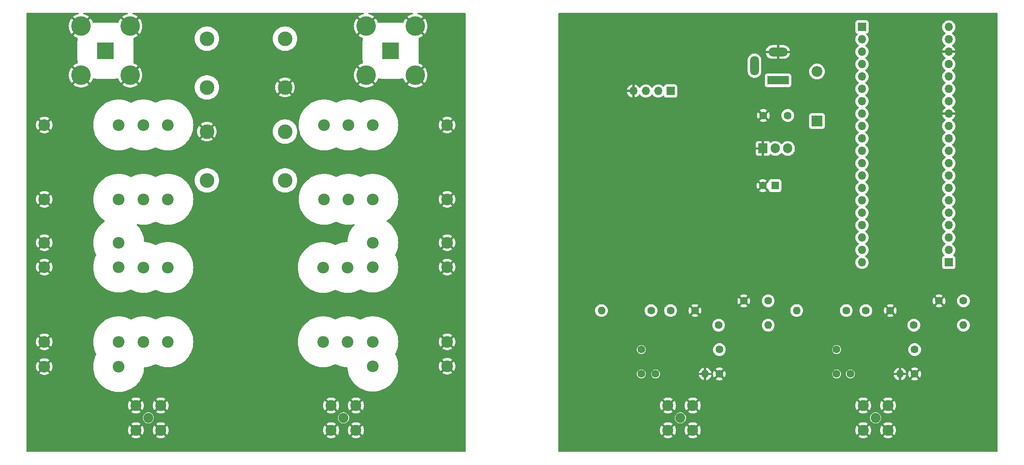
<source format=gbr>
%TF.GenerationSoftware,KiCad,Pcbnew,7.0.9*%
%TF.CreationDate,2023-12-22T07:41:01-05:00*%
%TF.ProjectId,swr_meter,7377725f-6d65-4746-9572-2e6b69636164,2*%
%TF.SameCoordinates,Original*%
%TF.FileFunction,Copper,L2,Bot*%
%TF.FilePolarity,Positive*%
%FSLAX46Y46*%
G04 Gerber Fmt 4.6, Leading zero omitted, Abs format (unit mm)*
G04 Created by KiCad (PCBNEW 7.0.9) date 2023-12-22 07:41:01*
%MOMM*%
%LPD*%
G01*
G04 APERTURE LIST*
%TA.AperFunction,ComponentPad*%
%ADD10C,2.400000*%
%TD*%
%TA.AperFunction,ComponentPad*%
%ADD11O,2.400000X2.400000*%
%TD*%
%TA.AperFunction,ComponentPad*%
%ADD12C,3.000000*%
%TD*%
%TA.AperFunction,ComponentPad*%
%ADD13C,1.600000*%
%TD*%
%TA.AperFunction,ComponentPad*%
%ADD14R,1.700000X1.700000*%
%TD*%
%TA.AperFunction,ComponentPad*%
%ADD15O,1.700000X1.700000*%
%TD*%
%TA.AperFunction,ComponentPad*%
%ADD16R,1.905000X2.000000*%
%TD*%
%TA.AperFunction,ComponentPad*%
%ADD17O,1.905000X2.000000*%
%TD*%
%TA.AperFunction,ComponentPad*%
%ADD18R,2.200000X2.200000*%
%TD*%
%TA.AperFunction,ComponentPad*%
%ADD19O,2.200000X2.200000*%
%TD*%
%TA.AperFunction,ComponentPad*%
%ADD20C,2.050000*%
%TD*%
%TA.AperFunction,ComponentPad*%
%ADD21C,2.250000*%
%TD*%
%TA.AperFunction,ComponentPad*%
%ADD22O,1.600000X1.600000*%
%TD*%
%TA.AperFunction,ComponentPad*%
%ADD23R,3.500000X3.500000*%
%TD*%
%TA.AperFunction,ComponentPad*%
%ADD24C,4.000000*%
%TD*%
%TA.AperFunction,ComponentPad*%
%ADD25R,4.400000X1.800000*%
%TD*%
%TA.AperFunction,ComponentPad*%
%ADD26O,4.000000X1.800000*%
%TD*%
%TA.AperFunction,ComponentPad*%
%ADD27O,1.800000X4.000000*%
%TD*%
%TA.AperFunction,ComponentPad*%
%ADD28R,1.600000X1.600000*%
%TD*%
%TA.AperFunction,ViaPad*%
%ADD29C,0.800000*%
%TD*%
%TA.AperFunction,ViaPad*%
%ADD30C,4.000000*%
%TD*%
%TA.AperFunction,ViaPad*%
%ADD31C,3.500000*%
%TD*%
G04 APERTURE END LIST*
D10*
%TO.P,R23,1*%
%TO.N,GND*%
X132225000Y-110410000D03*
D11*
%TO.P,R23,2*%
%TO.N,/Pmeas_in_REV*%
X116985000Y-110410000D03*
%TD*%
D12*
%TO.P,T1,1,1*%
%TO.N,/RFIN*%
X99000000Y-43260000D03*
%TO.P,T1,2,2*%
%TO.N,/RFOUT*%
X83000000Y-43260000D03*
%TO.P,T1,3,3*%
%TO.N,GND*%
X99000000Y-53260000D03*
%TO.P,T1,4,4*%
%TO.N,/FWD_-20*%
X83000000Y-53260000D03*
%TD*%
D13*
%TO.P,C6,1*%
%TO.N,GND*%
X228000000Y-112000000D03*
%TO.P,C6,2*%
%TO.N,/INLO_F*%
X228000000Y-107000000D03*
%TD*%
D10*
%TO.P,R24,1*%
%TO.N,GND*%
X132225000Y-90090000D03*
D11*
%TO.P,R24,2*%
%TO.N,/REV_-36*%
X116985000Y-90090000D03*
%TD*%
D10*
%TO.P,R11,1*%
%TO.N,GND*%
X132225000Y-60960000D03*
D11*
%TO.P,R11,2*%
%TO.N,/REV_-20*%
X116985000Y-60960000D03*
%TD*%
D14*
%TO.P,J3,1,Pin_1*%
%TO.N,unconnected-(J3-Pin_1-Pad1)*%
X235000000Y-89125000D03*
D15*
%TO.P,J3,2,Pin_2*%
%TO.N,unconnected-(J3-Pin_2-Pad2)*%
X235000000Y-86585000D03*
%TO.P,J3,3,Pin_3*%
%TO.N,unconnected-(J3-Pin_3-Pad3)*%
X235000000Y-84045000D03*
%TO.P,J3,4,Pin_4*%
%TO.N,unconnected-(J3-Pin_4-Pad4)*%
X235000000Y-81505000D03*
%TO.P,J3,5,Pin_5*%
%TO.N,unconnected-(J3-Pin_5-Pad5)*%
X235000000Y-78965000D03*
%TO.P,J3,6,Pin_6*%
%TO.N,unconnected-(J3-Pin_6-Pad6)*%
X235000000Y-76425000D03*
%TO.P,J3,7,Pin_7*%
%TO.N,unconnected-(J3-Pin_7-Pad7)*%
X235000000Y-73885000D03*
%TO.P,J3,8,Pin_8*%
%TO.N,unconnected-(J3-Pin_8-Pad8)*%
X235000000Y-71345000D03*
%TO.P,J3,9,Pin_9*%
%TO.N,unconnected-(J3-Pin_9-Pad9)*%
X235000000Y-68805000D03*
%TO.P,J3,10,Pin_10*%
%TO.N,unconnected-(J3-Pin_10-Pad10)*%
X235000000Y-66265000D03*
%TO.P,J3,11,Pin_11*%
%TO.N,/VF*%
X235000000Y-63725000D03*
%TO.P,J3,12,Pin_12*%
%TO.N,/VR*%
X235000000Y-61185000D03*
%TO.P,J3,13,Pin_13*%
%TO.N,GND*%
X235000000Y-58645000D03*
%TO.P,J3,14,Pin_14*%
%TO.N,unconnected-(J3-Pin_14-Pad14)*%
X235000000Y-56105000D03*
%TO.P,J3,15,Pin_15*%
%TO.N,unconnected-(J3-Pin_15-Pad15)*%
X235000000Y-53565000D03*
%TO.P,J3,16,Pin_16*%
%TO.N,+3.3V*%
X235000000Y-51025000D03*
%TO.P,J3,17,Pin_17*%
%TO.N,unconnected-(J3-Pin_17-Pad17)*%
X235000000Y-48485000D03*
%TO.P,J3,18,Pin_18*%
%TO.N,GND*%
X235000000Y-45945000D03*
%TO.P,J3,19,Pin_19*%
%TO.N,unconnected-(J3-Pin_19-Pad19)*%
X235000000Y-43405000D03*
%TO.P,J3,20,Pin_20*%
%TO.N,unconnected-(J3-Pin_20-Pad20)*%
X235000000Y-40865000D03*
%TD*%
D16*
%TO.P,U3,1,GND*%
%TO.N,GND*%
X196920000Y-65770000D03*
D17*
%TO.P,U3,2,VO*%
%TO.N,+3.3V*%
X199460000Y-65770000D03*
%TO.P,U3,3,VI*%
%TO.N,Net-(D1-K)*%
X202000000Y-65770000D03*
%TD*%
D18*
%TO.P,D1,1,K*%
%TO.N,Net-(D1-K)*%
X208000000Y-60160000D03*
D19*
%TO.P,D1,2,A*%
%TO.N,+12V*%
X208000000Y-50000000D03*
%TD*%
D10*
%TO.P,R29,1*%
%TO.N,/Pmeas_in_FWD*%
X70000000Y-105410000D03*
D11*
%TO.P,R29,2*%
%TO.N,/FWD_-36*%
X70000000Y-90170000D03*
%TD*%
D13*
%TO.P,C1,1*%
%TO.N,/Pmeas_in_REV*%
X172000000Y-112000000D03*
%TO.P,C1,2*%
%TO.N,/INHI_R*%
X172000000Y-107000000D03*
%TD*%
D10*
%TO.P,R19,1*%
%TO.N,GND*%
X132225000Y-85090000D03*
D11*
%TO.P,R19,2*%
%TO.N,/REV_-36*%
X116985000Y-85090000D03*
%TD*%
D20*
%TO.P,J8,1,In*%
%TO.N,/Pmeas_in_FWD*%
X71000000Y-121000000D03*
D21*
%TO.P,J8,2,Ext*%
%TO.N,GND*%
X68460000Y-118460000D03*
X68460000Y-123540000D03*
X73540000Y-118460000D03*
X73540000Y-123540000D03*
%TD*%
D10*
%TO.P,R30,1*%
%TO.N,/Pmeas_in_FWD*%
X75000000Y-105410000D03*
D11*
%TO.P,R30,2*%
%TO.N,/FWD_-36*%
X75000000Y-90170000D03*
%TD*%
D13*
%TO.P,C10,1*%
%TO.N,GND*%
X193000000Y-97000000D03*
%TO.P,C10,2*%
%TO.N,/VR*%
X198000000Y-97000000D03*
%TD*%
%TO.P,C5,1*%
%TO.N,/Pmeas_in_FWD*%
X212000000Y-112000000D03*
%TO.P,C5,2*%
%TO.N,/INHI_F*%
X212000000Y-107000000D03*
%TD*%
%TO.P,R33,1*%
%TO.N,Net-(U1-VOUT)*%
X227840000Y-102000000D03*
D22*
%TO.P,R33,2*%
%TO.N,/VF*%
X238000000Y-102000000D03*
%TD*%
D13*
%TO.P,C2,1*%
%TO.N,GND*%
X188000000Y-112000000D03*
%TO.P,C2,2*%
%TO.N,/INLO_R*%
X188000000Y-107000000D03*
%TD*%
D20*
%TO.P,J7,1,In*%
%TO.N,/Pmeas_in_REV*%
X111000000Y-121000000D03*
D21*
%TO.P,J7,2,Ext*%
%TO.N,GND*%
X108460000Y-118460000D03*
X108460000Y-123540000D03*
X113540000Y-118460000D03*
X113540000Y-123540000D03*
%TD*%
D10*
%TO.P,R28,1*%
%TO.N,GND*%
X49680000Y-110490000D03*
D11*
%TO.P,R28,2*%
%TO.N,/Pmeas_in_FWD*%
X64920000Y-110490000D03*
%TD*%
D10*
%TO.P,R20,1*%
%TO.N,GND*%
X132225000Y-105410000D03*
D11*
%TO.P,R20,2*%
%TO.N,/Pmeas_in_REV*%
X116985000Y-105410000D03*
%TD*%
D13*
%TO.P,R32,1*%
%TO.N,Net-(U2-ENBL)*%
X174000000Y-99000000D03*
D22*
%TO.P,R32,2*%
%TO.N,+3.3V*%
X163840000Y-99000000D03*
%TD*%
D23*
%TO.P,J1,1,In*%
%TO.N,/RFIN*%
X120650000Y-45720000D03*
D24*
%TO.P,J1,2,Ext*%
%TO.N,GND*%
X115625000Y-40695000D03*
X115625000Y-50745000D03*
X125675000Y-40695000D03*
X125675000Y-50745000D03*
%TD*%
D25*
%TO.P,J6,1*%
%TO.N,+12V*%
X200000000Y-51800000D03*
D26*
%TO.P,J6,2*%
%TO.N,GND*%
X200000000Y-46000000D03*
D27*
%TO.P,J6,3*%
%TO.N,N/C*%
X195200000Y-48800000D03*
%TD*%
D13*
%TO.P,R34,1*%
%TO.N,Net-(U2-VOUT)*%
X187840000Y-102000000D03*
D22*
%TO.P,R34,2*%
%TO.N,/VR*%
X198000000Y-102000000D03*
%TD*%
D10*
%TO.P,R18,1*%
%TO.N,/FWD_-36*%
X75000000Y-76200000D03*
D11*
%TO.P,R18,2*%
%TO.N,/FWD_-20*%
X75000000Y-60960000D03*
%TD*%
D13*
%TO.P,C3,1*%
%TO.N,GND*%
X183000000Y-99000000D03*
%TO.P,C3,2*%
%TO.N,Net-(U2-ENBL)*%
X178000000Y-99000000D03*
%TD*%
D28*
%TO.P,C11,1*%
%TO.N,+3.3V*%
X199400000Y-73390000D03*
D13*
%TO.P,C11,2*%
%TO.N,GND*%
X196900000Y-73390000D03*
%TD*%
%TO.P,R31,1*%
%TO.N,/Pmeas_in_REV*%
X174920000Y-112000000D03*
D22*
%TO.P,R31,2*%
%TO.N,GND*%
X185080000Y-112000000D03*
%TD*%
D20*
%TO.P,J9,1,In*%
%TO.N,/Pmeas_in_FWD*%
X220000000Y-121000000D03*
D21*
%TO.P,J9,2,Ext*%
%TO.N,GND*%
X217460000Y-118460000D03*
X217460000Y-123540000D03*
X222540000Y-118460000D03*
X222540000Y-123540000D03*
%TD*%
D23*
%TO.P,J2,1,In*%
%TO.N,/RFOUT*%
X62230000Y-45720000D03*
D24*
%TO.P,J2,2,Ext*%
%TO.N,GND*%
X57205000Y-40695000D03*
X57205000Y-50745000D03*
X67255000Y-40695000D03*
X67255000Y-50745000D03*
%TD*%
D14*
%TO.P,J5,1,Pin_1*%
%TO.N,/SDA*%
X178000000Y-54000000D03*
D15*
%TO.P,J5,2,Pin_2*%
%TO.N,/SCL*%
X175460000Y-54000000D03*
%TO.P,J5,3,Pin_3*%
%TO.N,+3.3V*%
X172920000Y-54000000D03*
%TO.P,J5,4,Pin_4*%
%TO.N,GND*%
X170380000Y-54000000D03*
%TD*%
D10*
%TO.P,R27,1*%
%TO.N,GND*%
X49680000Y-105410000D03*
D11*
%TO.P,R27,2*%
%TO.N,/Pmeas_in_FWD*%
X64920000Y-105410000D03*
%TD*%
D12*
%TO.P,T2,1,1*%
%TO.N,/FWD_-20*%
X83000000Y-72310000D03*
%TO.P,T2,2,2*%
%TO.N,/REV_-20*%
X99000000Y-72310000D03*
%TO.P,T2,3,3*%
%TO.N,GND*%
X83000000Y-62310000D03*
%TO.P,T2,4,4*%
%TO.N,/RFIN*%
X99000000Y-62310000D03*
%TD*%
D10*
%TO.P,R16,1*%
%TO.N,GND*%
X49680000Y-76200000D03*
D11*
%TO.P,R16,2*%
%TO.N,/FWD_-36*%
X64920000Y-76200000D03*
%TD*%
D13*
%TO.P,R6,1*%
%TO.N,Net-(U1-ENBL)*%
X214000000Y-99000000D03*
D22*
%TO.P,R6,2*%
%TO.N,+3.3V*%
X203840000Y-99000000D03*
%TD*%
D13*
%TO.P,C7,1*%
%TO.N,GND*%
X223000000Y-99000000D03*
%TO.P,C7,2*%
%TO.N,Net-(U1-ENBL)*%
X218000000Y-99000000D03*
%TD*%
D10*
%TO.P,R14,1*%
%TO.N,/REV_-36*%
X107000000Y-76200000D03*
D11*
%TO.P,R14,2*%
%TO.N,/REV_-20*%
X107000000Y-60960000D03*
%TD*%
D10*
%TO.P,R12,1*%
%TO.N,GND*%
X132225000Y-76200000D03*
D11*
%TO.P,R12,2*%
%TO.N,/REV_-36*%
X116985000Y-76200000D03*
%TD*%
D13*
%TO.P,C12,1*%
%TO.N,GND*%
X197000000Y-59000000D03*
%TO.P,C12,2*%
%TO.N,Net-(D1-K)*%
X202000000Y-59000000D03*
%TD*%
D10*
%TO.P,R22,1*%
%TO.N,/Pmeas_in_REV*%
X106825000Y-105410000D03*
D11*
%TO.P,R22,2*%
%TO.N,/REV_-36*%
X106825000Y-90170000D03*
%TD*%
D14*
%TO.P,J4,1,Pin_1*%
%TO.N,unconnected-(J4-Pin_1-Pad1)*%
X217220000Y-40865000D03*
D15*
%TO.P,J4,2,Pin_2*%
%TO.N,unconnected-(J4-Pin_2-Pad2)*%
X217220000Y-43405000D03*
%TO.P,J4,3,Pin_3*%
%TO.N,unconnected-(J4-Pin_3-Pad3)*%
X217220000Y-45945000D03*
%TO.P,J4,4,Pin_4*%
%TO.N,unconnected-(J4-Pin_4-Pad4)*%
X217220000Y-48485000D03*
%TO.P,J4,5,Pin_5*%
%TO.N,unconnected-(J4-Pin_5-Pad5)*%
X217220000Y-51025000D03*
%TO.P,J4,6,Pin_6*%
%TO.N,/SDA*%
X217220000Y-53565000D03*
%TO.P,J4,7,Pin_7*%
%TO.N,/SCL*%
X217220000Y-56105000D03*
%TO.P,J4,8,Pin_8*%
%TO.N,unconnected-(J4-Pin_8-Pad8)*%
X217220000Y-58645000D03*
%TO.P,J4,9,Pin_9*%
%TO.N,unconnected-(J4-Pin_9-Pad9)*%
X217220000Y-61185000D03*
%TO.P,J4,10,Pin_10*%
%TO.N,unconnected-(J4-Pin_10-Pad10)*%
X217220000Y-63725000D03*
%TO.P,J4,11,Pin_11*%
%TO.N,unconnected-(J4-Pin_11-Pad11)*%
X217220000Y-66265000D03*
%TO.P,J4,12,Pin_12*%
%TO.N,unconnected-(J4-Pin_12-Pad12)*%
X217220000Y-68805000D03*
%TO.P,J4,13,Pin_13*%
%TO.N,unconnected-(J4-Pin_13-Pad13)*%
X217220000Y-71345000D03*
%TO.P,J4,14,Pin_14*%
%TO.N,unconnected-(J4-Pin_14-Pad14)*%
X217220000Y-73885000D03*
%TO.P,J4,15,Pin_15*%
%TO.N,unconnected-(J4-Pin_15-Pad15)*%
X217220000Y-76425000D03*
%TO.P,J4,16,Pin_16*%
%TO.N,unconnected-(J4-Pin_16-Pad16)*%
X217220000Y-78965000D03*
%TO.P,J4,17,Pin_17*%
%TO.N,unconnected-(J4-Pin_17-Pad17)*%
X217220000Y-81505000D03*
%TO.P,J4,18,Pin_18*%
%TO.N,unconnected-(J4-Pin_18-Pad18)*%
X217220000Y-84045000D03*
%TO.P,J4,19,Pin_19*%
%TO.N,unconnected-(J4-Pin_19-Pad19)*%
X217220000Y-86585000D03*
%TO.P,J4,20,Pin_20*%
%TO.N,unconnected-(J4-Pin_20-Pad20)*%
X217220000Y-89125000D03*
%TD*%
D10*
%TO.P,R15,1*%
%TO.N,GND*%
X49680000Y-60960000D03*
D11*
%TO.P,R15,2*%
%TO.N,/FWD_-20*%
X64920000Y-60960000D03*
%TD*%
D10*
%TO.P,R26,1*%
%TO.N,GND*%
X49680000Y-85090000D03*
D11*
%TO.P,R26,2*%
%TO.N,/FWD_-36*%
X64920000Y-85090000D03*
%TD*%
D10*
%TO.P,R25,1*%
%TO.N,GND*%
X49680000Y-90090000D03*
D11*
%TO.P,R25,2*%
%TO.N,/FWD_-36*%
X64920000Y-90090000D03*
%TD*%
D13*
%TO.P,C9,1*%
%TO.N,GND*%
X233000000Y-97000000D03*
%TO.P,C9,2*%
%TO.N,/VF*%
X238000000Y-97000000D03*
%TD*%
D20*
%TO.P,J10,1,In*%
%TO.N,/Pmeas_in_REV*%
X180000000Y-121000000D03*
D21*
%TO.P,J10,2,Ext*%
%TO.N,GND*%
X177460000Y-118460000D03*
X177460000Y-123540000D03*
X182540000Y-118460000D03*
X182540000Y-123540000D03*
%TD*%
D13*
%TO.P,R5,1*%
%TO.N,/Pmeas_in_FWD*%
X214840000Y-112000000D03*
D22*
%TO.P,R5,2*%
%TO.N,GND*%
X225000000Y-112000000D03*
%TD*%
D10*
%TO.P,R13,1*%
%TO.N,/REV_-36*%
X112000000Y-76200000D03*
D11*
%TO.P,R13,2*%
%TO.N,/REV_-20*%
X112000000Y-60960000D03*
%TD*%
D10*
%TO.P,R17,1*%
%TO.N,/FWD_-36*%
X70000000Y-76200000D03*
D11*
%TO.P,R17,2*%
%TO.N,/FWD_-20*%
X70000000Y-60960000D03*
%TD*%
D10*
%TO.P,R21,1*%
%TO.N,/Pmeas_in_REV*%
X111825000Y-105410000D03*
D11*
%TO.P,R21,2*%
%TO.N,/REV_-36*%
X111825000Y-90170000D03*
%TD*%
D29*
%TO.N,GND*%
X210000000Y-75000000D03*
X210000000Y-90000000D03*
D30*
X49000000Y-41000000D03*
D29*
X91000000Y-72310000D03*
X79000000Y-98000000D03*
X240000000Y-60000000D03*
X220000000Y-107500000D03*
X91000000Y-99000000D03*
X133000000Y-100000000D03*
X133000000Y-121000000D03*
X160000000Y-80000000D03*
X225000000Y-110000000D03*
X190000000Y-115000000D03*
X73000000Y-53000000D03*
X65000000Y-98000000D03*
D31*
X185380000Y-77000000D03*
D29*
X91000000Y-60000000D03*
X225000000Y-65000000D03*
X190000000Y-105000000D03*
X235000000Y-115000000D03*
X91000000Y-67310000D03*
X133000000Y-66000000D03*
D30*
X242000000Y-125000000D03*
D29*
X230000000Y-125000000D03*
X240000000Y-45000000D03*
D31*
X185380000Y-55000000D03*
D29*
X49000000Y-47000000D03*
X49000000Y-95000000D03*
X210000000Y-55000000D03*
X91000000Y-81000000D03*
D31*
X164380000Y-55000000D03*
D29*
X195000000Y-105000000D03*
X160000000Y-115000000D03*
X200000000Y-120000000D03*
X49000000Y-72000000D03*
X49000000Y-115000000D03*
X215000000Y-125000000D03*
X210000000Y-65000000D03*
X170000000Y-125000000D03*
X64000000Y-68000000D03*
X240000000Y-115000000D03*
X235000000Y-95000000D03*
X91000000Y-110000000D03*
X91000000Y-48260000D03*
X195000000Y-125000000D03*
X205000000Y-45000000D03*
X225000000Y-55000000D03*
X190000000Y-90000000D03*
X119000000Y-68000000D03*
X165000000Y-125000000D03*
X119000000Y-98000000D03*
D30*
X158000000Y-125000000D03*
D29*
X165000000Y-45000000D03*
X79000000Y-83000000D03*
X170000000Y-95000000D03*
X133000000Y-48000000D03*
X175000000Y-40000000D03*
X91000000Y-92000000D03*
X133000000Y-95000000D03*
D30*
X242000000Y-41000000D03*
D29*
X91000000Y-53260000D03*
X170000000Y-60000000D03*
X235000000Y-125000000D03*
D30*
X49000000Y-125000000D03*
D29*
X210000000Y-120000000D03*
X182500000Y-102500000D03*
X175000000Y-80000000D03*
X78000000Y-123000000D03*
X240000000Y-90000000D03*
X78000000Y-112000000D03*
X64000000Y-123000000D03*
X185000000Y-40000000D03*
X49000000Y-52000000D03*
X104000000Y-123000000D03*
X49000000Y-100000000D03*
X91000000Y-117000000D03*
X119000000Y-123000000D03*
X230000000Y-50000000D03*
D31*
X164380000Y-77000000D03*
D29*
X230000000Y-105000000D03*
X64000000Y-118000000D03*
X160000000Y-65000000D03*
X230000000Y-100000000D03*
X123000000Y-81000000D03*
X190000000Y-125000000D03*
X235000000Y-105000000D03*
X133000000Y-53000000D03*
X225000000Y-75000000D03*
X104000000Y-112000000D03*
X160000000Y-95000000D03*
X133000000Y-116000000D03*
X78000000Y-118000000D03*
X210000000Y-95000000D03*
X119000000Y-118000000D03*
X200000000Y-125000000D03*
X190000000Y-55000000D03*
X167500000Y-105000000D03*
X104000000Y-118000000D03*
X182500000Y-107500000D03*
X225000000Y-90000000D03*
D30*
X133000000Y-41000000D03*
D29*
X91000000Y-86000000D03*
X205000000Y-125000000D03*
X133000000Y-71000000D03*
D30*
X158000000Y-41000000D03*
D29*
X91000000Y-122000000D03*
X49000000Y-120000000D03*
X225000000Y-85000000D03*
X210000000Y-125000000D03*
X49000000Y-67000000D03*
X225000000Y-125000000D03*
X210000000Y-40000000D03*
X210000000Y-105000000D03*
X205000000Y-55000000D03*
X222500000Y-102500000D03*
X91000000Y-104000000D03*
X240000000Y-75000000D03*
X91000000Y-42000000D03*
D30*
X133000000Y-125000000D03*
D29*
X103000000Y-98000000D03*
X103000000Y-83000000D03*
X195000000Y-110000000D03*
X200000000Y-85000000D03*
X180000000Y-95000000D03*
%TD*%
%TA.AperFunction,Conductor*%
%TO.N,GND*%
G36*
X56732182Y-38020185D02*
G01*
X56777937Y-38072989D01*
X56787881Y-38142147D01*
X56758856Y-38205703D01*
X56700078Y-38243477D01*
X56695981Y-38244604D01*
X56430926Y-38312659D01*
X56138455Y-38428455D01*
X56138447Y-38428459D01*
X55862787Y-38580004D01*
X55862782Y-38580007D01*
X55619972Y-38756418D01*
X55619971Y-38756419D01*
X56879054Y-40015501D01*
X56866109Y-40020213D01*
X56719627Y-40116555D01*
X56599312Y-40244082D01*
X56526553Y-40370105D01*
X55269286Y-39112838D01*
X55269285Y-39112838D01*
X55178459Y-39222629D01*
X55178457Y-39222632D01*
X55009903Y-39488232D01*
X55009900Y-39488238D01*
X54875965Y-39772862D01*
X54875963Y-39772867D01*
X54778755Y-40072041D01*
X54719808Y-40381050D01*
X54719807Y-40381057D01*
X54700057Y-40694994D01*
X54700057Y-40695005D01*
X54719807Y-41008942D01*
X54719808Y-41008949D01*
X54778755Y-41317958D01*
X54875963Y-41617132D01*
X54875965Y-41617137D01*
X55009900Y-41901761D01*
X55009903Y-41901767D01*
X55178457Y-42167367D01*
X55178460Y-42167371D01*
X55269286Y-42277160D01*
X56527804Y-41018642D01*
X56551059Y-41072553D01*
X56655756Y-41213185D01*
X56790062Y-41325882D01*
X56881665Y-41371886D01*
X55619971Y-42633579D01*
X55619972Y-42633581D01*
X55862772Y-42809985D01*
X55862790Y-42809996D01*
X56138447Y-42961540D01*
X56138455Y-42961544D01*
X56430925Y-43077340D01*
X56453180Y-43083054D01*
X56513219Y-43118790D01*
X56544406Y-43181313D01*
X56544211Y-43222193D01*
X56544774Y-43222271D01*
X56489763Y-43620901D01*
X56489762Y-43620912D01*
X56479500Y-43855962D01*
X56479500Y-47584038D01*
X56489762Y-47819087D01*
X56489763Y-47819098D01*
X56544774Y-48217729D01*
X56543787Y-48217865D01*
X56537296Y-48283342D01*
X56493906Y-48338107D01*
X56453189Y-48356942D01*
X56430925Y-48362659D01*
X56138455Y-48478455D01*
X56138447Y-48478459D01*
X55862787Y-48630004D01*
X55862782Y-48630007D01*
X55619972Y-48806418D01*
X55619971Y-48806419D01*
X56879054Y-50065501D01*
X56866109Y-50070213D01*
X56719627Y-50166555D01*
X56599312Y-50294082D01*
X56526553Y-50420105D01*
X55269286Y-49162838D01*
X55269285Y-49162838D01*
X55178459Y-49272629D01*
X55178457Y-49272632D01*
X55009903Y-49538232D01*
X55009900Y-49538238D01*
X54875965Y-49822862D01*
X54875963Y-49822867D01*
X54778755Y-50122041D01*
X54719808Y-50431050D01*
X54719807Y-50431057D01*
X54700057Y-50744994D01*
X54700057Y-50745005D01*
X54719807Y-51058942D01*
X54719808Y-51058949D01*
X54778755Y-51367958D01*
X54875963Y-51667132D01*
X54875965Y-51667137D01*
X55009900Y-51951761D01*
X55009903Y-51951767D01*
X55178457Y-52217367D01*
X55178460Y-52217371D01*
X55269286Y-52327160D01*
X56527804Y-51068642D01*
X56551059Y-51122553D01*
X56655756Y-51263185D01*
X56790062Y-51375882D01*
X56881665Y-51421886D01*
X55619971Y-52683579D01*
X55619972Y-52683581D01*
X55862772Y-52859985D01*
X55862790Y-52859996D01*
X56138447Y-53011540D01*
X56138455Y-53011544D01*
X56430926Y-53127340D01*
X56735620Y-53205573D01*
X56735629Y-53205575D01*
X57047701Y-53244999D01*
X57047715Y-53245000D01*
X57362285Y-53245000D01*
X57362298Y-53244999D01*
X57674370Y-53205575D01*
X57674379Y-53205573D01*
X57979073Y-53127340D01*
X58271544Y-53011544D01*
X58271552Y-53011540D01*
X58547209Y-52859996D01*
X58547219Y-52859990D01*
X58790026Y-52683579D01*
X58790027Y-52683579D01*
X57530945Y-51424498D01*
X57543891Y-51419787D01*
X57690373Y-51323445D01*
X57810688Y-51195918D01*
X57883447Y-51069894D01*
X59140712Y-52327160D01*
X59231544Y-52217364D01*
X59400096Y-51951767D01*
X59400099Y-51951761D01*
X59534034Y-51667137D01*
X59534036Y-51667133D01*
X59592004Y-51488725D01*
X59631441Y-51431050D01*
X59695800Y-51403851D01*
X59732990Y-51405205D01*
X59735331Y-51405648D01*
X59735335Y-51405649D01*
X60130900Y-51460237D01*
X60365962Y-51470500D01*
X64094038Y-51470500D01*
X64329100Y-51460237D01*
X64724665Y-51405649D01*
X64724687Y-51405643D01*
X64726999Y-51405207D01*
X64727504Y-51405256D01*
X64727729Y-51405226D01*
X64727736Y-51405279D01*
X64796530Y-51412079D01*
X64851308Y-51455451D01*
X64867994Y-51488724D01*
X64925962Y-51667130D01*
X64925966Y-51667140D01*
X65059900Y-51951761D01*
X65059903Y-51951767D01*
X65228457Y-52217367D01*
X65228460Y-52217371D01*
X65319286Y-52327160D01*
X66577803Y-51068642D01*
X66601059Y-51122553D01*
X66705756Y-51263185D01*
X66840062Y-51375882D01*
X66931665Y-51421886D01*
X65669971Y-52683579D01*
X65669972Y-52683581D01*
X65912772Y-52859985D01*
X65912790Y-52859996D01*
X66188447Y-53011540D01*
X66188455Y-53011544D01*
X66480926Y-53127340D01*
X66785620Y-53205573D01*
X66785629Y-53205575D01*
X67097701Y-53244999D01*
X67097715Y-53245000D01*
X67412285Y-53245000D01*
X67412298Y-53244999D01*
X67724370Y-53205575D01*
X67724379Y-53205573D01*
X68029073Y-53127340D01*
X68321544Y-53011544D01*
X68321552Y-53011540D01*
X68597209Y-52859996D01*
X68597219Y-52859990D01*
X68840026Y-52683579D01*
X68840027Y-52683579D01*
X67580945Y-51424498D01*
X67593891Y-51419787D01*
X67740373Y-51323445D01*
X67860688Y-51195918D01*
X67933447Y-51069894D01*
X69190712Y-52327160D01*
X69281544Y-52217364D01*
X69450096Y-51951767D01*
X69450099Y-51951761D01*
X69584034Y-51667137D01*
X69584036Y-51667132D01*
X69681244Y-51367958D01*
X69740191Y-51058949D01*
X69740192Y-51058942D01*
X69759943Y-50745005D01*
X69759943Y-50744994D01*
X69740192Y-50431057D01*
X69740191Y-50431050D01*
X69681244Y-50122041D01*
X69584036Y-49822867D01*
X69584034Y-49822862D01*
X69450099Y-49538238D01*
X69450096Y-49538232D01*
X69281542Y-49272632D01*
X69281539Y-49272628D01*
X69190712Y-49162838D01*
X67932195Y-50421356D01*
X67908941Y-50367447D01*
X67804244Y-50226815D01*
X67669938Y-50114118D01*
X67578333Y-50068112D01*
X68840027Y-48806419D01*
X68840026Y-48806417D01*
X68597227Y-48630014D01*
X68597209Y-48630003D01*
X68321552Y-48478459D01*
X68321544Y-48478455D01*
X68029073Y-48362658D01*
X68029069Y-48362657D01*
X68006812Y-48356942D01*
X67946775Y-48321202D01*
X67915591Y-48258677D01*
X67915799Y-48217808D01*
X67915226Y-48217729D01*
X67915649Y-48214665D01*
X67970237Y-47819100D01*
X67980500Y-47584038D01*
X67980500Y-43855962D01*
X67970237Y-43620900D01*
X67920433Y-43260005D01*
X80494556Y-43260005D01*
X80514310Y-43574004D01*
X80514311Y-43574011D01*
X80573270Y-43883083D01*
X80670497Y-44182316D01*
X80670499Y-44182321D01*
X80804461Y-44467003D01*
X80804464Y-44467009D01*
X80973051Y-44732661D01*
X80973054Y-44732665D01*
X81173606Y-44975090D01*
X81173608Y-44975092D01*
X81402968Y-45190476D01*
X81402978Y-45190484D01*
X81657504Y-45375408D01*
X81657509Y-45375410D01*
X81657516Y-45375416D01*
X81933234Y-45526994D01*
X81933239Y-45526996D01*
X81933241Y-45526997D01*
X81933242Y-45526998D01*
X82225771Y-45642818D01*
X82225774Y-45642819D01*
X82530523Y-45721065D01*
X82530527Y-45721066D01*
X82596010Y-45729338D01*
X82842670Y-45760499D01*
X82842679Y-45760499D01*
X82842682Y-45760500D01*
X82842684Y-45760500D01*
X83157316Y-45760500D01*
X83157318Y-45760500D01*
X83157321Y-45760499D01*
X83157329Y-45760499D01*
X83343593Y-45736968D01*
X83469473Y-45721066D01*
X83774225Y-45642819D01*
X83774228Y-45642818D01*
X84066757Y-45526998D01*
X84066758Y-45526997D01*
X84066756Y-45526997D01*
X84066766Y-45526994D01*
X84342484Y-45375416D01*
X84597030Y-45190478D01*
X84826390Y-44975094D01*
X85026947Y-44732663D01*
X85195537Y-44467007D01*
X85329503Y-44182315D01*
X85426731Y-43883079D01*
X85485688Y-43574015D01*
X85505444Y-43260005D01*
X96494556Y-43260005D01*
X96514310Y-43574004D01*
X96514311Y-43574011D01*
X96573270Y-43883083D01*
X96670497Y-44182316D01*
X96670499Y-44182321D01*
X96804461Y-44467003D01*
X96804464Y-44467009D01*
X96973051Y-44732661D01*
X96973054Y-44732665D01*
X97173606Y-44975090D01*
X97173608Y-44975092D01*
X97402968Y-45190476D01*
X97402978Y-45190484D01*
X97657504Y-45375408D01*
X97657509Y-45375410D01*
X97657516Y-45375416D01*
X97933234Y-45526994D01*
X97933239Y-45526996D01*
X97933241Y-45526997D01*
X97933242Y-45526998D01*
X98225771Y-45642818D01*
X98225774Y-45642819D01*
X98530523Y-45721065D01*
X98530527Y-45721066D01*
X98596010Y-45729338D01*
X98842670Y-45760499D01*
X98842679Y-45760499D01*
X98842682Y-45760500D01*
X98842684Y-45760500D01*
X99157316Y-45760500D01*
X99157318Y-45760500D01*
X99157321Y-45760499D01*
X99157329Y-45760499D01*
X99343593Y-45736968D01*
X99469473Y-45721066D01*
X99774225Y-45642819D01*
X99774228Y-45642818D01*
X100066757Y-45526998D01*
X100066758Y-45526997D01*
X100066756Y-45526997D01*
X100066766Y-45526994D01*
X100342484Y-45375416D01*
X100597030Y-45190478D01*
X100826390Y-44975094D01*
X101026947Y-44732663D01*
X101195537Y-44467007D01*
X101329503Y-44182315D01*
X101426731Y-43883079D01*
X101485688Y-43574015D01*
X101505444Y-43260000D01*
X101503070Y-43222271D01*
X101485689Y-42945995D01*
X101485688Y-42945988D01*
X101485688Y-42945985D01*
X101426731Y-42636921D01*
X101329503Y-42337685D01*
X101195537Y-42052993D01*
X101099566Y-41901767D01*
X101026948Y-41787338D01*
X101026945Y-41787334D01*
X100826393Y-41544909D01*
X100826391Y-41544907D01*
X100597031Y-41329523D01*
X100597021Y-41329515D01*
X100342495Y-41144591D01*
X100342488Y-41144586D01*
X100342484Y-41144584D01*
X100066766Y-40993006D01*
X100066763Y-40993004D01*
X100066758Y-40993002D01*
X100066757Y-40993001D01*
X99774228Y-40877181D01*
X99774225Y-40877180D01*
X99469476Y-40798934D01*
X99469463Y-40798932D01*
X99157329Y-40759500D01*
X99157318Y-40759500D01*
X98842682Y-40759500D01*
X98842670Y-40759500D01*
X98530536Y-40798932D01*
X98530523Y-40798934D01*
X98225774Y-40877180D01*
X98225771Y-40877181D01*
X97933242Y-40993001D01*
X97933241Y-40993002D01*
X97657516Y-41144584D01*
X97657504Y-41144591D01*
X97402978Y-41329515D01*
X97402968Y-41329523D01*
X97173608Y-41544907D01*
X97173606Y-41544909D01*
X96973054Y-41787334D01*
X96973051Y-41787338D01*
X96804464Y-42052990D01*
X96804461Y-42052996D01*
X96670499Y-42337678D01*
X96670497Y-42337683D01*
X96573270Y-42636916D01*
X96514311Y-42945988D01*
X96514310Y-42945995D01*
X96494556Y-43259994D01*
X96494556Y-43260005D01*
X85505444Y-43260005D01*
X85505444Y-43260000D01*
X85503070Y-43222271D01*
X85485689Y-42945995D01*
X85485688Y-42945988D01*
X85485688Y-42945985D01*
X85426731Y-42636921D01*
X85329503Y-42337685D01*
X85195537Y-42052993D01*
X85099566Y-41901767D01*
X85026948Y-41787338D01*
X85026945Y-41787334D01*
X84826393Y-41544909D01*
X84826391Y-41544907D01*
X84597031Y-41329523D01*
X84597021Y-41329515D01*
X84342495Y-41144591D01*
X84342488Y-41144586D01*
X84342484Y-41144584D01*
X84066766Y-40993006D01*
X84066763Y-40993004D01*
X84066758Y-40993002D01*
X84066757Y-40993001D01*
X83774228Y-40877181D01*
X83774225Y-40877180D01*
X83469476Y-40798934D01*
X83469463Y-40798932D01*
X83157329Y-40759500D01*
X83157318Y-40759500D01*
X82842682Y-40759500D01*
X82842670Y-40759500D01*
X82530536Y-40798932D01*
X82530523Y-40798934D01*
X82225774Y-40877180D01*
X82225771Y-40877181D01*
X81933242Y-40993001D01*
X81933241Y-40993002D01*
X81657516Y-41144584D01*
X81657504Y-41144591D01*
X81402978Y-41329515D01*
X81402968Y-41329523D01*
X81173608Y-41544907D01*
X81173606Y-41544909D01*
X80973054Y-41787334D01*
X80973051Y-41787338D01*
X80804464Y-42052990D01*
X80804461Y-42052996D01*
X80670499Y-42337678D01*
X80670497Y-42337683D01*
X80573270Y-42636916D01*
X80514311Y-42945988D01*
X80514310Y-42945995D01*
X80494556Y-43259994D01*
X80494556Y-43260005D01*
X67920433Y-43260005D01*
X67915649Y-43225335D01*
X67915648Y-43225333D01*
X67915226Y-43222271D01*
X67916219Y-43222133D01*
X67922690Y-43156688D01*
X67966065Y-43101911D01*
X68006820Y-43083053D01*
X68029080Y-43077338D01*
X68321544Y-42961544D01*
X68321552Y-42961540D01*
X68597209Y-42809996D01*
X68597219Y-42809990D01*
X68840026Y-42633579D01*
X68840027Y-42633579D01*
X67580945Y-41374498D01*
X67593891Y-41369787D01*
X67740373Y-41273445D01*
X67860688Y-41145918D01*
X67933447Y-41019894D01*
X69190712Y-42277160D01*
X69281544Y-42167364D01*
X69450096Y-41901767D01*
X69450099Y-41901761D01*
X69584034Y-41617137D01*
X69584036Y-41617132D01*
X69681244Y-41317958D01*
X69740191Y-41008949D01*
X69740192Y-41008942D01*
X69759943Y-40695005D01*
X69759943Y-40694994D01*
X69740192Y-40381057D01*
X69740191Y-40381050D01*
X69681244Y-40072041D01*
X69584036Y-39772867D01*
X69584034Y-39772862D01*
X69450099Y-39488238D01*
X69450096Y-39488232D01*
X69281542Y-39222632D01*
X69281539Y-39222628D01*
X69190712Y-39112838D01*
X67932195Y-40371356D01*
X67908941Y-40317447D01*
X67804244Y-40176815D01*
X67669938Y-40064118D01*
X67578334Y-40018113D01*
X68840027Y-38756419D01*
X68840026Y-38756417D01*
X68597227Y-38580014D01*
X68597209Y-38580003D01*
X68321552Y-38428459D01*
X68321544Y-38428455D01*
X68029073Y-38312659D01*
X67764019Y-38244604D01*
X67703981Y-38208866D01*
X67672796Y-38146342D01*
X67680364Y-38076884D01*
X67724283Y-38022543D01*
X67790608Y-38000573D01*
X67794857Y-38000500D01*
X115085143Y-38000500D01*
X115152182Y-38020185D01*
X115197937Y-38072989D01*
X115207881Y-38142147D01*
X115178856Y-38205703D01*
X115120078Y-38243477D01*
X115115981Y-38244604D01*
X114850926Y-38312659D01*
X114558455Y-38428455D01*
X114558447Y-38428459D01*
X114282787Y-38580004D01*
X114282782Y-38580007D01*
X114039972Y-38756418D01*
X114039971Y-38756419D01*
X115299054Y-40015501D01*
X115286109Y-40020213D01*
X115139627Y-40116555D01*
X115019312Y-40244082D01*
X114946553Y-40370105D01*
X113689286Y-39112838D01*
X113689285Y-39112838D01*
X113598459Y-39222629D01*
X113598457Y-39222632D01*
X113429903Y-39488232D01*
X113429900Y-39488238D01*
X113295965Y-39772862D01*
X113295963Y-39772867D01*
X113198755Y-40072041D01*
X113139808Y-40381050D01*
X113139807Y-40381057D01*
X113120057Y-40694994D01*
X113120057Y-40695005D01*
X113139807Y-41008942D01*
X113139808Y-41008949D01*
X113198755Y-41317958D01*
X113295963Y-41617132D01*
X113295965Y-41617137D01*
X113429900Y-41901761D01*
X113429903Y-41901767D01*
X113598457Y-42167367D01*
X113598460Y-42167371D01*
X113689286Y-42277160D01*
X114947804Y-41018642D01*
X114971059Y-41072553D01*
X115075756Y-41213185D01*
X115210062Y-41325882D01*
X115301665Y-41371886D01*
X114039971Y-42633579D01*
X114039972Y-42633581D01*
X114282772Y-42809985D01*
X114282790Y-42809996D01*
X114558447Y-42961540D01*
X114558455Y-42961544D01*
X114850925Y-43077340D01*
X114873180Y-43083054D01*
X114933219Y-43118790D01*
X114964406Y-43181313D01*
X114964211Y-43222193D01*
X114964774Y-43222271D01*
X114909763Y-43620901D01*
X114909762Y-43620912D01*
X114899500Y-43855962D01*
X114899500Y-47584038D01*
X114909762Y-47819087D01*
X114909763Y-47819098D01*
X114964774Y-48217729D01*
X114963787Y-48217865D01*
X114957296Y-48283342D01*
X114913906Y-48338107D01*
X114873189Y-48356942D01*
X114850925Y-48362659D01*
X114558455Y-48478455D01*
X114558447Y-48478459D01*
X114282787Y-48630004D01*
X114282782Y-48630007D01*
X114039972Y-48806418D01*
X114039971Y-48806419D01*
X115299054Y-50065501D01*
X115286109Y-50070213D01*
X115139627Y-50166555D01*
X115019312Y-50294082D01*
X114946553Y-50420105D01*
X113689286Y-49162838D01*
X113689285Y-49162838D01*
X113598459Y-49272629D01*
X113598457Y-49272632D01*
X113429903Y-49538232D01*
X113429900Y-49538238D01*
X113295965Y-49822862D01*
X113295963Y-49822867D01*
X113198755Y-50122041D01*
X113139808Y-50431050D01*
X113139807Y-50431057D01*
X113120057Y-50744994D01*
X113120057Y-50745005D01*
X113139807Y-51058942D01*
X113139808Y-51058949D01*
X113198755Y-51367958D01*
X113295963Y-51667132D01*
X113295965Y-51667137D01*
X113429900Y-51951761D01*
X113429903Y-51951767D01*
X113598457Y-52217367D01*
X113598460Y-52217371D01*
X113689286Y-52327160D01*
X114947804Y-51068642D01*
X114971059Y-51122553D01*
X115075756Y-51263185D01*
X115210062Y-51375882D01*
X115301665Y-51421886D01*
X114039971Y-52683579D01*
X114039972Y-52683581D01*
X114282772Y-52859985D01*
X114282790Y-52859996D01*
X114558447Y-53011540D01*
X114558455Y-53011544D01*
X114850926Y-53127340D01*
X115155620Y-53205573D01*
X115155629Y-53205575D01*
X115467701Y-53244999D01*
X115467715Y-53245000D01*
X115782285Y-53245000D01*
X115782298Y-53244999D01*
X116094370Y-53205575D01*
X116094379Y-53205573D01*
X116399073Y-53127340D01*
X116691544Y-53011544D01*
X116691552Y-53011540D01*
X116967209Y-52859996D01*
X116967219Y-52859990D01*
X117210026Y-52683579D01*
X117210027Y-52683579D01*
X115950945Y-51424498D01*
X115963891Y-51419787D01*
X116110373Y-51323445D01*
X116230688Y-51195918D01*
X116303447Y-51069894D01*
X117560712Y-52327160D01*
X117651544Y-52217364D01*
X117820096Y-51951767D01*
X117820099Y-51951761D01*
X117954034Y-51667137D01*
X117954036Y-51667133D01*
X118012004Y-51488725D01*
X118051441Y-51431050D01*
X118115800Y-51403851D01*
X118152990Y-51405205D01*
X118155331Y-51405648D01*
X118155335Y-51405649D01*
X118550900Y-51460237D01*
X118785962Y-51470500D01*
X122514038Y-51470500D01*
X122749100Y-51460237D01*
X123144665Y-51405649D01*
X123144687Y-51405643D01*
X123146999Y-51405207D01*
X123147504Y-51405256D01*
X123147729Y-51405226D01*
X123147736Y-51405279D01*
X123216530Y-51412079D01*
X123271308Y-51455451D01*
X123287994Y-51488724D01*
X123345962Y-51667130D01*
X123345966Y-51667140D01*
X123479900Y-51951761D01*
X123479903Y-51951767D01*
X123648457Y-52217367D01*
X123648460Y-52217371D01*
X123739286Y-52327160D01*
X124997803Y-51068642D01*
X125021059Y-51122553D01*
X125125756Y-51263185D01*
X125260062Y-51375882D01*
X125351665Y-51421886D01*
X124089971Y-52683579D01*
X124089972Y-52683581D01*
X124332772Y-52859985D01*
X124332790Y-52859996D01*
X124608447Y-53011540D01*
X124608455Y-53011544D01*
X124900926Y-53127340D01*
X125205620Y-53205573D01*
X125205629Y-53205575D01*
X125517701Y-53244999D01*
X125517715Y-53245000D01*
X125832285Y-53245000D01*
X125832298Y-53244999D01*
X126144370Y-53205575D01*
X126144379Y-53205573D01*
X126449073Y-53127340D01*
X126741544Y-53011544D01*
X126741552Y-53011540D01*
X127017209Y-52859996D01*
X127017219Y-52859990D01*
X127260026Y-52683579D01*
X127260027Y-52683579D01*
X126000945Y-51424498D01*
X126013891Y-51419787D01*
X126160373Y-51323445D01*
X126280688Y-51195918D01*
X126353446Y-51069894D01*
X127610712Y-52327160D01*
X127701544Y-52217364D01*
X127870096Y-51951767D01*
X127870099Y-51951761D01*
X128004034Y-51667137D01*
X128004036Y-51667132D01*
X128101244Y-51367958D01*
X128160191Y-51058949D01*
X128160192Y-51058942D01*
X128179943Y-50745005D01*
X128179943Y-50744994D01*
X128160192Y-50431057D01*
X128160191Y-50431050D01*
X128101244Y-50122041D01*
X128004036Y-49822867D01*
X128004034Y-49822862D01*
X127870099Y-49538238D01*
X127870096Y-49538232D01*
X127701542Y-49272632D01*
X127701539Y-49272628D01*
X127610712Y-49162838D01*
X126352195Y-50421356D01*
X126328941Y-50367447D01*
X126224244Y-50226815D01*
X126089938Y-50114118D01*
X125998333Y-50068112D01*
X127260027Y-48806419D01*
X127260026Y-48806417D01*
X127017227Y-48630014D01*
X127017209Y-48630003D01*
X126741552Y-48478459D01*
X126741544Y-48478455D01*
X126449073Y-48362658D01*
X126449069Y-48362657D01*
X126426812Y-48356942D01*
X126366775Y-48321202D01*
X126335591Y-48258677D01*
X126335799Y-48217808D01*
X126335226Y-48217729D01*
X126335649Y-48214665D01*
X126390237Y-47819100D01*
X126400500Y-47584038D01*
X126400500Y-43855962D01*
X126390237Y-43620900D01*
X126335649Y-43225335D01*
X126335648Y-43225333D01*
X126335226Y-43222271D01*
X126336219Y-43222133D01*
X126342690Y-43156688D01*
X126386065Y-43101911D01*
X126426820Y-43083053D01*
X126449080Y-43077338D01*
X126741544Y-42961544D01*
X126741552Y-42961540D01*
X127017209Y-42809996D01*
X127017219Y-42809990D01*
X127260026Y-42633579D01*
X127260027Y-42633579D01*
X126000945Y-41374498D01*
X126013891Y-41369787D01*
X126160373Y-41273445D01*
X126280688Y-41145918D01*
X126353446Y-41019894D01*
X127610712Y-42277160D01*
X127701544Y-42167364D01*
X127870096Y-41901767D01*
X127870099Y-41901761D01*
X128004034Y-41617137D01*
X128004036Y-41617132D01*
X128101244Y-41317958D01*
X128160191Y-41008949D01*
X128160192Y-41008942D01*
X128179943Y-40695005D01*
X128179943Y-40694994D01*
X128160192Y-40381057D01*
X128160191Y-40381050D01*
X128101244Y-40072041D01*
X128004036Y-39772867D01*
X128004034Y-39772862D01*
X127870099Y-39488238D01*
X127870096Y-39488232D01*
X127701542Y-39222632D01*
X127701539Y-39222628D01*
X127610712Y-39112838D01*
X126352195Y-40371356D01*
X126328941Y-40317447D01*
X126224244Y-40176815D01*
X126089938Y-40064118D01*
X125998334Y-40018113D01*
X127260027Y-38756419D01*
X127260026Y-38756417D01*
X127017227Y-38580014D01*
X127017209Y-38580003D01*
X126741552Y-38428459D01*
X126741544Y-38428455D01*
X126449073Y-38312659D01*
X126184019Y-38244604D01*
X126123981Y-38208866D01*
X126092796Y-38146342D01*
X126100364Y-38076884D01*
X126144283Y-38022543D01*
X126210608Y-38000573D01*
X126214857Y-38000500D01*
X135875500Y-38000500D01*
X135942539Y-38020185D01*
X135988294Y-38072989D01*
X135999500Y-38124500D01*
X135999500Y-127875500D01*
X135979815Y-127942539D01*
X135927011Y-127988294D01*
X135875500Y-127999500D01*
X46124500Y-127999500D01*
X46057461Y-127979815D01*
X46011706Y-127927011D01*
X46000500Y-127875500D01*
X46000500Y-123540000D01*
X66829975Y-123540000D01*
X66850042Y-123794989D01*
X66909752Y-124043702D01*
X67007634Y-124280012D01*
X67007636Y-124280015D01*
X67141275Y-124498095D01*
X67141286Y-124498110D01*
X67144533Y-124501911D01*
X67144535Y-124501911D01*
X67708766Y-123937679D01*
X67752316Y-124019822D01*
X67872009Y-124160735D01*
X68019195Y-124272623D01*
X68061402Y-124292150D01*
X67498087Y-124855464D01*
X67498087Y-124855465D01*
X67501888Y-124858712D01*
X67501898Y-124858719D01*
X67719984Y-124992363D01*
X67719987Y-124992365D01*
X67956297Y-125090247D01*
X68205011Y-125149957D01*
X68205010Y-125149957D01*
X68460000Y-125170024D01*
X68714989Y-125149957D01*
X68963702Y-125090247D01*
X69200012Y-124992365D01*
X69200015Y-124992363D01*
X69418103Y-124858719D01*
X69421912Y-124855464D01*
X68858609Y-124292161D01*
X68977431Y-124220669D01*
X69111658Y-124093523D01*
X69214861Y-123941309D01*
X69775464Y-124501912D01*
X69778719Y-124498103D01*
X69912363Y-124280015D01*
X69912365Y-124280012D01*
X70010247Y-124043702D01*
X70069957Y-123794989D01*
X70090024Y-123540000D01*
X71909975Y-123540000D01*
X71930042Y-123794989D01*
X71989752Y-124043702D01*
X72087634Y-124280012D01*
X72087636Y-124280015D01*
X72221275Y-124498095D01*
X72221286Y-124498110D01*
X72224533Y-124501911D01*
X72224535Y-124501911D01*
X72788766Y-123937679D01*
X72832316Y-124019822D01*
X72952009Y-124160735D01*
X73099195Y-124272623D01*
X73141402Y-124292150D01*
X72578087Y-124855464D01*
X72578087Y-124855465D01*
X72581888Y-124858712D01*
X72581898Y-124858719D01*
X72799984Y-124992363D01*
X72799987Y-124992365D01*
X73036297Y-125090247D01*
X73285011Y-125149957D01*
X73285010Y-125149957D01*
X73540000Y-125170024D01*
X73794989Y-125149957D01*
X74043702Y-125090247D01*
X74280012Y-124992365D01*
X74280015Y-124992363D01*
X74498103Y-124858719D01*
X74501912Y-124855464D01*
X73938609Y-124292161D01*
X74057431Y-124220669D01*
X74191658Y-124093523D01*
X74294861Y-123941309D01*
X74855464Y-124501912D01*
X74858719Y-124498103D01*
X74992363Y-124280015D01*
X74992365Y-124280012D01*
X75090247Y-124043702D01*
X75149957Y-123794989D01*
X75170024Y-123540000D01*
X106829975Y-123540000D01*
X106850042Y-123794989D01*
X106909752Y-124043702D01*
X107007634Y-124280012D01*
X107007636Y-124280015D01*
X107141275Y-124498095D01*
X107141286Y-124498110D01*
X107144533Y-124501911D01*
X107144535Y-124501911D01*
X107708766Y-123937679D01*
X107752316Y-124019822D01*
X107872009Y-124160735D01*
X108019195Y-124272623D01*
X108061402Y-124292150D01*
X107498087Y-124855464D01*
X107498087Y-124855465D01*
X107501888Y-124858712D01*
X107501898Y-124858719D01*
X107719984Y-124992363D01*
X107719987Y-124992365D01*
X107956297Y-125090247D01*
X108205011Y-125149957D01*
X108205010Y-125149957D01*
X108460000Y-125170024D01*
X108714989Y-125149957D01*
X108963702Y-125090247D01*
X109200012Y-124992365D01*
X109200015Y-124992363D01*
X109418103Y-124858719D01*
X109421912Y-124855464D01*
X108858609Y-124292161D01*
X108977431Y-124220669D01*
X109111658Y-124093523D01*
X109214861Y-123941309D01*
X109775464Y-124501912D01*
X109778719Y-124498103D01*
X109912363Y-124280015D01*
X109912365Y-124280012D01*
X110010247Y-124043702D01*
X110069957Y-123794989D01*
X110090024Y-123540000D01*
X111909975Y-123540000D01*
X111930042Y-123794989D01*
X111989752Y-124043702D01*
X112087634Y-124280012D01*
X112087636Y-124280015D01*
X112221275Y-124498095D01*
X112221286Y-124498110D01*
X112224533Y-124501911D01*
X112224535Y-124501911D01*
X112788766Y-123937679D01*
X112832316Y-124019822D01*
X112952009Y-124160735D01*
X113099195Y-124272623D01*
X113141402Y-124292150D01*
X112578087Y-124855464D01*
X112578087Y-124855465D01*
X112581888Y-124858712D01*
X112581898Y-124858719D01*
X112799984Y-124992363D01*
X112799987Y-124992365D01*
X113036297Y-125090247D01*
X113285011Y-125149957D01*
X113285010Y-125149957D01*
X113540000Y-125170024D01*
X113794989Y-125149957D01*
X114043702Y-125090247D01*
X114280012Y-124992365D01*
X114280015Y-124992363D01*
X114498103Y-124858719D01*
X114501912Y-124855464D01*
X113938609Y-124292161D01*
X114057431Y-124220669D01*
X114191658Y-124093523D01*
X114294861Y-123941309D01*
X114855464Y-124501912D01*
X114858719Y-124498103D01*
X114992363Y-124280015D01*
X114992365Y-124280012D01*
X115090247Y-124043702D01*
X115149957Y-123794989D01*
X115170024Y-123540000D01*
X115149957Y-123285010D01*
X115090247Y-123036297D01*
X114992365Y-122799987D01*
X114992363Y-122799984D01*
X114858719Y-122581898D01*
X114858712Y-122581888D01*
X114855465Y-122578087D01*
X114855464Y-122578087D01*
X114291232Y-123142319D01*
X114247684Y-123060178D01*
X114127991Y-122919265D01*
X113980805Y-122807377D01*
X113938597Y-122787849D01*
X114501911Y-122224535D01*
X114501911Y-122224533D01*
X114498110Y-122221286D01*
X114498095Y-122221275D01*
X114280015Y-122087636D01*
X114280012Y-122087634D01*
X114043702Y-121989752D01*
X113794988Y-121930042D01*
X113794989Y-121930042D01*
X113540000Y-121909975D01*
X113285010Y-121930042D01*
X113036297Y-121989752D01*
X112799987Y-122087634D01*
X112799984Y-122087636D01*
X112581897Y-122221280D01*
X112578087Y-122224534D01*
X113141390Y-122787837D01*
X113022569Y-122859331D01*
X112888342Y-122986477D01*
X112785138Y-123138691D01*
X112224534Y-122578087D01*
X112221280Y-122581897D01*
X112087636Y-122799984D01*
X112087634Y-122799987D01*
X111989752Y-123036297D01*
X111930042Y-123285010D01*
X111909975Y-123540000D01*
X110090024Y-123540000D01*
X110069957Y-123285010D01*
X110010247Y-123036297D01*
X109912365Y-122799987D01*
X109912363Y-122799984D01*
X109778719Y-122581898D01*
X109778712Y-122581888D01*
X109775465Y-122578087D01*
X109775464Y-122578087D01*
X109211232Y-123142319D01*
X109167684Y-123060178D01*
X109047991Y-122919265D01*
X108900805Y-122807377D01*
X108858597Y-122787849D01*
X109421911Y-122224535D01*
X109421911Y-122224533D01*
X109418110Y-122221286D01*
X109418095Y-122221275D01*
X109200015Y-122087636D01*
X109200012Y-122087634D01*
X108963702Y-121989752D01*
X108714988Y-121930042D01*
X108714989Y-121930042D01*
X108460000Y-121909975D01*
X108205010Y-121930042D01*
X107956297Y-121989752D01*
X107719987Y-122087634D01*
X107719984Y-122087636D01*
X107501897Y-122221280D01*
X107498087Y-122224534D01*
X108061390Y-122787837D01*
X107942569Y-122859331D01*
X107808342Y-122986477D01*
X107705138Y-123138691D01*
X107144534Y-122578087D01*
X107141280Y-122581897D01*
X107007636Y-122799984D01*
X107007634Y-122799987D01*
X106909752Y-123036297D01*
X106850042Y-123285010D01*
X106829975Y-123540000D01*
X75170024Y-123540000D01*
X75149957Y-123285010D01*
X75090247Y-123036297D01*
X74992365Y-122799987D01*
X74992363Y-122799984D01*
X74858719Y-122581898D01*
X74858712Y-122581888D01*
X74855465Y-122578087D01*
X74855464Y-122578087D01*
X74291232Y-123142319D01*
X74247684Y-123060178D01*
X74127991Y-122919265D01*
X73980805Y-122807377D01*
X73938597Y-122787849D01*
X74501911Y-122224535D01*
X74501911Y-122224533D01*
X74498110Y-122221286D01*
X74498095Y-122221275D01*
X74280015Y-122087636D01*
X74280012Y-122087634D01*
X74043702Y-121989752D01*
X73794988Y-121930042D01*
X73794989Y-121930042D01*
X73540000Y-121909975D01*
X73285010Y-121930042D01*
X73036297Y-121989752D01*
X72799987Y-122087634D01*
X72799984Y-122087636D01*
X72581897Y-122221280D01*
X72578087Y-122224534D01*
X73141390Y-122787837D01*
X73022569Y-122859331D01*
X72888342Y-122986477D01*
X72785138Y-123138691D01*
X72224534Y-122578087D01*
X72221280Y-122581897D01*
X72087636Y-122799984D01*
X72087634Y-122799987D01*
X71989752Y-123036297D01*
X71930042Y-123285010D01*
X71909975Y-123540000D01*
X70090024Y-123540000D01*
X70069957Y-123285010D01*
X70010247Y-123036297D01*
X69912365Y-122799987D01*
X69912363Y-122799984D01*
X69778719Y-122581898D01*
X69778712Y-122581888D01*
X69775465Y-122578087D01*
X69775464Y-122578087D01*
X69211232Y-123142319D01*
X69167684Y-123060178D01*
X69047991Y-122919265D01*
X68900805Y-122807377D01*
X68858597Y-122787849D01*
X69421911Y-122224535D01*
X69421911Y-122224533D01*
X69418110Y-122221286D01*
X69418095Y-122221275D01*
X69200015Y-122087636D01*
X69200012Y-122087634D01*
X68963702Y-121989752D01*
X68714988Y-121930042D01*
X68714989Y-121930042D01*
X68460000Y-121909975D01*
X68205010Y-121930042D01*
X67956297Y-121989752D01*
X67719987Y-122087634D01*
X67719984Y-122087636D01*
X67501897Y-122221280D01*
X67498087Y-122224534D01*
X68061390Y-122787837D01*
X67942569Y-122859331D01*
X67808342Y-122986477D01*
X67705138Y-123138691D01*
X67144534Y-122578087D01*
X67141280Y-122581897D01*
X67007636Y-122799984D01*
X67007634Y-122799987D01*
X66909752Y-123036297D01*
X66850042Y-123285010D01*
X66829975Y-123540000D01*
X46000500Y-123540000D01*
X46000500Y-121000000D01*
X69869678Y-121000000D01*
X69888923Y-121207691D01*
X69888923Y-121207693D01*
X69888924Y-121207696D01*
X69946006Y-121408319D01*
X70038981Y-121595038D01*
X70164682Y-121761493D01*
X70318829Y-121902016D01*
X70496172Y-122011823D01*
X70690673Y-122087173D01*
X70895707Y-122125500D01*
X70895710Y-122125500D01*
X71104290Y-122125500D01*
X71104293Y-122125500D01*
X71309327Y-122087173D01*
X71503828Y-122011823D01*
X71681171Y-121902016D01*
X71835318Y-121761493D01*
X71961019Y-121595038D01*
X72053994Y-121408319D01*
X72111076Y-121207696D01*
X72130322Y-121000000D01*
X109869678Y-121000000D01*
X109888923Y-121207691D01*
X109888923Y-121207693D01*
X109888924Y-121207696D01*
X109946006Y-121408319D01*
X110038981Y-121595038D01*
X110164682Y-121761493D01*
X110318829Y-121902016D01*
X110496172Y-122011823D01*
X110690673Y-122087173D01*
X110895707Y-122125500D01*
X110895710Y-122125500D01*
X111104290Y-122125500D01*
X111104293Y-122125500D01*
X111309327Y-122087173D01*
X111503828Y-122011823D01*
X111681171Y-121902016D01*
X111835318Y-121761493D01*
X111961019Y-121595038D01*
X112053994Y-121408319D01*
X112111076Y-121207696D01*
X112130322Y-121000000D01*
X112111076Y-120792304D01*
X112053994Y-120591681D01*
X111961019Y-120404962D01*
X111835318Y-120238507D01*
X111681171Y-120097984D01*
X111503828Y-119988177D01*
X111503827Y-119988176D01*
X111361609Y-119933081D01*
X111309327Y-119912827D01*
X111104293Y-119874500D01*
X110895707Y-119874500D01*
X110690673Y-119912827D01*
X110690670Y-119912827D01*
X110690670Y-119912828D01*
X110496172Y-119988176D01*
X110496171Y-119988177D01*
X110318827Y-120097985D01*
X110164683Y-120238505D01*
X110038981Y-120404961D01*
X109946007Y-120591677D01*
X109888923Y-120792308D01*
X109869678Y-120999999D01*
X109869678Y-121000000D01*
X72130322Y-121000000D01*
X72111076Y-120792304D01*
X72053994Y-120591681D01*
X71961019Y-120404962D01*
X71835318Y-120238507D01*
X71681171Y-120097984D01*
X71503828Y-119988177D01*
X71503827Y-119988176D01*
X71361609Y-119933081D01*
X71309327Y-119912827D01*
X71104293Y-119874500D01*
X70895707Y-119874500D01*
X70690673Y-119912827D01*
X70690670Y-119912827D01*
X70690670Y-119912828D01*
X70496172Y-119988176D01*
X70496171Y-119988177D01*
X70318827Y-120097985D01*
X70164683Y-120238505D01*
X70038981Y-120404961D01*
X69946007Y-120591677D01*
X69888923Y-120792308D01*
X69869678Y-120999999D01*
X69869678Y-121000000D01*
X46000500Y-121000000D01*
X46000500Y-118460000D01*
X66829975Y-118460000D01*
X66850042Y-118714989D01*
X66909752Y-118963702D01*
X67007634Y-119200012D01*
X67007636Y-119200015D01*
X67141275Y-119418095D01*
X67141286Y-119418110D01*
X67144533Y-119421911D01*
X67144535Y-119421911D01*
X67708766Y-118857679D01*
X67752316Y-118939822D01*
X67872009Y-119080735D01*
X68019195Y-119192623D01*
X68061402Y-119212150D01*
X67498087Y-119775464D01*
X67498087Y-119775465D01*
X67501888Y-119778712D01*
X67501898Y-119778719D01*
X67719984Y-119912363D01*
X67719987Y-119912365D01*
X67956297Y-120010247D01*
X68205011Y-120069957D01*
X68205010Y-120069957D01*
X68460000Y-120090024D01*
X68714989Y-120069957D01*
X68963702Y-120010247D01*
X69200012Y-119912365D01*
X69200015Y-119912363D01*
X69418103Y-119778719D01*
X69421912Y-119775464D01*
X68858609Y-119212161D01*
X68977431Y-119140669D01*
X69111658Y-119013523D01*
X69214861Y-118861309D01*
X69775464Y-119421912D01*
X69778719Y-119418103D01*
X69912363Y-119200015D01*
X69912365Y-119200012D01*
X70010247Y-118963702D01*
X70069957Y-118714989D01*
X70090024Y-118460000D01*
X71909975Y-118460000D01*
X71930042Y-118714989D01*
X71989752Y-118963702D01*
X72087634Y-119200012D01*
X72087636Y-119200015D01*
X72221275Y-119418095D01*
X72221286Y-119418110D01*
X72224533Y-119421911D01*
X72224535Y-119421911D01*
X72788766Y-118857679D01*
X72832316Y-118939822D01*
X72952009Y-119080735D01*
X73099195Y-119192623D01*
X73141402Y-119212150D01*
X72578087Y-119775464D01*
X72578087Y-119775465D01*
X72581888Y-119778712D01*
X72581898Y-119778719D01*
X72799984Y-119912363D01*
X72799987Y-119912365D01*
X73036297Y-120010247D01*
X73285011Y-120069957D01*
X73285010Y-120069957D01*
X73540000Y-120090024D01*
X73794989Y-120069957D01*
X74043702Y-120010247D01*
X74280012Y-119912365D01*
X74280015Y-119912363D01*
X74498103Y-119778719D01*
X74501912Y-119775464D01*
X73938609Y-119212161D01*
X74057431Y-119140669D01*
X74191658Y-119013523D01*
X74294861Y-118861309D01*
X74855464Y-119421912D01*
X74858719Y-119418103D01*
X74992363Y-119200015D01*
X74992365Y-119200012D01*
X75090247Y-118963702D01*
X75149957Y-118714989D01*
X75170024Y-118460000D01*
X106829975Y-118460000D01*
X106850042Y-118714989D01*
X106909752Y-118963702D01*
X107007634Y-119200012D01*
X107007636Y-119200015D01*
X107141275Y-119418095D01*
X107141286Y-119418110D01*
X107144533Y-119421911D01*
X107144535Y-119421911D01*
X107708766Y-118857679D01*
X107752316Y-118939822D01*
X107872009Y-119080735D01*
X108019195Y-119192623D01*
X108061402Y-119212150D01*
X107498087Y-119775464D01*
X107498087Y-119775465D01*
X107501888Y-119778712D01*
X107501898Y-119778719D01*
X107719984Y-119912363D01*
X107719987Y-119912365D01*
X107956297Y-120010247D01*
X108205011Y-120069957D01*
X108205010Y-120069957D01*
X108460000Y-120090024D01*
X108714989Y-120069957D01*
X108963702Y-120010247D01*
X109200012Y-119912365D01*
X109200015Y-119912363D01*
X109418103Y-119778719D01*
X109421912Y-119775464D01*
X108858609Y-119212161D01*
X108977431Y-119140669D01*
X109111658Y-119013523D01*
X109214861Y-118861309D01*
X109775464Y-119421912D01*
X109778719Y-119418103D01*
X109912363Y-119200015D01*
X109912365Y-119200012D01*
X110010247Y-118963702D01*
X110069957Y-118714989D01*
X110090024Y-118460000D01*
X111909975Y-118460000D01*
X111930042Y-118714989D01*
X111989752Y-118963702D01*
X112087634Y-119200012D01*
X112087636Y-119200015D01*
X112221275Y-119418095D01*
X112221286Y-119418110D01*
X112224533Y-119421911D01*
X112224535Y-119421911D01*
X112788766Y-118857679D01*
X112832316Y-118939822D01*
X112952009Y-119080735D01*
X113099195Y-119192623D01*
X113141402Y-119212150D01*
X112578087Y-119775464D01*
X112578087Y-119775465D01*
X112581888Y-119778712D01*
X112581898Y-119778719D01*
X112799984Y-119912363D01*
X112799987Y-119912365D01*
X113036297Y-120010247D01*
X113285011Y-120069957D01*
X113285010Y-120069957D01*
X113540000Y-120090024D01*
X113794989Y-120069957D01*
X114043702Y-120010247D01*
X114280012Y-119912365D01*
X114280015Y-119912363D01*
X114498103Y-119778719D01*
X114501912Y-119775464D01*
X113938609Y-119212161D01*
X114057431Y-119140669D01*
X114191658Y-119013523D01*
X114294861Y-118861309D01*
X114855464Y-119421912D01*
X114858719Y-119418103D01*
X114992363Y-119200015D01*
X114992365Y-119200012D01*
X115090247Y-118963702D01*
X115149957Y-118714989D01*
X115170024Y-118460000D01*
X115149957Y-118205010D01*
X115090247Y-117956297D01*
X114992365Y-117719987D01*
X114992363Y-117719984D01*
X114858719Y-117501898D01*
X114858712Y-117501888D01*
X114855465Y-117498087D01*
X114855464Y-117498087D01*
X114291232Y-118062319D01*
X114247684Y-117980178D01*
X114127991Y-117839265D01*
X113980805Y-117727377D01*
X113938597Y-117707849D01*
X114501911Y-117144535D01*
X114501911Y-117144533D01*
X114498110Y-117141286D01*
X114498095Y-117141275D01*
X114280015Y-117007636D01*
X114280012Y-117007634D01*
X114043702Y-116909752D01*
X113794988Y-116850042D01*
X113794989Y-116850042D01*
X113540000Y-116829975D01*
X113285010Y-116850042D01*
X113036297Y-116909752D01*
X112799987Y-117007634D01*
X112799984Y-117007636D01*
X112581897Y-117141280D01*
X112578087Y-117144534D01*
X113141390Y-117707837D01*
X113022569Y-117779331D01*
X112888342Y-117906477D01*
X112785138Y-118058691D01*
X112224534Y-117498087D01*
X112221280Y-117501897D01*
X112087636Y-117719984D01*
X112087634Y-117719987D01*
X111989752Y-117956297D01*
X111930042Y-118205010D01*
X111909975Y-118460000D01*
X110090024Y-118460000D01*
X110069957Y-118205010D01*
X110010247Y-117956297D01*
X109912365Y-117719987D01*
X109912363Y-117719984D01*
X109778719Y-117501898D01*
X109778712Y-117501888D01*
X109775465Y-117498087D01*
X109775464Y-117498087D01*
X109211232Y-118062319D01*
X109167684Y-117980178D01*
X109047991Y-117839265D01*
X108900805Y-117727377D01*
X108858597Y-117707849D01*
X109421911Y-117144535D01*
X109421911Y-117144533D01*
X109418110Y-117141286D01*
X109418095Y-117141275D01*
X109200015Y-117007636D01*
X109200012Y-117007634D01*
X108963702Y-116909752D01*
X108714988Y-116850042D01*
X108714989Y-116850042D01*
X108460000Y-116829975D01*
X108205010Y-116850042D01*
X107956297Y-116909752D01*
X107719987Y-117007634D01*
X107719984Y-117007636D01*
X107501897Y-117141280D01*
X107498087Y-117144534D01*
X108061390Y-117707837D01*
X107942569Y-117779331D01*
X107808342Y-117906477D01*
X107705138Y-118058691D01*
X107144534Y-117498087D01*
X107141280Y-117501897D01*
X107007636Y-117719984D01*
X107007634Y-117719987D01*
X106909752Y-117956297D01*
X106850042Y-118205010D01*
X106829975Y-118460000D01*
X75170024Y-118460000D01*
X75149957Y-118205010D01*
X75090247Y-117956297D01*
X74992365Y-117719987D01*
X74992363Y-117719984D01*
X74858719Y-117501898D01*
X74858712Y-117501888D01*
X74855465Y-117498087D01*
X74855464Y-117498087D01*
X74291232Y-118062319D01*
X74247684Y-117980178D01*
X74127991Y-117839265D01*
X73980805Y-117727377D01*
X73938597Y-117707849D01*
X74501911Y-117144535D01*
X74501911Y-117144533D01*
X74498110Y-117141286D01*
X74498095Y-117141275D01*
X74280015Y-117007636D01*
X74280012Y-117007634D01*
X74043702Y-116909752D01*
X73794988Y-116850042D01*
X73794989Y-116850042D01*
X73540000Y-116829975D01*
X73285010Y-116850042D01*
X73036297Y-116909752D01*
X72799987Y-117007634D01*
X72799984Y-117007636D01*
X72581897Y-117141280D01*
X72578087Y-117144534D01*
X73141390Y-117707837D01*
X73022569Y-117779331D01*
X72888342Y-117906477D01*
X72785138Y-118058691D01*
X72224534Y-117498087D01*
X72221280Y-117501897D01*
X72087636Y-117719984D01*
X72087634Y-117719987D01*
X71989752Y-117956297D01*
X71930042Y-118205010D01*
X71909975Y-118460000D01*
X70090024Y-118460000D01*
X70069957Y-118205010D01*
X70010247Y-117956297D01*
X69912365Y-117719987D01*
X69912363Y-117719984D01*
X69778719Y-117501898D01*
X69778712Y-117501888D01*
X69775465Y-117498087D01*
X69775464Y-117498087D01*
X69211232Y-118062319D01*
X69167684Y-117980178D01*
X69047991Y-117839265D01*
X68900805Y-117727377D01*
X68858597Y-117707849D01*
X69421911Y-117144535D01*
X69421911Y-117144533D01*
X69418110Y-117141286D01*
X69418095Y-117141275D01*
X69200015Y-117007636D01*
X69200012Y-117007634D01*
X68963702Y-116909752D01*
X68714988Y-116850042D01*
X68714989Y-116850042D01*
X68460000Y-116829975D01*
X68205010Y-116850042D01*
X67956297Y-116909752D01*
X67719987Y-117007634D01*
X67719984Y-117007636D01*
X67501897Y-117141280D01*
X67498087Y-117144534D01*
X68061390Y-117707837D01*
X67942569Y-117779331D01*
X67808342Y-117906477D01*
X67705138Y-118058691D01*
X67144534Y-117498087D01*
X67141280Y-117501897D01*
X67007636Y-117719984D01*
X67007634Y-117719987D01*
X66909752Y-117956297D01*
X66850042Y-118205010D01*
X66829975Y-118460000D01*
X46000500Y-118460000D01*
X46000500Y-110490000D01*
X47975233Y-110490000D01*
X47994273Y-110744079D01*
X48050968Y-110992477D01*
X48050973Y-110992494D01*
X48144058Y-111229671D01*
X48144057Y-111229671D01*
X48271457Y-111450332D01*
X48313452Y-111502993D01*
X48313453Y-111502993D01*
X49117226Y-110699219D01*
X49155901Y-110792588D01*
X49252075Y-110917925D01*
X49377412Y-111014099D01*
X49470779Y-111052772D01*
X48666813Y-111856737D01*
X48827623Y-111966375D01*
X48827624Y-111966376D01*
X49057176Y-112076921D01*
X49057174Y-112076921D01*
X49300652Y-112152024D01*
X49300658Y-112152026D01*
X49552595Y-112189999D01*
X49552604Y-112190000D01*
X49807396Y-112190000D01*
X49807404Y-112189999D01*
X50059341Y-112152026D01*
X50059347Y-112152024D01*
X50302824Y-112076921D01*
X50532381Y-111966373D01*
X50693185Y-111856737D01*
X49889220Y-111052772D01*
X49982588Y-111014099D01*
X50107925Y-110917925D01*
X50204099Y-110792589D01*
X50242773Y-110699220D01*
X51046545Y-111502993D01*
X51088545Y-111450327D01*
X51215941Y-111229671D01*
X51309026Y-110992494D01*
X51309031Y-110992477D01*
X51365726Y-110744079D01*
X51384767Y-110490000D01*
X59714546Y-110490000D01*
X59734354Y-110943685D01*
X59751584Y-111074556D01*
X59793628Y-111393914D01*
X59891919Y-111837277D01*
X59932624Y-111966375D01*
X60028473Y-112270370D01*
X60202257Y-112689920D01*
X60411942Y-113092722D01*
X60655942Y-113475726D01*
X60871004Y-113756001D01*
X60932391Y-113836001D01*
X61239188Y-114170812D01*
X61573999Y-114477609D01*
X61574002Y-114477611D01*
X61574005Y-114477614D01*
X61934274Y-114754058D01*
X62317278Y-114998058D01*
X62317278Y-114998057D01*
X62720080Y-115207743D01*
X63139630Y-115381527D01*
X63318997Y-115438081D01*
X63572723Y-115518081D01*
X64016086Y-115616372D01*
X64229219Y-115644431D01*
X64466315Y-115675646D01*
X64920000Y-115695454D01*
X65373685Y-115675646D01*
X65610781Y-115644431D01*
X65823914Y-115616372D01*
X66267277Y-115518081D01*
X66521003Y-115438081D01*
X66700370Y-115381527D01*
X67119920Y-115207743D01*
X67522722Y-114998057D01*
X67522722Y-114998058D01*
X67905726Y-114754058D01*
X68265995Y-114477614D01*
X68265997Y-114477611D01*
X68266001Y-114477609D01*
X68600812Y-114170812D01*
X68907609Y-113836001D01*
X68968996Y-113756001D01*
X69184058Y-113475726D01*
X69428058Y-113092722D01*
X69637743Y-112689920D01*
X69811527Y-112270370D01*
X69907376Y-111966375D01*
X69948081Y-111837277D01*
X70046372Y-111393914D01*
X70088416Y-111074556D01*
X70105646Y-110943685D01*
X70115249Y-110723722D01*
X70137839Y-110657606D01*
X70192588Y-110614197D01*
X70233722Y-110605249D01*
X70453685Y-110595646D01*
X70690781Y-110564431D01*
X70903914Y-110536372D01*
X71347277Y-110438081D01*
X71600974Y-110358089D01*
X71780370Y-110301527D01*
X72199920Y-110127743D01*
X72442743Y-110001336D01*
X72511297Y-109987842D01*
X72557256Y-110001336D01*
X72800080Y-110127743D01*
X73219630Y-110301527D01*
X73399025Y-110358089D01*
X73652723Y-110438081D01*
X74096086Y-110536372D01*
X74309219Y-110564431D01*
X74546315Y-110595646D01*
X75000000Y-110615454D01*
X75453685Y-110595646D01*
X75690781Y-110564431D01*
X75903914Y-110536372D01*
X76347277Y-110438081D01*
X76600974Y-110358089D01*
X76780370Y-110301527D01*
X77199920Y-110127743D01*
X77602722Y-109918057D01*
X77602722Y-109918058D01*
X77619261Y-109907522D01*
X77985726Y-109674058D01*
X78100373Y-109586086D01*
X78345995Y-109397614D01*
X78345997Y-109397611D01*
X78346001Y-109397609D01*
X78680812Y-109090812D01*
X78987609Y-108756001D01*
X79023190Y-108709632D01*
X79264058Y-108395726D01*
X79508058Y-108012722D01*
X79717743Y-107609920D01*
X79891527Y-107190370D01*
X79987376Y-106886375D01*
X80028081Y-106757277D01*
X80126372Y-106313914D01*
X80168416Y-105994556D01*
X80185646Y-105863685D01*
X80205454Y-105410000D01*
X101619546Y-105410000D01*
X101639354Y-105863685D01*
X101656584Y-105994556D01*
X101698628Y-106313914D01*
X101796919Y-106757277D01*
X101837624Y-106886375D01*
X101933473Y-107190370D01*
X102107257Y-107609920D01*
X102316942Y-108012722D01*
X102560942Y-108395726D01*
X102801810Y-108709632D01*
X102837391Y-108756001D01*
X103144188Y-109090812D01*
X103478999Y-109397609D01*
X103479002Y-109397611D01*
X103479005Y-109397614D01*
X103724627Y-109586086D01*
X103839274Y-109674058D01*
X104205739Y-109907522D01*
X104222278Y-109918058D01*
X104222278Y-109918057D01*
X104625080Y-110127743D01*
X105044630Y-110301527D01*
X105224025Y-110358089D01*
X105477723Y-110438081D01*
X105921086Y-110536372D01*
X106134219Y-110564431D01*
X106371315Y-110595646D01*
X106825000Y-110615454D01*
X107278685Y-110595646D01*
X107515781Y-110564431D01*
X107728914Y-110536372D01*
X108172277Y-110438081D01*
X108425974Y-110358089D01*
X108605370Y-110301527D01*
X109024920Y-110127743D01*
X109267743Y-110001336D01*
X109336297Y-109987842D01*
X109382256Y-110001336D01*
X109625080Y-110127743D01*
X110044630Y-110301527D01*
X110224025Y-110358089D01*
X110477723Y-110438081D01*
X110921086Y-110536372D01*
X111134219Y-110564431D01*
X111371315Y-110595646D01*
X111674930Y-110608901D01*
X111741045Y-110631491D01*
X111784454Y-110686240D01*
X111793402Y-110727374D01*
X111794982Y-110763553D01*
X111799354Y-110863685D01*
X111816310Y-110992477D01*
X111858628Y-111313914D01*
X111956919Y-111757277D01*
X111997624Y-111886375D01*
X112093473Y-112190370D01*
X112267257Y-112609920D01*
X112476945Y-113012727D01*
X112720942Y-113395726D01*
X112997391Y-113756001D01*
X113304188Y-114090812D01*
X113638999Y-114397609D01*
X113639002Y-114397611D01*
X113639005Y-114397614D01*
X113999274Y-114674058D01*
X114382278Y-114918058D01*
X114382278Y-114918057D01*
X114785080Y-115127743D01*
X115204630Y-115301527D01*
X115384025Y-115358089D01*
X115637723Y-115438081D01*
X116081086Y-115536372D01*
X116294219Y-115564431D01*
X116531315Y-115595646D01*
X116985000Y-115615454D01*
X117438685Y-115595646D01*
X117675781Y-115564431D01*
X117888914Y-115536372D01*
X118332277Y-115438081D01*
X118585974Y-115358089D01*
X118765370Y-115301527D01*
X119184920Y-115127743D01*
X119587722Y-114918057D01*
X119587722Y-114918058D01*
X119970726Y-114674058D01*
X120330995Y-114397614D01*
X120330997Y-114397611D01*
X120331001Y-114397609D01*
X120665812Y-114090812D01*
X120972609Y-113756001D01*
X121249058Y-113395726D01*
X121493055Y-113012727D01*
X121702743Y-112609920D01*
X121876527Y-112190370D01*
X121972376Y-111886375D01*
X122013081Y-111757277D01*
X122111372Y-111313914D01*
X122153690Y-110992477D01*
X122170646Y-110863685D01*
X122190454Y-110410000D01*
X130520233Y-110410000D01*
X130539273Y-110664079D01*
X130595968Y-110912477D01*
X130595973Y-110912494D01*
X130689058Y-111149671D01*
X130689057Y-111149671D01*
X130816457Y-111370332D01*
X130858452Y-111422993D01*
X130858453Y-111422993D01*
X131662226Y-110619219D01*
X131700901Y-110712588D01*
X131797075Y-110837925D01*
X131922412Y-110934099D01*
X132015779Y-110972772D01*
X131211813Y-111776737D01*
X131372623Y-111886375D01*
X131372624Y-111886376D01*
X131602176Y-111996921D01*
X131602174Y-111996921D01*
X131845652Y-112072024D01*
X131845658Y-112072026D01*
X132097595Y-112109999D01*
X132097604Y-112110000D01*
X132352396Y-112110000D01*
X132352404Y-112109999D01*
X132604341Y-112072026D01*
X132604347Y-112072024D01*
X132847824Y-111996921D01*
X133077381Y-111886373D01*
X133238185Y-111776737D01*
X132434220Y-110972772D01*
X132527588Y-110934099D01*
X132652925Y-110837925D01*
X132749099Y-110712589D01*
X132787773Y-110619220D01*
X133591545Y-111422993D01*
X133633545Y-111370327D01*
X133760941Y-111149671D01*
X133854026Y-110912494D01*
X133854031Y-110912477D01*
X133910726Y-110664079D01*
X133929767Y-110410000D01*
X133929767Y-110409995D01*
X133910726Y-110155920D01*
X133854031Y-109907522D01*
X133854026Y-109907505D01*
X133760941Y-109670328D01*
X133760942Y-109670328D01*
X133633544Y-109449671D01*
X133591546Y-109397006D01*
X132787772Y-110200779D01*
X132749099Y-110107412D01*
X132652925Y-109982075D01*
X132527588Y-109885901D01*
X132434220Y-109847227D01*
X133238185Y-109043261D01*
X133077377Y-108933624D01*
X133077376Y-108933623D01*
X132847823Y-108823078D01*
X132847825Y-108823078D01*
X132604347Y-108747975D01*
X132604341Y-108747973D01*
X132352404Y-108710000D01*
X132097595Y-108710000D01*
X131845658Y-108747973D01*
X131845652Y-108747975D01*
X131602175Y-108823078D01*
X131372624Y-108933623D01*
X131372616Y-108933628D01*
X131211813Y-109043261D01*
X132015779Y-109847227D01*
X131922412Y-109885901D01*
X131797075Y-109982075D01*
X131700901Y-110107411D01*
X131662226Y-110200779D01*
X130858453Y-109397006D01*
X130816455Y-109449670D01*
X130689058Y-109670328D01*
X130595973Y-109907505D01*
X130595968Y-109907522D01*
X130539273Y-110155920D01*
X130520233Y-110409995D01*
X130520233Y-110410000D01*
X122190454Y-110410000D01*
X122170646Y-109956315D01*
X122121904Y-109586086D01*
X122111372Y-109506086D01*
X122013081Y-109062723D01*
X121916371Y-108756001D01*
X121876527Y-108629630D01*
X121702743Y-108210080D01*
X121576336Y-107967256D01*
X121562842Y-107898703D01*
X121576337Y-107852743D01*
X121702744Y-107609918D01*
X121732559Y-107537936D01*
X121876527Y-107190370D01*
X121972376Y-106886375D01*
X122013081Y-106757277D01*
X122111372Y-106313914D01*
X122153416Y-105994556D01*
X122170646Y-105863685D01*
X122190454Y-105410000D01*
X130520233Y-105410000D01*
X130539273Y-105664079D01*
X130595968Y-105912477D01*
X130595973Y-105912494D01*
X130689058Y-106149671D01*
X130689057Y-106149671D01*
X130816457Y-106370332D01*
X130858452Y-106422993D01*
X130858453Y-106422993D01*
X131662226Y-105619219D01*
X131700901Y-105712588D01*
X131797075Y-105837925D01*
X131922412Y-105934099D01*
X132015779Y-105972772D01*
X131211813Y-106776737D01*
X131372623Y-106886375D01*
X131372624Y-106886376D01*
X131602176Y-106996921D01*
X131602174Y-106996921D01*
X131845652Y-107072024D01*
X131845658Y-107072026D01*
X132097595Y-107109999D01*
X132097604Y-107110000D01*
X132352396Y-107110000D01*
X132352404Y-107109999D01*
X132604341Y-107072026D01*
X132604347Y-107072024D01*
X132847824Y-106996921D01*
X133077381Y-106886373D01*
X133238185Y-106776737D01*
X132434220Y-105972772D01*
X132527588Y-105934099D01*
X132652925Y-105837925D01*
X132749099Y-105712589D01*
X132787773Y-105619220D01*
X133591545Y-106422993D01*
X133633545Y-106370327D01*
X133760941Y-106149671D01*
X133854026Y-105912494D01*
X133854031Y-105912477D01*
X133910726Y-105664079D01*
X133929767Y-105410000D01*
X133929767Y-105409995D01*
X133910726Y-105155920D01*
X133854031Y-104907522D01*
X133854026Y-104907505D01*
X133760941Y-104670328D01*
X133760942Y-104670328D01*
X133633544Y-104449671D01*
X133591546Y-104397006D01*
X132787772Y-105200779D01*
X132749099Y-105107412D01*
X132652925Y-104982075D01*
X132527588Y-104885901D01*
X132434220Y-104847227D01*
X133238185Y-104043261D01*
X133077377Y-103933624D01*
X133077376Y-103933623D01*
X132847823Y-103823078D01*
X132847825Y-103823078D01*
X132604347Y-103747975D01*
X132604341Y-103747973D01*
X132352404Y-103710000D01*
X132097595Y-103710000D01*
X131845658Y-103747973D01*
X131845652Y-103747975D01*
X131602175Y-103823078D01*
X131372624Y-103933623D01*
X131372616Y-103933628D01*
X131211813Y-104043261D01*
X132015779Y-104847227D01*
X131922412Y-104885901D01*
X131797075Y-104982075D01*
X131700901Y-105107411D01*
X131662226Y-105200779D01*
X130858453Y-104397006D01*
X130816455Y-104449670D01*
X130689058Y-104670328D01*
X130595973Y-104907505D01*
X130595968Y-104907522D01*
X130539273Y-105155920D01*
X130520233Y-105409995D01*
X130520233Y-105410000D01*
X122190454Y-105410000D01*
X122170646Y-104956315D01*
X122111371Y-104506082D01*
X122098865Y-104449670D01*
X122013081Y-104062723D01*
X121901867Y-103710000D01*
X121876527Y-103629630D01*
X121702743Y-103210080D01*
X121493055Y-102807273D01*
X121249058Y-102424274D01*
X120972609Y-102063999D01*
X120665812Y-101729188D01*
X120331001Y-101422391D01*
X120330997Y-101422388D01*
X120330995Y-101422386D01*
X119970726Y-101145942D01*
X119587722Y-100901942D01*
X119184920Y-100692257D01*
X118765370Y-100518473D01*
X118585974Y-100461910D01*
X118332277Y-100381919D01*
X117888914Y-100283628D01*
X117675781Y-100255568D01*
X117438685Y-100224354D01*
X116985000Y-100204546D01*
X116531315Y-100224354D01*
X116294219Y-100255568D01*
X116081086Y-100283628D01*
X115637723Y-100381919D01*
X115384025Y-100461910D01*
X115204630Y-100518473D01*
X114857064Y-100662440D01*
X114785082Y-100692256D01*
X114462257Y-100860307D01*
X114393703Y-100873802D01*
X114347743Y-100860307D01*
X114024918Y-100692256D01*
X113952936Y-100662440D01*
X113605370Y-100518473D01*
X113425974Y-100461910D01*
X113172277Y-100381919D01*
X112728914Y-100283628D01*
X112515781Y-100255568D01*
X112278685Y-100224354D01*
X111825000Y-100204546D01*
X111371315Y-100224354D01*
X111134219Y-100255568D01*
X110921086Y-100283628D01*
X110477723Y-100381919D01*
X110224025Y-100461910D01*
X110044630Y-100518473D01*
X109697064Y-100662440D01*
X109625082Y-100692256D01*
X109382256Y-100818662D01*
X109313702Y-100832156D01*
X109267744Y-100818662D01*
X109024918Y-100692256D01*
X108952936Y-100662440D01*
X108605370Y-100518473D01*
X108425974Y-100461910D01*
X108172277Y-100381919D01*
X107728914Y-100283628D01*
X107515781Y-100255568D01*
X107278685Y-100224354D01*
X106825000Y-100204546D01*
X106371315Y-100224354D01*
X106134219Y-100255568D01*
X105921086Y-100283628D01*
X105477723Y-100381919D01*
X105224025Y-100461910D01*
X105044630Y-100518473D01*
X104625080Y-100692257D01*
X104222278Y-100901942D01*
X103839274Y-101145942D01*
X103479005Y-101422386D01*
X103479002Y-101422388D01*
X103478999Y-101422391D01*
X103144188Y-101729188D01*
X102837391Y-102063999D01*
X102560942Y-102424274D01*
X102316945Y-102807273D01*
X102107257Y-103210080D01*
X101933473Y-103629630D01*
X101908133Y-103710000D01*
X101796919Y-104062723D01*
X101711135Y-104449670D01*
X101698629Y-104506082D01*
X101639354Y-104956315D01*
X101619546Y-105410000D01*
X80205454Y-105410000D01*
X80185646Y-104956315D01*
X80126371Y-104506082D01*
X80113865Y-104449670D01*
X80028081Y-104062723D01*
X79916867Y-103710000D01*
X79891527Y-103629630D01*
X79717743Y-103210080D01*
X79508055Y-102807273D01*
X79264058Y-102424274D01*
X78987609Y-102063999D01*
X78680812Y-101729188D01*
X78346001Y-101422391D01*
X78345997Y-101422388D01*
X78345995Y-101422386D01*
X77985726Y-101145942D01*
X77602722Y-100901942D01*
X77199920Y-100692257D01*
X76780370Y-100518473D01*
X76600974Y-100461910D01*
X76347277Y-100381919D01*
X75903914Y-100283628D01*
X75690781Y-100255568D01*
X75453685Y-100224354D01*
X75000000Y-100204546D01*
X74546315Y-100224354D01*
X74309219Y-100255568D01*
X74096086Y-100283628D01*
X73652723Y-100381919D01*
X73399025Y-100461910D01*
X73219630Y-100518473D01*
X72872064Y-100662440D01*
X72800082Y-100692256D01*
X72557256Y-100818662D01*
X72488702Y-100832156D01*
X72442744Y-100818662D01*
X72199918Y-100692256D01*
X72127936Y-100662440D01*
X71780370Y-100518473D01*
X71600974Y-100461910D01*
X71347277Y-100381919D01*
X70903914Y-100283628D01*
X70690781Y-100255568D01*
X70453685Y-100224354D01*
X70000000Y-100204546D01*
X69546315Y-100224354D01*
X69309219Y-100255568D01*
X69096086Y-100283628D01*
X68652723Y-100381919D01*
X68399025Y-100461910D01*
X68219630Y-100518473D01*
X67872064Y-100662440D01*
X67800082Y-100692256D01*
X67517257Y-100839484D01*
X67448703Y-100852979D01*
X67402743Y-100839484D01*
X67119918Y-100692256D01*
X67047936Y-100662440D01*
X66700370Y-100518473D01*
X66520974Y-100461910D01*
X66267277Y-100381919D01*
X65823914Y-100283628D01*
X65610781Y-100255568D01*
X65373685Y-100224354D01*
X64920000Y-100204546D01*
X64466315Y-100224354D01*
X64229219Y-100255568D01*
X64016086Y-100283628D01*
X63572723Y-100381919D01*
X63319025Y-100461910D01*
X63139630Y-100518473D01*
X62720080Y-100692257D01*
X62317278Y-100901942D01*
X61934274Y-101145942D01*
X61574005Y-101422386D01*
X61574002Y-101422388D01*
X61573999Y-101422391D01*
X61239188Y-101729188D01*
X60932391Y-102063999D01*
X60655942Y-102424274D01*
X60411945Y-102807273D01*
X60202257Y-103210080D01*
X60028473Y-103629630D01*
X60003133Y-103710000D01*
X59891919Y-104062723D01*
X59806135Y-104449670D01*
X59793629Y-104506082D01*
X59734354Y-104956315D01*
X59714546Y-105410000D01*
X59734354Y-105863685D01*
X59751584Y-105994556D01*
X59793628Y-106313914D01*
X59891919Y-106757277D01*
X59932624Y-106886375D01*
X60028473Y-107190370D01*
X60172440Y-107537936D01*
X60202256Y-107609918D01*
X60349484Y-107892743D01*
X60362979Y-107961297D01*
X60349484Y-108007257D01*
X60346637Y-108012727D01*
X60202257Y-108290080D01*
X60028473Y-108709630D01*
X60003133Y-108790000D01*
X59891919Y-109142723D01*
X59793628Y-109586086D01*
X59772005Y-109750328D01*
X59734354Y-110036315D01*
X59714546Y-110490000D01*
X51384767Y-110490000D01*
X51384767Y-110489995D01*
X51365726Y-110235920D01*
X51309031Y-109987522D01*
X51309026Y-109987505D01*
X51215941Y-109750328D01*
X51215942Y-109750328D01*
X51088544Y-109529671D01*
X51046546Y-109477006D01*
X50242772Y-110280779D01*
X50204099Y-110187412D01*
X50107925Y-110062075D01*
X49982588Y-109965901D01*
X49889220Y-109927227D01*
X50693185Y-109123261D01*
X50532377Y-109013624D01*
X50532376Y-109013623D01*
X50302823Y-108903078D01*
X50302825Y-108903078D01*
X50059347Y-108827975D01*
X50059341Y-108827973D01*
X49807404Y-108790000D01*
X49552595Y-108790000D01*
X49300658Y-108827973D01*
X49300652Y-108827975D01*
X49057175Y-108903078D01*
X48827624Y-109013623D01*
X48827616Y-109013628D01*
X48666813Y-109123261D01*
X49470779Y-109927227D01*
X49377412Y-109965901D01*
X49252075Y-110062075D01*
X49155901Y-110187411D01*
X49117226Y-110280779D01*
X48313453Y-109477006D01*
X48271455Y-109529670D01*
X48144058Y-109750328D01*
X48050973Y-109987505D01*
X48050968Y-109987522D01*
X47994273Y-110235920D01*
X47975233Y-110489995D01*
X47975233Y-110490000D01*
X46000500Y-110490000D01*
X46000500Y-105410000D01*
X47975233Y-105410000D01*
X47994273Y-105664079D01*
X48050968Y-105912477D01*
X48050973Y-105912494D01*
X48144058Y-106149671D01*
X48144057Y-106149671D01*
X48271457Y-106370332D01*
X48313452Y-106422993D01*
X48313453Y-106422993D01*
X49117226Y-105619219D01*
X49155901Y-105712588D01*
X49252075Y-105837925D01*
X49377412Y-105934099D01*
X49470779Y-105972772D01*
X48666813Y-106776737D01*
X48827623Y-106886375D01*
X48827624Y-106886376D01*
X49057176Y-106996921D01*
X49057174Y-106996921D01*
X49300652Y-107072024D01*
X49300658Y-107072026D01*
X49552595Y-107109999D01*
X49552604Y-107110000D01*
X49807396Y-107110000D01*
X49807404Y-107109999D01*
X50059341Y-107072026D01*
X50059347Y-107072024D01*
X50302824Y-106996921D01*
X50532381Y-106886373D01*
X50693185Y-106776737D01*
X49889220Y-105972772D01*
X49982588Y-105934099D01*
X50107925Y-105837925D01*
X50204099Y-105712589D01*
X50242773Y-105619220D01*
X51046545Y-106422993D01*
X51088545Y-106370327D01*
X51215941Y-106149671D01*
X51309026Y-105912494D01*
X51309031Y-105912477D01*
X51365726Y-105664079D01*
X51384767Y-105410000D01*
X51384767Y-105409995D01*
X51365726Y-105155920D01*
X51309031Y-104907522D01*
X51309026Y-104907505D01*
X51215941Y-104670328D01*
X51215942Y-104670328D01*
X51088544Y-104449671D01*
X51046546Y-104397006D01*
X50242772Y-105200779D01*
X50204099Y-105107412D01*
X50107925Y-104982075D01*
X49982588Y-104885901D01*
X49889220Y-104847227D01*
X50693185Y-104043261D01*
X50532377Y-103933624D01*
X50532376Y-103933623D01*
X50302823Y-103823078D01*
X50302825Y-103823078D01*
X50059347Y-103747975D01*
X50059341Y-103747973D01*
X49807404Y-103710000D01*
X49552595Y-103710000D01*
X49300658Y-103747973D01*
X49300652Y-103747975D01*
X49057175Y-103823078D01*
X48827624Y-103933623D01*
X48827616Y-103933628D01*
X48666813Y-104043261D01*
X49470779Y-104847227D01*
X49377412Y-104885901D01*
X49252075Y-104982075D01*
X49155901Y-105107411D01*
X49117226Y-105200779D01*
X48313453Y-104397006D01*
X48271455Y-104449670D01*
X48144058Y-104670328D01*
X48050973Y-104907505D01*
X48050968Y-104907522D01*
X47994273Y-105155920D01*
X47975233Y-105409995D01*
X47975233Y-105410000D01*
X46000500Y-105410000D01*
X46000500Y-90090000D01*
X47975233Y-90090000D01*
X47994273Y-90344079D01*
X48050968Y-90592477D01*
X48050973Y-90592494D01*
X48144058Y-90829671D01*
X48144057Y-90829671D01*
X48271457Y-91050332D01*
X48313452Y-91102993D01*
X48313453Y-91102993D01*
X49117226Y-90299219D01*
X49155901Y-90392588D01*
X49252075Y-90517925D01*
X49377412Y-90614099D01*
X49470779Y-90652772D01*
X48666813Y-91456737D01*
X48827623Y-91566375D01*
X48827624Y-91566376D01*
X49057176Y-91676921D01*
X49057174Y-91676921D01*
X49300652Y-91752024D01*
X49300658Y-91752026D01*
X49552595Y-91789999D01*
X49552604Y-91790000D01*
X49807396Y-91790000D01*
X49807404Y-91789999D01*
X50059341Y-91752026D01*
X50059347Y-91752024D01*
X50302824Y-91676921D01*
X50532381Y-91566373D01*
X50693185Y-91456737D01*
X49889220Y-90652772D01*
X49982588Y-90614099D01*
X50107925Y-90517925D01*
X50204099Y-90392589D01*
X50242773Y-90299220D01*
X51046545Y-91102993D01*
X51088545Y-91050327D01*
X51215941Y-90829671D01*
X51309026Y-90592494D01*
X51309031Y-90592477D01*
X51365726Y-90344079D01*
X51384767Y-90090000D01*
X59714546Y-90090000D01*
X59734354Y-90543685D01*
X59751584Y-90674556D01*
X59793628Y-90993914D01*
X59891919Y-91437277D01*
X59932624Y-91566375D01*
X60028473Y-91870370D01*
X60202257Y-92289920D01*
X60411945Y-92692727D01*
X60655942Y-93075726D01*
X60932391Y-93436001D01*
X61239188Y-93770812D01*
X61573999Y-94077609D01*
X61574002Y-94077611D01*
X61574005Y-94077614D01*
X61934274Y-94354058D01*
X62317278Y-94598058D01*
X62317278Y-94598057D01*
X62630935Y-94761337D01*
X62720082Y-94807744D01*
X62792064Y-94837559D01*
X63139630Y-94981527D01*
X63319025Y-95038089D01*
X63572723Y-95118081D01*
X64016086Y-95216372D01*
X64229219Y-95244431D01*
X64466315Y-95275646D01*
X64920000Y-95295454D01*
X65373685Y-95275646D01*
X65610781Y-95244431D01*
X65823914Y-95216372D01*
X66267277Y-95118081D01*
X66520974Y-95038089D01*
X66700370Y-94981527D01*
X67047936Y-94837559D01*
X67119918Y-94807744D01*
X67119918Y-94807745D01*
X67234988Y-94747842D01*
X67325905Y-94700513D01*
X67394456Y-94687019D01*
X67440415Y-94700513D01*
X67800080Y-94887743D01*
X68219630Y-95061527D01*
X68398997Y-95118081D01*
X68652723Y-95198081D01*
X69096086Y-95296372D01*
X69309219Y-95324431D01*
X69546315Y-95355646D01*
X70000000Y-95375454D01*
X70453685Y-95355646D01*
X70690781Y-95324431D01*
X70903914Y-95296372D01*
X71347277Y-95198081D01*
X71601003Y-95118081D01*
X71780370Y-95061527D01*
X72199920Y-94887743D01*
X72442743Y-94761336D01*
X72511297Y-94747842D01*
X72557256Y-94761336D01*
X72800080Y-94887743D01*
X73219630Y-95061527D01*
X73398997Y-95118081D01*
X73652723Y-95198081D01*
X74096086Y-95296372D01*
X74309219Y-95324431D01*
X74546315Y-95355646D01*
X75000000Y-95375454D01*
X75453685Y-95355646D01*
X75690781Y-95324431D01*
X75903914Y-95296372D01*
X76347277Y-95198081D01*
X76601003Y-95118081D01*
X76780370Y-95061527D01*
X77199920Y-94887743D01*
X77602722Y-94678057D01*
X77602722Y-94678058D01*
X77651394Y-94647051D01*
X77985726Y-94434058D01*
X78089984Y-94354058D01*
X78345995Y-94157614D01*
X78345997Y-94157611D01*
X78346001Y-94157609D01*
X78680812Y-93850812D01*
X78987609Y-93516001D01*
X79048996Y-93436001D01*
X79264058Y-93155726D01*
X79508058Y-92772722D01*
X79717743Y-92369920D01*
X79891527Y-91950370D01*
X79977745Y-91676921D01*
X80028081Y-91517277D01*
X80126372Y-91073914D01*
X80176915Y-90690000D01*
X80185646Y-90623685D01*
X80205454Y-90170000D01*
X101619546Y-90170000D01*
X101639354Y-90623685D01*
X101648085Y-90690000D01*
X101698628Y-91073914D01*
X101796919Y-91517277D01*
X101847255Y-91676921D01*
X101933473Y-91950370D01*
X102107257Y-92369920D01*
X102316942Y-92772722D01*
X102560942Y-93155726D01*
X102776004Y-93436001D01*
X102837391Y-93516001D01*
X103144188Y-93850812D01*
X103478999Y-94157609D01*
X103479002Y-94157611D01*
X103479005Y-94157614D01*
X103735016Y-94354058D01*
X103839274Y-94434058D01*
X104173606Y-94647051D01*
X104222278Y-94678058D01*
X104222278Y-94678057D01*
X104625080Y-94887743D01*
X105044630Y-95061527D01*
X105223997Y-95118081D01*
X105477723Y-95198081D01*
X105921086Y-95296372D01*
X106134219Y-95324431D01*
X106371315Y-95355646D01*
X106825000Y-95375454D01*
X107278685Y-95355646D01*
X107515781Y-95324431D01*
X107728914Y-95296372D01*
X108172277Y-95198081D01*
X108426003Y-95118081D01*
X108605370Y-95061527D01*
X109024920Y-94887743D01*
X109267743Y-94761336D01*
X109336297Y-94747842D01*
X109382256Y-94761336D01*
X109625080Y-94887743D01*
X110044630Y-95061527D01*
X110223997Y-95118081D01*
X110477723Y-95198081D01*
X110921086Y-95296372D01*
X111134219Y-95324431D01*
X111371315Y-95355646D01*
X111825000Y-95375454D01*
X112278685Y-95355646D01*
X112515781Y-95324431D01*
X112728914Y-95296372D01*
X113172277Y-95198081D01*
X113426003Y-95118081D01*
X113605370Y-95061527D01*
X114024920Y-94887743D01*
X114424582Y-94679691D01*
X114493136Y-94666197D01*
X114539096Y-94679692D01*
X114785082Y-94807744D01*
X114857064Y-94837559D01*
X115204630Y-94981527D01*
X115384025Y-95038089D01*
X115637723Y-95118081D01*
X116081086Y-95216372D01*
X116294219Y-95244431D01*
X116531315Y-95275646D01*
X116985000Y-95295454D01*
X117438685Y-95275646D01*
X117675781Y-95244431D01*
X117888914Y-95216372D01*
X118332277Y-95118081D01*
X118585974Y-95038089D01*
X118765370Y-94981527D01*
X119112936Y-94837559D01*
X119184918Y-94807744D01*
X119274065Y-94761337D01*
X119587722Y-94598057D01*
X119587722Y-94598058D01*
X119970726Y-94354058D01*
X120330995Y-94077614D01*
X120330997Y-94077611D01*
X120331001Y-94077609D01*
X120665812Y-93770812D01*
X120972609Y-93436001D01*
X121249058Y-93075726D01*
X121493055Y-92692727D01*
X121702743Y-92289920D01*
X121876527Y-91870370D01*
X121972376Y-91566375D01*
X122013081Y-91437277D01*
X122111372Y-90993914D01*
X122153416Y-90674556D01*
X122170646Y-90543685D01*
X122190454Y-90090000D01*
X130520233Y-90090000D01*
X130539273Y-90344079D01*
X130595968Y-90592477D01*
X130595973Y-90592494D01*
X130689058Y-90829671D01*
X130689057Y-90829671D01*
X130816457Y-91050332D01*
X130858452Y-91102993D01*
X130858453Y-91102993D01*
X131662226Y-90299219D01*
X131700901Y-90392588D01*
X131797075Y-90517925D01*
X131922412Y-90614099D01*
X132015779Y-90652772D01*
X131211813Y-91456737D01*
X131372623Y-91566375D01*
X131372624Y-91566376D01*
X131602176Y-91676921D01*
X131602174Y-91676921D01*
X131845652Y-91752024D01*
X131845658Y-91752026D01*
X132097595Y-91789999D01*
X132097604Y-91790000D01*
X132352396Y-91790000D01*
X132352404Y-91789999D01*
X132604341Y-91752026D01*
X132604347Y-91752024D01*
X132847824Y-91676921D01*
X133077381Y-91566373D01*
X133238185Y-91456737D01*
X132434220Y-90652772D01*
X132527588Y-90614099D01*
X132652925Y-90517925D01*
X132749099Y-90392589D01*
X132787773Y-90299220D01*
X133591545Y-91102993D01*
X133633545Y-91050327D01*
X133760941Y-90829671D01*
X133854026Y-90592494D01*
X133854031Y-90592477D01*
X133910726Y-90344079D01*
X133929767Y-90090000D01*
X133929767Y-90089995D01*
X133910726Y-89835920D01*
X133854031Y-89587522D01*
X133854026Y-89587505D01*
X133760941Y-89350328D01*
X133760942Y-89350328D01*
X133633544Y-89129671D01*
X133591546Y-89077006D01*
X132787772Y-89880779D01*
X132749099Y-89787412D01*
X132652925Y-89662075D01*
X132527588Y-89565901D01*
X132434220Y-89527227D01*
X133238185Y-88723261D01*
X133077377Y-88613624D01*
X133077376Y-88613623D01*
X132847823Y-88503078D01*
X132847825Y-88503078D01*
X132604347Y-88427975D01*
X132604341Y-88427973D01*
X132352404Y-88390000D01*
X132097595Y-88390000D01*
X131845658Y-88427973D01*
X131845652Y-88427975D01*
X131602175Y-88503078D01*
X131372624Y-88613623D01*
X131372616Y-88613628D01*
X131211813Y-88723261D01*
X132015779Y-89527227D01*
X131922412Y-89565901D01*
X131797075Y-89662075D01*
X131700901Y-89787411D01*
X131662226Y-89880779D01*
X130858453Y-89077006D01*
X130816455Y-89129670D01*
X130689058Y-89350328D01*
X130595973Y-89587505D01*
X130595968Y-89587522D01*
X130539273Y-89835920D01*
X130520233Y-90089995D01*
X130520233Y-90090000D01*
X122190454Y-90090000D01*
X122170646Y-89636315D01*
X122121904Y-89266086D01*
X122111372Y-89186086D01*
X122013081Y-88742723D01*
X121901751Y-88389632D01*
X121876527Y-88309630D01*
X121702743Y-87890080D01*
X121576336Y-87647256D01*
X121562842Y-87578703D01*
X121576337Y-87532743D01*
X121702744Y-87289918D01*
X121746503Y-87184274D01*
X121876527Y-86870370D01*
X121972376Y-86566375D01*
X122013081Y-86437277D01*
X122111372Y-85993914D01*
X122153416Y-85674556D01*
X122170646Y-85543685D01*
X122190454Y-85090000D01*
X130520233Y-85090000D01*
X130539273Y-85344079D01*
X130595968Y-85592477D01*
X130595973Y-85592494D01*
X130689058Y-85829671D01*
X130689057Y-85829671D01*
X130816457Y-86050332D01*
X130858452Y-86102993D01*
X130858453Y-86102993D01*
X131662226Y-85299219D01*
X131700901Y-85392588D01*
X131797075Y-85517925D01*
X131922412Y-85614099D01*
X132015779Y-85652772D01*
X131211813Y-86456737D01*
X131372623Y-86566375D01*
X131372624Y-86566376D01*
X131602176Y-86676921D01*
X131602174Y-86676921D01*
X131845652Y-86752024D01*
X131845658Y-86752026D01*
X132097595Y-86789999D01*
X132097604Y-86790000D01*
X132352396Y-86790000D01*
X132352404Y-86789999D01*
X132604341Y-86752026D01*
X132604347Y-86752024D01*
X132847824Y-86676921D01*
X133077381Y-86566373D01*
X133238185Y-86456737D01*
X132434220Y-85652772D01*
X132527588Y-85614099D01*
X132652925Y-85517925D01*
X132749099Y-85392589D01*
X132787773Y-85299220D01*
X133591545Y-86102993D01*
X133633545Y-86050327D01*
X133760941Y-85829671D01*
X133854026Y-85592494D01*
X133854031Y-85592477D01*
X133910726Y-85344079D01*
X133929767Y-85090000D01*
X133929767Y-85089995D01*
X133910726Y-84835920D01*
X133854031Y-84587522D01*
X133854026Y-84587505D01*
X133760941Y-84350328D01*
X133760942Y-84350328D01*
X133633544Y-84129671D01*
X133591546Y-84077006D01*
X132787772Y-84880779D01*
X132749099Y-84787412D01*
X132652925Y-84662075D01*
X132527588Y-84565901D01*
X132434220Y-84527227D01*
X133238185Y-83723261D01*
X133077377Y-83613624D01*
X133077376Y-83613623D01*
X132847823Y-83503078D01*
X132847825Y-83503078D01*
X132604347Y-83427975D01*
X132604341Y-83427973D01*
X132352404Y-83390000D01*
X132097595Y-83390000D01*
X131845658Y-83427973D01*
X131845652Y-83427975D01*
X131602175Y-83503078D01*
X131372624Y-83613623D01*
X131372616Y-83613628D01*
X131211813Y-83723261D01*
X132015779Y-84527227D01*
X131922412Y-84565901D01*
X131797075Y-84662075D01*
X131700901Y-84787411D01*
X131662226Y-84880779D01*
X130858453Y-84077006D01*
X130816455Y-84129670D01*
X130689058Y-84350328D01*
X130595973Y-84587505D01*
X130595968Y-84587522D01*
X130539273Y-84835920D01*
X130520233Y-85089995D01*
X130520233Y-85090000D01*
X122190454Y-85090000D01*
X122170646Y-84636315D01*
X122111371Y-84186082D01*
X122098865Y-84129670D01*
X122013081Y-83742723D01*
X121901867Y-83390000D01*
X121876527Y-83309630D01*
X121702743Y-82890080D01*
X121493055Y-82487273D01*
X121249058Y-82104274D01*
X120972609Y-81743999D01*
X120665812Y-81409188D01*
X120331001Y-81102391D01*
X120330997Y-81102388D01*
X120330995Y-81102386D01*
X119970726Y-80825942D01*
X119850860Y-80749579D01*
X119804898Y-80696959D01*
X119794680Y-80627840D01*
X119823452Y-80564170D01*
X119850861Y-80540420D01*
X119970726Y-80464058D01*
X120330995Y-80187614D01*
X120330997Y-80187611D01*
X120331001Y-80187609D01*
X120665812Y-79880812D01*
X120972609Y-79546001D01*
X121249058Y-79185726D01*
X121493055Y-78802727D01*
X121702743Y-78399920D01*
X121876527Y-77980370D01*
X121972376Y-77676375D01*
X122013081Y-77547277D01*
X122111372Y-77103914D01*
X122153416Y-76784556D01*
X122170646Y-76653685D01*
X122190454Y-76200000D01*
X130520233Y-76200000D01*
X130539273Y-76454079D01*
X130595968Y-76702477D01*
X130595973Y-76702494D01*
X130689058Y-76939671D01*
X130689057Y-76939671D01*
X130816457Y-77160332D01*
X130858452Y-77212993D01*
X130858453Y-77212993D01*
X131662226Y-76409219D01*
X131700901Y-76502588D01*
X131797075Y-76627925D01*
X131922412Y-76724099D01*
X132015779Y-76762772D01*
X131211813Y-77566737D01*
X131372623Y-77676375D01*
X131372624Y-77676376D01*
X131602176Y-77786921D01*
X131602174Y-77786921D01*
X131845652Y-77862024D01*
X131845658Y-77862026D01*
X132097595Y-77899999D01*
X132097604Y-77900000D01*
X132352396Y-77900000D01*
X132352404Y-77899999D01*
X132604341Y-77862026D01*
X132604347Y-77862024D01*
X132847824Y-77786921D01*
X133077381Y-77676373D01*
X133238185Y-77566737D01*
X132434220Y-76762772D01*
X132527588Y-76724099D01*
X132652925Y-76627925D01*
X132749099Y-76502589D01*
X132787773Y-76409220D01*
X133591545Y-77212993D01*
X133633545Y-77160327D01*
X133760941Y-76939671D01*
X133854026Y-76702494D01*
X133854031Y-76702477D01*
X133910726Y-76454079D01*
X133929767Y-76200000D01*
X133929767Y-76199995D01*
X133910726Y-75945920D01*
X133854031Y-75697522D01*
X133854026Y-75697505D01*
X133760941Y-75460328D01*
X133760942Y-75460328D01*
X133633544Y-75239671D01*
X133591546Y-75187006D01*
X132787772Y-75990779D01*
X132749099Y-75897412D01*
X132652925Y-75772075D01*
X132527588Y-75675901D01*
X132434220Y-75637227D01*
X133238185Y-74833261D01*
X133077377Y-74723624D01*
X133077376Y-74723623D01*
X132847823Y-74613078D01*
X132847825Y-74613078D01*
X132604347Y-74537975D01*
X132604341Y-74537973D01*
X132352404Y-74500000D01*
X132097595Y-74500000D01*
X131845658Y-74537973D01*
X131845652Y-74537975D01*
X131602175Y-74613078D01*
X131372624Y-74723623D01*
X131372616Y-74723628D01*
X131211813Y-74833261D01*
X132015779Y-75637227D01*
X131922412Y-75675901D01*
X131797075Y-75772075D01*
X131700901Y-75897411D01*
X131662226Y-75990779D01*
X130858453Y-75187006D01*
X130816455Y-75239670D01*
X130689058Y-75460328D01*
X130595973Y-75697505D01*
X130595968Y-75697522D01*
X130539273Y-75945920D01*
X130520233Y-76199995D01*
X130520233Y-76200000D01*
X122190454Y-76200000D01*
X122170646Y-75746315D01*
X122111371Y-75296082D01*
X122098865Y-75239670D01*
X122013081Y-74852723D01*
X121878351Y-74425416D01*
X121876527Y-74419630D01*
X121702743Y-74000080D01*
X121493055Y-73597273D01*
X121249058Y-73214274D01*
X120972614Y-72854005D01*
X120665812Y-72519188D01*
X120437528Y-72310005D01*
X120331001Y-72212391D01*
X120330997Y-72212388D01*
X120330995Y-72212386D01*
X119970726Y-71935942D01*
X119587722Y-71691942D01*
X119184920Y-71482257D01*
X118765370Y-71308473D01*
X118585974Y-71251910D01*
X118332277Y-71171919D01*
X117888914Y-71073628D01*
X117675781Y-71045568D01*
X117438685Y-71014354D01*
X116985000Y-70994546D01*
X116531315Y-71014354D01*
X116294219Y-71045568D01*
X116081086Y-71073628D01*
X115637723Y-71171919D01*
X115384025Y-71251910D01*
X115204630Y-71308473D01*
X114857064Y-71452440D01*
X114785082Y-71482256D01*
X114549757Y-71604757D01*
X114481202Y-71618252D01*
X114435243Y-71604757D01*
X114199918Y-71482256D01*
X114127936Y-71452440D01*
X113780370Y-71308473D01*
X113600974Y-71251910D01*
X113347277Y-71171919D01*
X112903914Y-71073628D01*
X112690781Y-71045568D01*
X112453685Y-71014354D01*
X112000000Y-70994546D01*
X111546315Y-71014354D01*
X111309219Y-71045568D01*
X111096086Y-71073628D01*
X110652723Y-71171919D01*
X110399025Y-71251910D01*
X110219630Y-71308473D01*
X109872064Y-71452440D01*
X109800082Y-71482256D01*
X109557256Y-71608662D01*
X109488702Y-71622156D01*
X109442744Y-71608662D01*
X109199918Y-71482256D01*
X109127936Y-71452440D01*
X108780370Y-71308473D01*
X108600974Y-71251910D01*
X108347277Y-71171919D01*
X107903914Y-71073628D01*
X107690781Y-71045568D01*
X107453685Y-71014354D01*
X107000000Y-70994546D01*
X106546315Y-71014354D01*
X106309219Y-71045568D01*
X106096086Y-71073628D01*
X105652723Y-71171919D01*
X105399025Y-71251910D01*
X105219630Y-71308473D01*
X104800080Y-71482257D01*
X104397278Y-71691942D01*
X104014274Y-71935942D01*
X103654005Y-72212386D01*
X103654002Y-72212388D01*
X103653999Y-72212391D01*
X103547472Y-72310005D01*
X103319188Y-72519188D01*
X103012386Y-72854005D01*
X102735942Y-73214274D01*
X102491945Y-73597273D01*
X102282257Y-74000080D01*
X102108473Y-74419630D01*
X102106649Y-74425416D01*
X101971919Y-74852723D01*
X101886135Y-75239670D01*
X101873629Y-75296082D01*
X101814354Y-75746315D01*
X101794546Y-76200000D01*
X101814354Y-76653685D01*
X101831584Y-76784556D01*
X101873628Y-77103914D01*
X101971919Y-77547277D01*
X102012624Y-77676375D01*
X102108473Y-77980370D01*
X102282257Y-78399920D01*
X102491945Y-78802727D01*
X102735942Y-79185726D01*
X103012391Y-79546001D01*
X103319188Y-79880812D01*
X103653999Y-80187609D01*
X103654002Y-80187611D01*
X103654005Y-80187614D01*
X104014274Y-80464058D01*
X104298296Y-80645000D01*
X104397278Y-80708058D01*
X104397278Y-80708057D01*
X104800080Y-80917743D01*
X105219630Y-81091527D01*
X105399025Y-81148089D01*
X105652723Y-81228081D01*
X106096086Y-81326372D01*
X106309219Y-81354431D01*
X106546315Y-81385646D01*
X107000000Y-81405454D01*
X107453685Y-81385646D01*
X107690781Y-81354431D01*
X107903914Y-81326372D01*
X108347277Y-81228081D01*
X108600974Y-81148089D01*
X108780370Y-81091527D01*
X109199920Y-80917743D01*
X109442743Y-80791336D01*
X109511297Y-80777842D01*
X109557256Y-80791336D01*
X109800080Y-80917743D01*
X110219630Y-81091527D01*
X110399025Y-81148089D01*
X110652723Y-81228081D01*
X111096086Y-81326372D01*
X111309219Y-81354431D01*
X111546315Y-81385646D01*
X112000000Y-81405454D01*
X112453685Y-81385646D01*
X112690781Y-81354431D01*
X112903914Y-81326372D01*
X112925400Y-81321608D01*
X113117512Y-81279018D01*
X113187220Y-81283726D01*
X113243319Y-81325375D01*
X113267996Y-81390742D01*
X113253415Y-81459074D01*
X113235771Y-81483852D01*
X112997391Y-81743999D01*
X112720942Y-82104274D01*
X112476945Y-82487273D01*
X112267257Y-82890080D01*
X112093473Y-83309630D01*
X112068133Y-83390000D01*
X111956919Y-83742723D01*
X111871135Y-84129670D01*
X111858629Y-84186082D01*
X111799354Y-84636315D01*
X111799354Y-84636319D01*
X111789903Y-84852777D01*
X111767313Y-84918894D01*
X111712563Y-84962302D01*
X111671430Y-84971250D01*
X111465963Y-84980221D01*
X111371315Y-84984354D01*
X111134219Y-85015568D01*
X110921086Y-85043628D01*
X110477723Y-85141919D01*
X110224025Y-85221910D01*
X110044630Y-85278473D01*
X109769131Y-85392589D01*
X109625082Y-85452256D01*
X109382256Y-85578662D01*
X109313702Y-85592156D01*
X109267744Y-85578662D01*
X109024918Y-85452256D01*
X108880869Y-85392589D01*
X108605370Y-85278473D01*
X108425974Y-85221910D01*
X108172277Y-85141919D01*
X107728914Y-85043628D01*
X107515781Y-85015568D01*
X107278685Y-84984354D01*
X106825000Y-84964546D01*
X106371315Y-84984354D01*
X106134219Y-85015568D01*
X105921086Y-85043628D01*
X105477723Y-85141919D01*
X105224025Y-85221910D01*
X105044630Y-85278473D01*
X104625080Y-85452257D01*
X104222278Y-85661942D01*
X104222274Y-85661944D01*
X104222273Y-85661945D01*
X103958996Y-85829671D01*
X103839274Y-85905942D01*
X103479005Y-86182386D01*
X103479002Y-86182388D01*
X103478999Y-86182391D01*
X103144188Y-86489188D01*
X102868546Y-86790000D01*
X102837386Y-86824005D01*
X102801809Y-86870370D01*
X102560942Y-87184274D01*
X102316945Y-87567273D01*
X102107257Y-87970080D01*
X101933473Y-88389630D01*
X101921384Y-88427973D01*
X101796919Y-88822723D01*
X101698628Y-89266086D01*
X101670568Y-89479219D01*
X101639354Y-89716315D01*
X101619546Y-90170000D01*
X80205454Y-90170000D01*
X80185646Y-89716315D01*
X80154431Y-89479219D01*
X80126372Y-89266086D01*
X80028081Y-88822723D01*
X79903616Y-88427973D01*
X79891527Y-88389630D01*
X79717743Y-87970080D01*
X79508055Y-87567273D01*
X79264058Y-87184274D01*
X79023191Y-86870370D01*
X78987614Y-86824005D01*
X78956454Y-86790000D01*
X78680812Y-86489188D01*
X78346001Y-86182391D01*
X78345997Y-86182388D01*
X78345995Y-86182386D01*
X77985726Y-85905942D01*
X77866004Y-85829671D01*
X77602727Y-85661945D01*
X77602725Y-85661944D01*
X77602722Y-85661942D01*
X77199920Y-85452257D01*
X76780370Y-85278473D01*
X76600974Y-85221910D01*
X76347277Y-85141919D01*
X75903914Y-85043628D01*
X75690781Y-85015568D01*
X75453685Y-84984354D01*
X75000000Y-84964546D01*
X74546315Y-84984354D01*
X74309219Y-85015568D01*
X74096086Y-85043628D01*
X73652723Y-85141919D01*
X73399025Y-85221910D01*
X73219630Y-85278473D01*
X72944131Y-85392589D01*
X72800082Y-85452256D01*
X72557256Y-85578662D01*
X72488702Y-85592156D01*
X72442744Y-85578662D01*
X72199918Y-85452256D01*
X72055869Y-85392589D01*
X71780370Y-85278473D01*
X71600974Y-85221910D01*
X71347277Y-85141919D01*
X70903914Y-85043628D01*
X70690781Y-85015568D01*
X70453685Y-84984354D01*
X70361440Y-84980326D01*
X70233722Y-84974750D01*
X70167605Y-84952160D01*
X70124197Y-84897410D01*
X70115249Y-84856276D01*
X70114360Y-84835920D01*
X70105646Y-84636315D01*
X70046371Y-84186082D01*
X70033865Y-84129670D01*
X69948081Y-83742723D01*
X69836867Y-83390000D01*
X69811527Y-83309630D01*
X69637743Y-82890080D01*
X69428055Y-82487273D01*
X69184058Y-82104274D01*
X68907609Y-81743999D01*
X68645009Y-81457421D01*
X68614232Y-81394696D01*
X68622252Y-81325289D01*
X68666524Y-81271235D01*
X68732991Y-81249697D01*
X68763265Y-81252587D01*
X69054580Y-81317170D01*
X69096086Y-81326372D01*
X69309219Y-81354431D01*
X69546315Y-81385646D01*
X70000000Y-81405454D01*
X70453685Y-81385646D01*
X70690781Y-81354431D01*
X70903914Y-81326372D01*
X71347277Y-81228081D01*
X71600974Y-81148089D01*
X71780370Y-81091527D01*
X72199920Y-80917743D01*
X72442743Y-80791336D01*
X72511297Y-80777842D01*
X72557256Y-80791336D01*
X72800080Y-80917743D01*
X73219630Y-81091527D01*
X73399025Y-81148089D01*
X73652723Y-81228081D01*
X74096086Y-81326372D01*
X74309219Y-81354431D01*
X74546315Y-81385646D01*
X75000000Y-81405454D01*
X75453685Y-81385646D01*
X75690781Y-81354431D01*
X75903914Y-81326372D01*
X76347277Y-81228081D01*
X76600974Y-81148089D01*
X76780370Y-81091527D01*
X77199920Y-80917743D01*
X77602722Y-80708057D01*
X77602722Y-80708058D01*
X77701704Y-80645000D01*
X77985726Y-80464058D01*
X78345995Y-80187614D01*
X78345997Y-80187611D01*
X78346001Y-80187609D01*
X78680812Y-79880812D01*
X78987609Y-79546001D01*
X79264058Y-79185726D01*
X79508055Y-78802727D01*
X79717743Y-78399920D01*
X79891527Y-77980370D01*
X79987376Y-77676375D01*
X80028081Y-77547277D01*
X80126372Y-77103914D01*
X80168416Y-76784556D01*
X80185646Y-76653685D01*
X80205454Y-76200000D01*
X80185646Y-75746315D01*
X80126371Y-75296082D01*
X80113865Y-75239670D01*
X80028081Y-74852723D01*
X79893351Y-74425416D01*
X79891527Y-74419630D01*
X79717743Y-74000080D01*
X79508055Y-73597273D01*
X79264058Y-73214274D01*
X78987614Y-72854005D01*
X78680812Y-72519188D01*
X78452528Y-72310005D01*
X80494556Y-72310005D01*
X80514310Y-72624004D01*
X80514311Y-72624011D01*
X80573270Y-72933083D01*
X80670497Y-73232316D01*
X80670499Y-73232321D01*
X80804461Y-73517003D01*
X80804464Y-73517009D01*
X80973051Y-73782661D01*
X80973054Y-73782665D01*
X81173606Y-74025090D01*
X81173608Y-74025092D01*
X81402968Y-74240476D01*
X81402978Y-74240484D01*
X81657504Y-74425408D01*
X81657509Y-74425410D01*
X81657516Y-74425416D01*
X81933234Y-74576994D01*
X81933239Y-74576996D01*
X81933241Y-74576997D01*
X81933242Y-74576998D01*
X82225771Y-74692818D01*
X82225774Y-74692819D01*
X82345768Y-74723628D01*
X82530527Y-74771066D01*
X82596010Y-74779338D01*
X82842670Y-74810499D01*
X82842679Y-74810499D01*
X82842682Y-74810500D01*
X82842684Y-74810500D01*
X83157316Y-74810500D01*
X83157318Y-74810500D01*
X83157321Y-74810499D01*
X83157329Y-74810499D01*
X83343593Y-74786968D01*
X83469473Y-74771066D01*
X83774225Y-74692819D01*
X83774228Y-74692818D01*
X84066757Y-74576998D01*
X84066758Y-74576997D01*
X84066756Y-74576997D01*
X84066766Y-74576994D01*
X84342484Y-74425416D01*
X84597030Y-74240478D01*
X84826390Y-74025094D01*
X85026947Y-73782663D01*
X85195537Y-73517007D01*
X85329503Y-73232315D01*
X85426731Y-72933079D01*
X85485688Y-72624015D01*
X85505444Y-72310005D01*
X96494556Y-72310005D01*
X96514310Y-72624004D01*
X96514311Y-72624011D01*
X96573270Y-72933083D01*
X96670497Y-73232316D01*
X96670499Y-73232321D01*
X96804461Y-73517003D01*
X96804464Y-73517009D01*
X96973051Y-73782661D01*
X96973054Y-73782665D01*
X97173606Y-74025090D01*
X97173608Y-74025092D01*
X97402968Y-74240476D01*
X97402978Y-74240484D01*
X97657504Y-74425408D01*
X97657509Y-74425410D01*
X97657516Y-74425416D01*
X97933234Y-74576994D01*
X97933239Y-74576996D01*
X97933241Y-74576997D01*
X97933242Y-74576998D01*
X98225771Y-74692818D01*
X98225774Y-74692819D01*
X98345768Y-74723628D01*
X98530527Y-74771066D01*
X98596010Y-74779338D01*
X98842670Y-74810499D01*
X98842679Y-74810499D01*
X98842682Y-74810500D01*
X98842684Y-74810500D01*
X99157316Y-74810500D01*
X99157318Y-74810500D01*
X99157321Y-74810499D01*
X99157329Y-74810499D01*
X99343593Y-74786968D01*
X99469473Y-74771066D01*
X99774225Y-74692819D01*
X99774228Y-74692818D01*
X100066757Y-74576998D01*
X100066758Y-74576997D01*
X100066756Y-74576997D01*
X100066766Y-74576994D01*
X100342484Y-74425416D01*
X100597030Y-74240478D01*
X100826390Y-74025094D01*
X101026947Y-73782663D01*
X101195537Y-73517007D01*
X101329503Y-73232315D01*
X101426731Y-72933079D01*
X101485688Y-72624015D01*
X101505444Y-72310000D01*
X101485688Y-71995985D01*
X101426731Y-71686921D01*
X101329503Y-71387685D01*
X101195537Y-71102993D01*
X101026947Y-70837337D01*
X101026945Y-70837334D01*
X100826393Y-70594909D01*
X100826391Y-70594907D01*
X100597031Y-70379523D01*
X100597021Y-70379515D01*
X100342495Y-70194591D01*
X100342488Y-70194586D01*
X100342484Y-70194584D01*
X100066766Y-70043006D01*
X100066763Y-70043004D01*
X100066758Y-70043002D01*
X100066757Y-70043001D01*
X99774228Y-69927181D01*
X99774225Y-69927180D01*
X99469476Y-69848934D01*
X99469463Y-69848932D01*
X99157329Y-69809500D01*
X99157318Y-69809500D01*
X98842682Y-69809500D01*
X98842670Y-69809500D01*
X98530536Y-69848932D01*
X98530523Y-69848934D01*
X98225774Y-69927180D01*
X98225771Y-69927181D01*
X97933242Y-70043001D01*
X97933241Y-70043002D01*
X97657516Y-70194584D01*
X97657504Y-70194591D01*
X97402978Y-70379515D01*
X97402968Y-70379523D01*
X97173608Y-70594907D01*
X97173606Y-70594909D01*
X96973054Y-70837334D01*
X96973051Y-70837338D01*
X96804464Y-71102990D01*
X96804461Y-71102996D01*
X96670499Y-71387678D01*
X96670497Y-71387683D01*
X96573270Y-71686916D01*
X96514311Y-71995988D01*
X96514310Y-71995995D01*
X96494556Y-72309994D01*
X96494556Y-72310005D01*
X85505444Y-72310005D01*
X85505444Y-72310000D01*
X85485688Y-71995985D01*
X85426731Y-71686921D01*
X85329503Y-71387685D01*
X85195537Y-71102993D01*
X85026947Y-70837337D01*
X85026945Y-70837334D01*
X84826393Y-70594909D01*
X84826391Y-70594907D01*
X84597031Y-70379523D01*
X84597021Y-70379515D01*
X84342495Y-70194591D01*
X84342488Y-70194586D01*
X84342484Y-70194584D01*
X84066766Y-70043006D01*
X84066763Y-70043004D01*
X84066758Y-70043002D01*
X84066757Y-70043001D01*
X83774228Y-69927181D01*
X83774225Y-69927180D01*
X83469476Y-69848934D01*
X83469463Y-69848932D01*
X83157329Y-69809500D01*
X83157318Y-69809500D01*
X82842682Y-69809500D01*
X82842670Y-69809500D01*
X82530536Y-69848932D01*
X82530523Y-69848934D01*
X82225774Y-69927180D01*
X82225771Y-69927181D01*
X81933242Y-70043001D01*
X81933241Y-70043002D01*
X81657516Y-70194584D01*
X81657504Y-70194591D01*
X81402978Y-70379515D01*
X81402968Y-70379523D01*
X81173608Y-70594907D01*
X81173606Y-70594909D01*
X80973054Y-70837334D01*
X80973051Y-70837338D01*
X80804464Y-71102990D01*
X80804461Y-71102996D01*
X80670499Y-71387678D01*
X80670497Y-71387683D01*
X80573270Y-71686916D01*
X80514311Y-71995988D01*
X80514310Y-71995995D01*
X80494556Y-72309994D01*
X80494556Y-72310005D01*
X78452528Y-72310005D01*
X78346001Y-72212391D01*
X78345997Y-72212388D01*
X78345995Y-72212386D01*
X77985726Y-71935942D01*
X77602722Y-71691942D01*
X77199920Y-71482257D01*
X76780370Y-71308473D01*
X76600974Y-71251910D01*
X76347277Y-71171919D01*
X75903914Y-71073628D01*
X75690781Y-71045568D01*
X75453685Y-71014354D01*
X75000000Y-70994546D01*
X74546315Y-71014354D01*
X74309219Y-71045568D01*
X74096086Y-71073628D01*
X73652723Y-71171919D01*
X73399025Y-71251910D01*
X73219630Y-71308473D01*
X72872064Y-71452440D01*
X72800082Y-71482256D01*
X72557256Y-71608662D01*
X72488702Y-71622156D01*
X72442744Y-71608662D01*
X72199918Y-71482256D01*
X72127936Y-71452440D01*
X71780370Y-71308473D01*
X71600974Y-71251910D01*
X71347277Y-71171919D01*
X70903914Y-71073628D01*
X70690781Y-71045568D01*
X70453685Y-71014354D01*
X70000000Y-70994546D01*
X69546315Y-71014354D01*
X69309219Y-71045568D01*
X69096086Y-71073628D01*
X68652723Y-71171919D01*
X68399025Y-71251910D01*
X68219630Y-71308473D01*
X67872064Y-71452440D01*
X67800082Y-71482256D01*
X67517257Y-71629484D01*
X67448703Y-71642979D01*
X67402743Y-71629484D01*
X67119918Y-71482256D01*
X67047936Y-71452440D01*
X66700370Y-71308473D01*
X66520974Y-71251910D01*
X66267277Y-71171919D01*
X65823914Y-71073628D01*
X65610781Y-71045568D01*
X65373685Y-71014354D01*
X64920000Y-70994546D01*
X64466315Y-71014354D01*
X64229219Y-71045568D01*
X64016086Y-71073628D01*
X63572723Y-71171919D01*
X63319025Y-71251910D01*
X63139630Y-71308473D01*
X62720080Y-71482257D01*
X62317278Y-71691942D01*
X61934274Y-71935942D01*
X61574005Y-72212386D01*
X61574002Y-72212388D01*
X61573999Y-72212391D01*
X61467472Y-72310005D01*
X61239188Y-72519188D01*
X60932386Y-72854005D01*
X60655942Y-73214274D01*
X60411945Y-73597273D01*
X60202257Y-74000080D01*
X60028473Y-74419630D01*
X60026649Y-74425416D01*
X59891919Y-74852723D01*
X59806135Y-75239670D01*
X59793629Y-75296082D01*
X59734354Y-75746315D01*
X59714546Y-76200000D01*
X59734354Y-76653685D01*
X59751584Y-76784556D01*
X59793628Y-77103914D01*
X59891919Y-77547277D01*
X59932624Y-77676375D01*
X60028473Y-77980370D01*
X60202257Y-78399920D01*
X60411945Y-78802727D01*
X60655942Y-79185726D01*
X60932391Y-79546001D01*
X61239188Y-79880812D01*
X61573999Y-80187609D01*
X61574002Y-80187611D01*
X61574005Y-80187614D01*
X61934274Y-80464058D01*
X62054137Y-80540420D01*
X62100100Y-80593042D01*
X62110318Y-80662161D01*
X62081545Y-80725831D01*
X62054137Y-80749580D01*
X61934274Y-80825942D01*
X61574005Y-81102386D01*
X61574002Y-81102388D01*
X61573999Y-81102391D01*
X61239188Y-81409188D01*
X60932391Y-81743999D01*
X60655942Y-82104274D01*
X60411945Y-82487273D01*
X60202257Y-82890080D01*
X60028473Y-83309630D01*
X60003133Y-83390000D01*
X59891919Y-83742723D01*
X59806135Y-84129670D01*
X59793629Y-84186082D01*
X59734354Y-84636315D01*
X59714546Y-85090000D01*
X59734354Y-85543685D01*
X59751584Y-85674556D01*
X59793628Y-85993914D01*
X59891919Y-86437277D01*
X59932624Y-86566375D01*
X60028473Y-86870370D01*
X60158497Y-87184274D01*
X60202256Y-87289918D01*
X60328662Y-87532744D01*
X60342156Y-87601298D01*
X60328662Y-87647256D01*
X60210932Y-87873414D01*
X60202257Y-87890080D01*
X60028473Y-88309630D01*
X60003249Y-88389632D01*
X59891919Y-88742723D01*
X59793628Y-89186086D01*
X59783096Y-89266086D01*
X59734354Y-89636315D01*
X59714546Y-90090000D01*
X51384767Y-90090000D01*
X51384767Y-90089995D01*
X51365726Y-89835920D01*
X51309031Y-89587522D01*
X51309026Y-89587505D01*
X51215941Y-89350328D01*
X51215942Y-89350328D01*
X51088544Y-89129671D01*
X51046546Y-89077006D01*
X50242772Y-89880779D01*
X50204099Y-89787412D01*
X50107925Y-89662075D01*
X49982588Y-89565901D01*
X49889220Y-89527227D01*
X50693185Y-88723261D01*
X50532377Y-88613624D01*
X50532376Y-88613623D01*
X50302823Y-88503078D01*
X50302825Y-88503078D01*
X50059347Y-88427975D01*
X50059341Y-88427973D01*
X49807404Y-88390000D01*
X49552595Y-88390000D01*
X49300658Y-88427973D01*
X49300652Y-88427975D01*
X49057175Y-88503078D01*
X48827624Y-88613623D01*
X48827616Y-88613628D01*
X48666813Y-88723261D01*
X49470779Y-89527227D01*
X49377412Y-89565901D01*
X49252075Y-89662075D01*
X49155901Y-89787411D01*
X49117226Y-89880779D01*
X48313453Y-89077006D01*
X48271455Y-89129670D01*
X48144058Y-89350328D01*
X48050973Y-89587505D01*
X48050968Y-89587522D01*
X47994273Y-89835920D01*
X47975233Y-90089995D01*
X47975233Y-90090000D01*
X46000500Y-90090000D01*
X46000500Y-85090000D01*
X47975233Y-85090000D01*
X47994273Y-85344079D01*
X48050968Y-85592477D01*
X48050973Y-85592494D01*
X48144058Y-85829671D01*
X48144057Y-85829671D01*
X48271457Y-86050332D01*
X48313452Y-86102993D01*
X48313453Y-86102993D01*
X49117226Y-85299219D01*
X49155901Y-85392588D01*
X49252075Y-85517925D01*
X49377412Y-85614099D01*
X49470779Y-85652772D01*
X48666813Y-86456737D01*
X48827623Y-86566375D01*
X48827624Y-86566376D01*
X49057176Y-86676921D01*
X49057174Y-86676921D01*
X49300652Y-86752024D01*
X49300658Y-86752026D01*
X49552595Y-86789999D01*
X49552604Y-86790000D01*
X49807396Y-86790000D01*
X49807404Y-86789999D01*
X50059341Y-86752026D01*
X50059347Y-86752024D01*
X50302824Y-86676921D01*
X50532381Y-86566373D01*
X50693185Y-86456737D01*
X49889220Y-85652772D01*
X49982588Y-85614099D01*
X50107925Y-85517925D01*
X50204099Y-85392589D01*
X50242773Y-85299220D01*
X51046545Y-86102993D01*
X51088545Y-86050327D01*
X51215941Y-85829671D01*
X51309026Y-85592494D01*
X51309031Y-85592477D01*
X51365726Y-85344079D01*
X51384767Y-85090000D01*
X51384767Y-85089995D01*
X51365726Y-84835920D01*
X51309031Y-84587522D01*
X51309026Y-84587505D01*
X51215941Y-84350328D01*
X51215942Y-84350328D01*
X51088544Y-84129671D01*
X51046546Y-84077006D01*
X50242772Y-84880779D01*
X50204099Y-84787412D01*
X50107925Y-84662075D01*
X49982588Y-84565901D01*
X49889220Y-84527227D01*
X50693185Y-83723261D01*
X50532377Y-83613624D01*
X50532376Y-83613623D01*
X50302823Y-83503078D01*
X50302825Y-83503078D01*
X50059347Y-83427975D01*
X50059341Y-83427973D01*
X49807404Y-83390000D01*
X49552595Y-83390000D01*
X49300658Y-83427973D01*
X49300652Y-83427975D01*
X49057175Y-83503078D01*
X48827624Y-83613623D01*
X48827616Y-83613628D01*
X48666813Y-83723261D01*
X49470779Y-84527227D01*
X49377412Y-84565901D01*
X49252075Y-84662075D01*
X49155901Y-84787411D01*
X49117226Y-84880779D01*
X48313453Y-84077006D01*
X48271455Y-84129670D01*
X48144058Y-84350328D01*
X48050973Y-84587505D01*
X48050968Y-84587522D01*
X47994273Y-84835920D01*
X47975233Y-85089995D01*
X47975233Y-85090000D01*
X46000500Y-85090000D01*
X46000500Y-76200000D01*
X47975233Y-76200000D01*
X47994273Y-76454079D01*
X48050968Y-76702477D01*
X48050973Y-76702494D01*
X48144058Y-76939671D01*
X48144057Y-76939671D01*
X48271457Y-77160332D01*
X48313452Y-77212993D01*
X48313453Y-77212993D01*
X49117226Y-76409219D01*
X49155901Y-76502588D01*
X49252075Y-76627925D01*
X49377412Y-76724099D01*
X49470779Y-76762772D01*
X48666813Y-77566737D01*
X48827623Y-77676375D01*
X48827624Y-77676376D01*
X49057176Y-77786921D01*
X49057174Y-77786921D01*
X49300652Y-77862024D01*
X49300658Y-77862026D01*
X49552595Y-77899999D01*
X49552604Y-77900000D01*
X49807396Y-77900000D01*
X49807404Y-77899999D01*
X50059341Y-77862026D01*
X50059347Y-77862024D01*
X50302824Y-77786921D01*
X50532381Y-77676373D01*
X50693185Y-77566737D01*
X49889220Y-76762772D01*
X49982588Y-76724099D01*
X50107925Y-76627925D01*
X50204099Y-76502589D01*
X50242773Y-76409220D01*
X51046545Y-77212993D01*
X51088545Y-77160327D01*
X51215941Y-76939671D01*
X51309026Y-76702494D01*
X51309031Y-76702477D01*
X51365726Y-76454079D01*
X51384767Y-76200000D01*
X51384767Y-76199995D01*
X51365726Y-75945920D01*
X51309031Y-75697522D01*
X51309026Y-75697505D01*
X51215941Y-75460328D01*
X51215942Y-75460328D01*
X51088544Y-75239671D01*
X51046546Y-75187006D01*
X50242772Y-75990779D01*
X50204099Y-75897412D01*
X50107925Y-75772075D01*
X49982588Y-75675901D01*
X49889220Y-75637227D01*
X50693185Y-74833261D01*
X50532377Y-74723624D01*
X50532376Y-74723623D01*
X50302823Y-74613078D01*
X50302825Y-74613078D01*
X50059347Y-74537975D01*
X50059341Y-74537973D01*
X49807404Y-74500000D01*
X49552595Y-74500000D01*
X49300658Y-74537973D01*
X49300652Y-74537975D01*
X49057175Y-74613078D01*
X48827624Y-74723623D01*
X48827616Y-74723628D01*
X48666813Y-74833261D01*
X49470779Y-75637227D01*
X49377412Y-75675901D01*
X49252075Y-75772075D01*
X49155901Y-75897411D01*
X49117226Y-75990779D01*
X48313453Y-75187006D01*
X48271455Y-75239670D01*
X48144058Y-75460328D01*
X48050973Y-75697505D01*
X48050968Y-75697522D01*
X47994273Y-75945920D01*
X47975233Y-76199995D01*
X47975233Y-76200000D01*
X46000500Y-76200000D01*
X46000500Y-60960000D01*
X47975233Y-60960000D01*
X47994273Y-61214079D01*
X48050968Y-61462477D01*
X48050973Y-61462494D01*
X48144058Y-61699671D01*
X48144057Y-61699671D01*
X48271457Y-61920332D01*
X48313452Y-61972993D01*
X48313453Y-61972993D01*
X49117226Y-61169219D01*
X49155901Y-61262588D01*
X49252075Y-61387925D01*
X49377412Y-61484099D01*
X49470779Y-61522772D01*
X48666813Y-62326737D01*
X48827623Y-62436375D01*
X48827624Y-62436376D01*
X49057176Y-62546921D01*
X49057174Y-62546921D01*
X49300652Y-62622024D01*
X49300658Y-62622026D01*
X49552595Y-62659999D01*
X49552604Y-62660000D01*
X49807396Y-62660000D01*
X49807404Y-62659999D01*
X50059341Y-62622026D01*
X50059347Y-62622024D01*
X50302824Y-62546921D01*
X50532381Y-62436373D01*
X50693185Y-62326737D01*
X49889220Y-61522772D01*
X49982588Y-61484099D01*
X50107925Y-61387925D01*
X50204099Y-61262589D01*
X50242773Y-61169220D01*
X51046545Y-61972993D01*
X51088545Y-61920327D01*
X51215941Y-61699671D01*
X51309026Y-61462494D01*
X51309031Y-61462477D01*
X51365726Y-61214079D01*
X51384767Y-60960000D01*
X59714546Y-60960000D01*
X59734354Y-61413685D01*
X59751584Y-61544556D01*
X59793628Y-61863914D01*
X59891919Y-62307277D01*
X59967479Y-62546921D01*
X60028473Y-62740370D01*
X60202257Y-63159920D01*
X60411942Y-63562722D01*
X60655942Y-63945726D01*
X60923718Y-64294699D01*
X60932391Y-64306001D01*
X61239188Y-64640812D01*
X61573999Y-64947609D01*
X61574002Y-64947611D01*
X61574005Y-64947614D01*
X61934274Y-65224058D01*
X62317278Y-65468058D01*
X62317278Y-65468057D01*
X62484756Y-65555241D01*
X62720082Y-65677744D01*
X62792064Y-65707559D01*
X63139630Y-65851527D01*
X63319025Y-65908089D01*
X63572723Y-65988081D01*
X64016086Y-66086372D01*
X64229219Y-66114431D01*
X64466315Y-66145646D01*
X64920000Y-66165454D01*
X65373685Y-66145646D01*
X65610781Y-66114431D01*
X65823914Y-66086372D01*
X66267277Y-65988081D01*
X66520974Y-65908089D01*
X66700370Y-65851527D01*
X67047936Y-65707559D01*
X67119918Y-65677744D01*
X67402743Y-65530514D01*
X67471297Y-65517019D01*
X67517257Y-65530514D01*
X67800082Y-65677744D01*
X67872064Y-65707559D01*
X68219630Y-65851527D01*
X68399025Y-65908089D01*
X68652723Y-65988081D01*
X69096086Y-66086372D01*
X69309219Y-66114431D01*
X69546315Y-66145646D01*
X70000000Y-66165454D01*
X70453685Y-66145646D01*
X70690781Y-66114431D01*
X70903914Y-66086372D01*
X71347277Y-65988081D01*
X71600974Y-65908089D01*
X71780370Y-65851527D01*
X72127936Y-65707559D01*
X72199918Y-65677744D01*
X72442743Y-65551337D01*
X72511297Y-65537842D01*
X72557257Y-65551337D01*
X72800082Y-65677744D01*
X72872064Y-65707559D01*
X73219630Y-65851527D01*
X73399025Y-65908089D01*
X73652723Y-65988081D01*
X74096086Y-66086372D01*
X74309219Y-66114431D01*
X74546315Y-66145646D01*
X75000000Y-66165454D01*
X75453685Y-66145646D01*
X75690781Y-66114431D01*
X75903914Y-66086372D01*
X76347277Y-65988081D01*
X76600974Y-65908089D01*
X76780370Y-65851527D01*
X77127936Y-65707559D01*
X77199918Y-65677744D01*
X77435244Y-65555241D01*
X77602722Y-65468057D01*
X77602722Y-65468058D01*
X77985726Y-65224058D01*
X78345995Y-64947614D01*
X78345997Y-64947611D01*
X78346001Y-64947609D01*
X78680812Y-64640812D01*
X78987609Y-64306001D01*
X78996282Y-64294699D01*
X79264058Y-63945726D01*
X79508058Y-63562722D01*
X79717743Y-63159920D01*
X79891527Y-62740370D01*
X79952521Y-62546921D01*
X80027222Y-62310001D01*
X80994891Y-62310001D01*
X81015300Y-62595362D01*
X81076109Y-62874895D01*
X81176091Y-63142958D01*
X81313191Y-63394038D01*
X81313196Y-63394046D01*
X81419882Y-63536561D01*
X81419883Y-63536562D01*
X82437226Y-62519219D01*
X82475901Y-62612588D01*
X82572075Y-62737925D01*
X82697412Y-62834099D01*
X82790779Y-62872772D01*
X81773436Y-63890115D01*
X81915960Y-63996807D01*
X81915961Y-63996808D01*
X82167042Y-64133908D01*
X82167041Y-64133908D01*
X82435104Y-64233890D01*
X82714637Y-64294699D01*
X82999999Y-64315109D01*
X83000001Y-64315109D01*
X83285362Y-64294699D01*
X83564895Y-64233890D01*
X83832958Y-64133908D01*
X84084047Y-63996803D01*
X84226561Y-63890116D01*
X84226562Y-63890115D01*
X83209220Y-62872772D01*
X83302588Y-62834099D01*
X83427925Y-62737925D01*
X83524099Y-62612589D01*
X83562773Y-62519220D01*
X84580115Y-63536562D01*
X84580116Y-63536561D01*
X84686803Y-63394047D01*
X84823908Y-63142958D01*
X84923890Y-62874895D01*
X84984699Y-62595362D01*
X85005109Y-62310005D01*
X96494556Y-62310005D01*
X96514310Y-62624004D01*
X96514311Y-62624011D01*
X96514312Y-62624015D01*
X96568866Y-62910000D01*
X96573270Y-62933083D01*
X96670497Y-63232316D01*
X96670499Y-63232321D01*
X96804461Y-63517003D01*
X96804464Y-63517009D01*
X96973051Y-63782661D01*
X96973054Y-63782665D01*
X97173606Y-64025090D01*
X97173608Y-64025092D01*
X97402968Y-64240476D01*
X97402978Y-64240484D01*
X97657504Y-64425408D01*
X97657509Y-64425410D01*
X97657516Y-64425416D01*
X97933234Y-64576994D01*
X97933239Y-64576996D01*
X97933241Y-64576997D01*
X97933242Y-64576998D01*
X98225771Y-64692818D01*
X98225774Y-64692819D01*
X98530523Y-64771065D01*
X98530527Y-64771066D01*
X98596010Y-64779338D01*
X98842670Y-64810499D01*
X98842679Y-64810499D01*
X98842682Y-64810500D01*
X98842684Y-64810500D01*
X99157316Y-64810500D01*
X99157318Y-64810500D01*
X99157321Y-64810499D01*
X99157329Y-64810499D01*
X99343593Y-64786968D01*
X99469473Y-64771066D01*
X99774225Y-64692819D01*
X99774228Y-64692818D01*
X100066757Y-64576998D01*
X100066758Y-64576997D01*
X100066756Y-64576997D01*
X100066766Y-64576994D01*
X100342484Y-64425416D01*
X100597030Y-64240478D01*
X100826390Y-64025094D01*
X101026947Y-63782663D01*
X101195537Y-63517007D01*
X101329503Y-63232315D01*
X101426731Y-62933079D01*
X101485688Y-62624015D01*
X101485813Y-62622026D01*
X101505444Y-62310005D01*
X101505444Y-62309994D01*
X101485689Y-61995995D01*
X101485688Y-61995988D01*
X101485688Y-61995985D01*
X101426731Y-61686921D01*
X101329503Y-61387685D01*
X101195537Y-61102993D01*
X101104791Y-60960000D01*
X101794546Y-60960000D01*
X101814354Y-61413685D01*
X101831584Y-61544556D01*
X101873628Y-61863914D01*
X101971919Y-62307277D01*
X102047479Y-62546921D01*
X102108473Y-62740370D01*
X102282257Y-63159920D01*
X102491942Y-63562722D01*
X102735942Y-63945726D01*
X103003718Y-64294699D01*
X103012391Y-64306001D01*
X103319188Y-64640812D01*
X103653999Y-64947609D01*
X103654002Y-64947611D01*
X103654005Y-64947614D01*
X104014274Y-65224058D01*
X104397278Y-65468058D01*
X104397278Y-65468057D01*
X104564756Y-65555241D01*
X104800082Y-65677744D01*
X104872064Y-65707559D01*
X105219630Y-65851527D01*
X105399025Y-65908089D01*
X105652723Y-65988081D01*
X106096086Y-66086372D01*
X106309219Y-66114431D01*
X106546315Y-66145646D01*
X107000000Y-66165454D01*
X107453685Y-66145646D01*
X107690781Y-66114431D01*
X107903914Y-66086372D01*
X108347277Y-65988081D01*
X108600974Y-65908089D01*
X108780370Y-65851527D01*
X109127936Y-65707559D01*
X109199918Y-65677744D01*
X109442743Y-65551337D01*
X109511297Y-65537842D01*
X109557257Y-65551337D01*
X109800082Y-65677744D01*
X109872064Y-65707559D01*
X110219630Y-65851527D01*
X110399025Y-65908089D01*
X110652723Y-65988081D01*
X111096086Y-66086372D01*
X111309219Y-66114431D01*
X111546315Y-66145646D01*
X112000000Y-66165454D01*
X112453685Y-66145646D01*
X112690781Y-66114431D01*
X112903914Y-66086372D01*
X113347277Y-65988081D01*
X113600974Y-65908089D01*
X113780370Y-65851527D01*
X114127936Y-65707559D01*
X114199918Y-65677744D01*
X114199918Y-65677745D01*
X114435243Y-65555241D01*
X114503797Y-65541746D01*
X114549757Y-65555241D01*
X114785082Y-65677745D01*
X114785082Y-65677744D01*
X114857064Y-65707559D01*
X115204630Y-65851527D01*
X115384025Y-65908089D01*
X115637723Y-65988081D01*
X116081086Y-66086372D01*
X116294219Y-66114431D01*
X116531315Y-66145646D01*
X116985000Y-66165454D01*
X117438685Y-66145646D01*
X117675781Y-66114431D01*
X117888914Y-66086372D01*
X118332277Y-65988081D01*
X118585974Y-65908089D01*
X118765370Y-65851527D01*
X119112936Y-65707559D01*
X119184918Y-65677744D01*
X119420244Y-65555241D01*
X119587722Y-65468057D01*
X119587722Y-65468058D01*
X119970726Y-65224058D01*
X120330995Y-64947614D01*
X120330997Y-64947611D01*
X120331001Y-64947609D01*
X120665812Y-64640812D01*
X120972609Y-64306001D01*
X120981282Y-64294699D01*
X121249058Y-63945726D01*
X121493058Y-63562722D01*
X121702743Y-63159920D01*
X121876527Y-62740370D01*
X121937521Y-62546921D01*
X122013081Y-62307277D01*
X122111372Y-61863914D01*
X122153416Y-61544556D01*
X122170646Y-61413685D01*
X122190454Y-60960000D01*
X130520233Y-60960000D01*
X130539273Y-61214079D01*
X130595968Y-61462477D01*
X130595973Y-61462494D01*
X130689058Y-61699671D01*
X130689057Y-61699671D01*
X130816457Y-61920332D01*
X130858452Y-61972993D01*
X130858453Y-61972993D01*
X131662226Y-61169219D01*
X131700901Y-61262588D01*
X131797075Y-61387925D01*
X131922412Y-61484099D01*
X132015779Y-61522772D01*
X131211813Y-62326737D01*
X131372623Y-62436375D01*
X131372624Y-62436376D01*
X131602176Y-62546921D01*
X131602174Y-62546921D01*
X131845652Y-62622024D01*
X131845658Y-62622026D01*
X132097595Y-62659999D01*
X132097604Y-62660000D01*
X132352396Y-62660000D01*
X132352404Y-62659999D01*
X132604341Y-62622026D01*
X132604347Y-62622024D01*
X132847824Y-62546921D01*
X133077381Y-62436373D01*
X133238185Y-62326737D01*
X132434220Y-61522772D01*
X132527588Y-61484099D01*
X132652925Y-61387925D01*
X132749099Y-61262589D01*
X132787773Y-61169220D01*
X133591545Y-61972993D01*
X133633545Y-61920327D01*
X133760941Y-61699671D01*
X133854026Y-61462494D01*
X133854031Y-61462477D01*
X133910726Y-61214079D01*
X133929767Y-60960000D01*
X133929767Y-60959995D01*
X133910726Y-60705920D01*
X133854031Y-60457522D01*
X133854026Y-60457505D01*
X133760941Y-60220328D01*
X133760942Y-60220328D01*
X133633544Y-59999671D01*
X133591546Y-59947006D01*
X132787772Y-60750779D01*
X132749099Y-60657412D01*
X132652925Y-60532075D01*
X132527588Y-60435901D01*
X132434220Y-60397227D01*
X133238185Y-59593261D01*
X133077377Y-59483624D01*
X133077376Y-59483623D01*
X132847823Y-59373078D01*
X132847825Y-59373078D01*
X132604347Y-59297975D01*
X132604341Y-59297973D01*
X132352404Y-59260000D01*
X132097595Y-59260000D01*
X131845658Y-59297973D01*
X131845652Y-59297975D01*
X131602175Y-59373078D01*
X131372624Y-59483623D01*
X131372616Y-59483628D01*
X131211813Y-59593261D01*
X132015779Y-60397227D01*
X131922412Y-60435901D01*
X131797075Y-60532075D01*
X131700901Y-60657411D01*
X131662226Y-60750779D01*
X130858453Y-59947006D01*
X130816455Y-59999670D01*
X130689058Y-60220328D01*
X130595973Y-60457505D01*
X130595968Y-60457522D01*
X130539273Y-60705920D01*
X130520233Y-60959995D01*
X130520233Y-60960000D01*
X122190454Y-60960000D01*
X122170646Y-60506315D01*
X122129606Y-60194591D01*
X122111372Y-60056086D01*
X122013081Y-59612723D01*
X121901867Y-59260000D01*
X121876527Y-59179630D01*
X121702743Y-58760080D01*
X121493055Y-58357273D01*
X121249058Y-57974274D01*
X120972609Y-57613999D01*
X120665812Y-57279188D01*
X120331001Y-56972391D01*
X120330997Y-56972388D01*
X120330995Y-56972386D01*
X119970726Y-56695942D01*
X119587722Y-56451942D01*
X119184920Y-56242257D01*
X118765370Y-56068473D01*
X118585974Y-56011910D01*
X118332277Y-55931919D01*
X117888914Y-55833628D01*
X117675781Y-55805568D01*
X117438685Y-55774354D01*
X116985000Y-55754546D01*
X116531315Y-55774354D01*
X116294219Y-55805568D01*
X116081086Y-55833628D01*
X115637723Y-55931919D01*
X115384025Y-56011910D01*
X115204630Y-56068473D01*
X114857064Y-56212440D01*
X114785082Y-56242256D01*
X114549757Y-56364757D01*
X114481202Y-56378252D01*
X114435243Y-56364757D01*
X114199918Y-56242256D01*
X114127936Y-56212440D01*
X113780370Y-56068473D01*
X113600974Y-56011910D01*
X113347277Y-55931919D01*
X112903914Y-55833628D01*
X112690781Y-55805568D01*
X112453685Y-55774354D01*
X112000000Y-55754546D01*
X111546315Y-55774354D01*
X111309219Y-55805568D01*
X111096086Y-55833628D01*
X110652723Y-55931919D01*
X110399025Y-56011910D01*
X110219630Y-56068473D01*
X109872064Y-56212440D01*
X109800082Y-56242256D01*
X109557256Y-56368662D01*
X109488702Y-56382156D01*
X109442744Y-56368662D01*
X109199918Y-56242256D01*
X109127936Y-56212440D01*
X108780370Y-56068473D01*
X108600974Y-56011910D01*
X108347277Y-55931919D01*
X107903914Y-55833628D01*
X107690781Y-55805568D01*
X107453685Y-55774354D01*
X107000000Y-55754546D01*
X106546315Y-55774354D01*
X106309219Y-55805568D01*
X106096086Y-55833628D01*
X105652723Y-55931919D01*
X105399025Y-56011910D01*
X105219630Y-56068473D01*
X104800080Y-56242257D01*
X104397278Y-56451942D01*
X104014274Y-56695942D01*
X103654005Y-56972386D01*
X103654002Y-56972388D01*
X103653999Y-56972391D01*
X103319188Y-57279188D01*
X103012391Y-57613999D01*
X102735942Y-57974274D01*
X102491945Y-58357273D01*
X102282257Y-58760080D01*
X102108473Y-59179630D01*
X102083133Y-59260000D01*
X101971919Y-59612723D01*
X101873628Y-60056086D01*
X101855394Y-60194591D01*
X101814354Y-60506315D01*
X101794546Y-60960000D01*
X101104791Y-60960000D01*
X101026948Y-60837338D01*
X101026945Y-60837334D01*
X100826393Y-60594909D01*
X100826391Y-60594907D01*
X100597031Y-60379523D01*
X100597021Y-60379515D01*
X100342495Y-60194591D01*
X100342488Y-60194586D01*
X100342484Y-60194584D01*
X100066766Y-60043006D01*
X100066763Y-60043004D01*
X100066758Y-60043002D01*
X100066757Y-60043001D01*
X99774228Y-59927181D01*
X99774225Y-59927180D01*
X99469476Y-59848934D01*
X99469463Y-59848932D01*
X99157329Y-59809500D01*
X99157318Y-59809500D01*
X98842682Y-59809500D01*
X98842670Y-59809500D01*
X98530536Y-59848932D01*
X98530523Y-59848934D01*
X98225774Y-59927180D01*
X98225771Y-59927181D01*
X97933242Y-60043001D01*
X97933241Y-60043002D01*
X97657516Y-60194584D01*
X97657504Y-60194591D01*
X97402978Y-60379515D01*
X97402968Y-60379523D01*
X97173608Y-60594907D01*
X97173606Y-60594909D01*
X96973054Y-60837334D01*
X96973051Y-60837338D01*
X96804464Y-61102990D01*
X96804461Y-61102996D01*
X96670499Y-61387678D01*
X96670497Y-61387683D01*
X96573270Y-61686916D01*
X96514311Y-61995988D01*
X96514310Y-61995995D01*
X96494556Y-62309994D01*
X96494556Y-62310005D01*
X85005109Y-62310005D01*
X85005109Y-62310001D01*
X85005109Y-62309998D01*
X84984699Y-62024637D01*
X84923890Y-61745104D01*
X84823908Y-61477041D01*
X84686808Y-61225961D01*
X84686807Y-61225960D01*
X84580115Y-61083436D01*
X83562772Y-62100779D01*
X83524099Y-62007412D01*
X83427925Y-61882075D01*
X83302588Y-61785901D01*
X83209219Y-61747226D01*
X84226562Y-60729883D01*
X84226561Y-60729882D01*
X84084046Y-60623196D01*
X84084038Y-60623191D01*
X83832957Y-60486091D01*
X83832958Y-60486091D01*
X83564895Y-60386109D01*
X83285362Y-60325300D01*
X83000001Y-60304891D01*
X82999999Y-60304891D01*
X82714637Y-60325300D01*
X82435104Y-60386109D01*
X82167041Y-60486091D01*
X81915961Y-60623191D01*
X81915953Y-60623196D01*
X81773437Y-60729882D01*
X81773436Y-60729883D01*
X82790780Y-61747226D01*
X82697412Y-61785901D01*
X82572075Y-61882075D01*
X82475901Y-62007411D01*
X82437226Y-62100779D01*
X81419883Y-61083436D01*
X81419882Y-61083437D01*
X81313196Y-61225953D01*
X81313191Y-61225961D01*
X81176091Y-61477041D01*
X81076109Y-61745104D01*
X81015300Y-62024637D01*
X80994891Y-62309998D01*
X80994891Y-62310001D01*
X80027222Y-62310001D01*
X80028081Y-62307277D01*
X80126372Y-61863914D01*
X80168416Y-61544556D01*
X80185646Y-61413685D01*
X80205454Y-60960000D01*
X80185646Y-60506315D01*
X80144606Y-60194591D01*
X80126372Y-60056086D01*
X80028081Y-59612723D01*
X79916867Y-59260000D01*
X79891527Y-59179630D01*
X79717743Y-58760080D01*
X79508055Y-58357273D01*
X79264058Y-57974274D01*
X78987609Y-57613999D01*
X78680812Y-57279188D01*
X78346001Y-56972391D01*
X78345997Y-56972388D01*
X78345995Y-56972386D01*
X77985726Y-56695942D01*
X77602722Y-56451942D01*
X77199920Y-56242257D01*
X76780370Y-56068473D01*
X76600974Y-56011910D01*
X76347277Y-55931919D01*
X75903914Y-55833628D01*
X75690781Y-55805568D01*
X75453685Y-55774354D01*
X75000000Y-55754546D01*
X74546315Y-55774354D01*
X74309219Y-55805568D01*
X74096086Y-55833628D01*
X73652723Y-55931919D01*
X73399025Y-56011910D01*
X73219630Y-56068473D01*
X72872064Y-56212440D01*
X72800082Y-56242256D01*
X72557256Y-56368662D01*
X72488702Y-56382156D01*
X72442744Y-56368662D01*
X72199918Y-56242256D01*
X72127936Y-56212440D01*
X71780370Y-56068473D01*
X71600974Y-56011910D01*
X71347277Y-55931919D01*
X70903914Y-55833628D01*
X70690781Y-55805568D01*
X70453685Y-55774354D01*
X70000000Y-55754546D01*
X69546315Y-55774354D01*
X69309219Y-55805568D01*
X69096086Y-55833628D01*
X68652723Y-55931919D01*
X68399025Y-56011910D01*
X68219630Y-56068473D01*
X67872064Y-56212440D01*
X67800082Y-56242256D01*
X67517257Y-56389484D01*
X67448703Y-56402979D01*
X67402743Y-56389484D01*
X67119918Y-56242256D01*
X67047936Y-56212440D01*
X66700370Y-56068473D01*
X66520974Y-56011910D01*
X66267277Y-55931919D01*
X65823914Y-55833628D01*
X65610781Y-55805568D01*
X65373685Y-55774354D01*
X64920000Y-55754546D01*
X64466315Y-55774354D01*
X64229219Y-55805568D01*
X64016086Y-55833628D01*
X63572723Y-55931919D01*
X63319025Y-56011910D01*
X63139630Y-56068473D01*
X62720080Y-56242257D01*
X62317278Y-56451942D01*
X61934274Y-56695942D01*
X61574005Y-56972386D01*
X61574002Y-56972388D01*
X61573999Y-56972391D01*
X61239188Y-57279188D01*
X60932391Y-57613999D01*
X60655942Y-57974274D01*
X60411945Y-58357273D01*
X60202257Y-58760080D01*
X60028473Y-59179630D01*
X60003133Y-59260000D01*
X59891919Y-59612723D01*
X59793628Y-60056086D01*
X59775394Y-60194591D01*
X59734354Y-60506315D01*
X59714546Y-60960000D01*
X51384767Y-60960000D01*
X51384767Y-60959995D01*
X51365726Y-60705920D01*
X51309031Y-60457522D01*
X51309026Y-60457505D01*
X51215941Y-60220328D01*
X51215942Y-60220328D01*
X51088544Y-59999671D01*
X51046546Y-59947006D01*
X50242772Y-60750779D01*
X50204099Y-60657412D01*
X50107925Y-60532075D01*
X49982588Y-60435901D01*
X49889220Y-60397227D01*
X50693185Y-59593261D01*
X50532377Y-59483624D01*
X50532376Y-59483623D01*
X50302823Y-59373078D01*
X50302825Y-59373078D01*
X50059347Y-59297975D01*
X50059341Y-59297973D01*
X49807404Y-59260000D01*
X49552595Y-59260000D01*
X49300658Y-59297973D01*
X49300652Y-59297975D01*
X49057175Y-59373078D01*
X48827624Y-59483623D01*
X48827616Y-59483628D01*
X48666813Y-59593261D01*
X49470779Y-60397227D01*
X49377412Y-60435901D01*
X49252075Y-60532075D01*
X49155901Y-60657411D01*
X49117226Y-60750779D01*
X48313453Y-59947006D01*
X48271455Y-59999670D01*
X48144058Y-60220328D01*
X48050973Y-60457505D01*
X48050968Y-60457522D01*
X47994273Y-60705920D01*
X47975233Y-60959995D01*
X47975233Y-60960000D01*
X46000500Y-60960000D01*
X46000500Y-53260005D01*
X80494556Y-53260005D01*
X80514310Y-53574004D01*
X80514311Y-53574011D01*
X80514312Y-53574015D01*
X80568866Y-53860000D01*
X80573270Y-53883083D01*
X80670497Y-54182316D01*
X80670499Y-54182321D01*
X80804461Y-54467003D01*
X80804464Y-54467009D01*
X80973051Y-54732661D01*
X80973054Y-54732665D01*
X81173606Y-54975090D01*
X81173608Y-54975092D01*
X81402968Y-55190476D01*
X81402978Y-55190484D01*
X81657504Y-55375408D01*
X81657509Y-55375410D01*
X81657516Y-55375416D01*
X81933234Y-55526994D01*
X81933239Y-55526996D01*
X81933241Y-55526997D01*
X81933242Y-55526998D01*
X82225771Y-55642818D01*
X82225774Y-55642819D01*
X82530523Y-55721065D01*
X82530527Y-55721066D01*
X82596010Y-55729338D01*
X82842670Y-55760499D01*
X82842679Y-55760499D01*
X82842682Y-55760500D01*
X82842684Y-55760500D01*
X83157316Y-55760500D01*
X83157318Y-55760500D01*
X83157321Y-55760499D01*
X83157329Y-55760499D01*
X83343593Y-55736968D01*
X83469473Y-55721066D01*
X83774225Y-55642819D01*
X83774228Y-55642818D01*
X84066757Y-55526998D01*
X84066758Y-55526997D01*
X84066756Y-55526997D01*
X84066766Y-55526994D01*
X84342484Y-55375416D01*
X84597030Y-55190478D01*
X84826390Y-54975094D01*
X85026947Y-54732663D01*
X85195537Y-54467007D01*
X85329503Y-54182315D01*
X85426731Y-53883079D01*
X85485688Y-53574015D01*
X85505444Y-53260001D01*
X96994891Y-53260001D01*
X97015300Y-53545362D01*
X97076109Y-53824895D01*
X97176091Y-54092958D01*
X97313191Y-54344038D01*
X97313196Y-54344046D01*
X97419882Y-54486561D01*
X97419883Y-54486562D01*
X98437226Y-53469219D01*
X98475901Y-53562588D01*
X98572075Y-53687925D01*
X98697412Y-53784099D01*
X98790779Y-53822772D01*
X97773436Y-54840115D01*
X97915960Y-54946807D01*
X97915961Y-54946808D01*
X98167042Y-55083908D01*
X98167041Y-55083908D01*
X98435104Y-55183890D01*
X98714637Y-55244699D01*
X98999999Y-55265109D01*
X99000001Y-55265109D01*
X99285362Y-55244699D01*
X99564895Y-55183890D01*
X99832958Y-55083908D01*
X100084047Y-54946803D01*
X100226561Y-54840116D01*
X100226562Y-54840115D01*
X99209220Y-53822772D01*
X99302588Y-53784099D01*
X99427925Y-53687925D01*
X99524099Y-53562589D01*
X99562773Y-53469220D01*
X100580115Y-54486562D01*
X100580116Y-54486561D01*
X100686803Y-54344047D01*
X100823908Y-54092958D01*
X100923890Y-53824895D01*
X100984699Y-53545362D01*
X101005109Y-53260001D01*
X101005109Y-53259998D01*
X100984699Y-52974637D01*
X100923890Y-52695104D01*
X100823908Y-52427041D01*
X100686808Y-52175961D01*
X100686807Y-52175960D01*
X100580115Y-52033436D01*
X99562772Y-53050779D01*
X99524099Y-52957412D01*
X99427925Y-52832075D01*
X99302588Y-52735901D01*
X99209219Y-52697226D01*
X100226562Y-51679883D01*
X100226561Y-51679882D01*
X100084046Y-51573196D01*
X100084038Y-51573191D01*
X99832957Y-51436091D01*
X99832958Y-51436091D01*
X99564895Y-51336109D01*
X99285362Y-51275300D01*
X99000001Y-51254891D01*
X98999999Y-51254891D01*
X98714637Y-51275300D01*
X98435104Y-51336109D01*
X98167041Y-51436091D01*
X97915961Y-51573191D01*
X97915953Y-51573196D01*
X97773437Y-51679882D01*
X97773436Y-51679883D01*
X98790780Y-52697226D01*
X98697412Y-52735901D01*
X98572075Y-52832075D01*
X98475901Y-52957411D01*
X98437226Y-53050779D01*
X97419883Y-52033436D01*
X97419882Y-52033437D01*
X97313196Y-52175953D01*
X97313191Y-52175961D01*
X97176091Y-52427041D01*
X97076109Y-52695104D01*
X97015300Y-52974637D01*
X96994891Y-53259998D01*
X96994891Y-53260001D01*
X85505444Y-53260001D01*
X85505444Y-53260000D01*
X85504500Y-53245000D01*
X85485689Y-52945995D01*
X85485688Y-52945988D01*
X85485688Y-52945985D01*
X85426731Y-52636921D01*
X85329503Y-52337685D01*
X85324550Y-52327160D01*
X85195538Y-52052996D01*
X85195537Y-52052993D01*
X85026947Y-51787337D01*
X85026945Y-51787334D01*
X84826393Y-51544909D01*
X84826391Y-51544907D01*
X84597031Y-51329523D01*
X84597021Y-51329515D01*
X84342495Y-51144591D01*
X84342488Y-51144586D01*
X84342484Y-51144584D01*
X84066766Y-50993006D01*
X84066763Y-50993004D01*
X84066758Y-50993002D01*
X84066757Y-50993001D01*
X83774228Y-50877181D01*
X83774225Y-50877180D01*
X83469476Y-50798934D01*
X83469463Y-50798932D01*
X83157329Y-50759500D01*
X83157318Y-50759500D01*
X82842682Y-50759500D01*
X82842670Y-50759500D01*
X82530536Y-50798932D01*
X82530523Y-50798934D01*
X82225774Y-50877180D01*
X82225771Y-50877181D01*
X81933242Y-50993001D01*
X81933241Y-50993002D01*
X81657516Y-51144584D01*
X81657504Y-51144591D01*
X81402978Y-51329515D01*
X81402968Y-51329523D01*
X81173608Y-51544907D01*
X81173606Y-51544909D01*
X80973054Y-51787334D01*
X80973051Y-51787338D01*
X80804464Y-52052990D01*
X80804461Y-52052996D01*
X80670499Y-52337678D01*
X80670497Y-52337683D01*
X80573270Y-52636916D01*
X80514311Y-52945988D01*
X80514310Y-52945995D01*
X80494556Y-53259994D01*
X80494556Y-53260005D01*
X46000500Y-53260005D01*
X46000500Y-38124500D01*
X46020185Y-38057461D01*
X46072989Y-38011706D01*
X46124500Y-38000500D01*
X56665143Y-38000500D01*
X56732182Y-38020185D01*
G37*
%TD.AperFunction*%
%TA.AperFunction,Conductor*%
G36*
X66782182Y-38020185D02*
G01*
X66827937Y-38072989D01*
X66837881Y-38142147D01*
X66808856Y-38205703D01*
X66750078Y-38243477D01*
X66745981Y-38244604D01*
X66480926Y-38312659D01*
X66188455Y-38428455D01*
X66188447Y-38428459D01*
X65912787Y-38580004D01*
X65912782Y-38580007D01*
X65669972Y-38756418D01*
X65669971Y-38756419D01*
X66929054Y-40015501D01*
X66916109Y-40020213D01*
X66769627Y-40116555D01*
X66649312Y-40244082D01*
X66576552Y-40370105D01*
X65319286Y-39112838D01*
X65319285Y-39112838D01*
X65228459Y-39222629D01*
X65228457Y-39222632D01*
X65059903Y-39488232D01*
X65059900Y-39488238D01*
X64925966Y-39772859D01*
X64925962Y-39772870D01*
X64867994Y-39951275D01*
X64828556Y-40008950D01*
X64764197Y-40036148D01*
X64727025Y-40034797D01*
X64724675Y-40034352D01*
X64495529Y-40002730D01*
X64329100Y-39979763D01*
X64329096Y-39979762D01*
X64329087Y-39979762D01*
X64094038Y-39969500D01*
X60365962Y-39969500D01*
X60130912Y-39979762D01*
X60130901Y-39979762D01*
X60130900Y-39979763D01*
X60009053Y-39996577D01*
X59735340Y-40034350D01*
X59732986Y-40034796D01*
X59732477Y-40034745D01*
X59732272Y-40034774D01*
X59732265Y-40034724D01*
X59663456Y-40027917D01*
X59608683Y-39984539D01*
X59592004Y-39951275D01*
X59534036Y-39772866D01*
X59534034Y-39772862D01*
X59400099Y-39488238D01*
X59400096Y-39488232D01*
X59231542Y-39222632D01*
X59231539Y-39222628D01*
X59140712Y-39112838D01*
X57882195Y-40371356D01*
X57858941Y-40317447D01*
X57754244Y-40176815D01*
X57619938Y-40064118D01*
X57528334Y-40018113D01*
X58790027Y-38756419D01*
X58790026Y-38756417D01*
X58547227Y-38580014D01*
X58547209Y-38580003D01*
X58271552Y-38428459D01*
X58271544Y-38428455D01*
X57979073Y-38312659D01*
X57714019Y-38244604D01*
X57653981Y-38208866D01*
X57622796Y-38146342D01*
X57630364Y-38076884D01*
X57674283Y-38022543D01*
X57740608Y-38000573D01*
X57744857Y-38000500D01*
X66715143Y-38000500D01*
X66782182Y-38020185D01*
G37*
%TD.AperFunction*%
%TA.AperFunction,Conductor*%
G36*
X125202182Y-38020185D02*
G01*
X125247937Y-38072989D01*
X125257881Y-38142147D01*
X125228856Y-38205703D01*
X125170078Y-38243477D01*
X125165981Y-38244604D01*
X124900926Y-38312659D01*
X124608455Y-38428455D01*
X124608447Y-38428459D01*
X124332787Y-38580004D01*
X124332782Y-38580007D01*
X124089972Y-38756418D01*
X124089971Y-38756419D01*
X125349054Y-40015501D01*
X125336109Y-40020213D01*
X125189627Y-40116555D01*
X125069312Y-40244082D01*
X124996552Y-40370105D01*
X123739286Y-39112838D01*
X123739285Y-39112838D01*
X123648459Y-39222629D01*
X123648457Y-39222632D01*
X123479903Y-39488232D01*
X123479900Y-39488238D01*
X123345966Y-39772859D01*
X123345962Y-39772870D01*
X123287994Y-39951275D01*
X123248556Y-40008950D01*
X123184197Y-40036148D01*
X123147025Y-40034797D01*
X123144675Y-40034352D01*
X122915529Y-40002730D01*
X122749100Y-39979763D01*
X122749096Y-39979762D01*
X122749087Y-39979762D01*
X122514038Y-39969500D01*
X118785962Y-39969500D01*
X118550912Y-39979762D01*
X118550901Y-39979762D01*
X118550900Y-39979763D01*
X118429053Y-39996577D01*
X118155340Y-40034350D01*
X118152986Y-40034796D01*
X118152477Y-40034745D01*
X118152272Y-40034774D01*
X118152265Y-40034724D01*
X118083456Y-40027917D01*
X118028683Y-39984539D01*
X118012004Y-39951275D01*
X117954036Y-39772866D01*
X117954034Y-39772862D01*
X117820099Y-39488238D01*
X117820096Y-39488232D01*
X117651542Y-39222632D01*
X117651539Y-39222628D01*
X117560712Y-39112838D01*
X116302195Y-40371356D01*
X116278941Y-40317447D01*
X116174244Y-40176815D01*
X116039938Y-40064118D01*
X115948334Y-40018113D01*
X117210027Y-38756419D01*
X117210026Y-38756417D01*
X116967227Y-38580014D01*
X116967209Y-38580003D01*
X116691552Y-38428459D01*
X116691544Y-38428455D01*
X116399073Y-38312659D01*
X116134019Y-38244604D01*
X116073981Y-38208866D01*
X116042796Y-38146342D01*
X116050364Y-38076884D01*
X116094283Y-38022543D01*
X116160608Y-38000573D01*
X116164857Y-38000500D01*
X125135143Y-38000500D01*
X125202182Y-38020185D01*
G37*
%TD.AperFunction*%
%TD*%
%TA.AperFunction,Conductor*%
%TO.N,GND*%
G36*
X244942539Y-38020185D02*
G01*
X244988294Y-38072989D01*
X244999500Y-38124500D01*
X244999500Y-127875500D01*
X244979815Y-127942539D01*
X244927011Y-127988294D01*
X244875500Y-127999500D01*
X155124500Y-127999500D01*
X155057461Y-127979815D01*
X155011706Y-127927011D01*
X155000500Y-127875500D01*
X155000500Y-123540000D01*
X175829975Y-123540000D01*
X175850042Y-123794989D01*
X175909752Y-124043702D01*
X176007634Y-124280012D01*
X176007636Y-124280015D01*
X176141275Y-124498095D01*
X176141286Y-124498110D01*
X176144533Y-124501911D01*
X176144535Y-124501911D01*
X176708766Y-123937679D01*
X176752316Y-124019822D01*
X176872009Y-124160735D01*
X177019195Y-124272623D01*
X177061402Y-124292150D01*
X176498087Y-124855464D01*
X176498087Y-124855465D01*
X176501888Y-124858712D01*
X176501898Y-124858719D01*
X176719984Y-124992363D01*
X176719987Y-124992365D01*
X176956297Y-125090247D01*
X177205011Y-125149957D01*
X177205010Y-125149957D01*
X177460000Y-125170024D01*
X177714989Y-125149957D01*
X177963702Y-125090247D01*
X178200012Y-124992365D01*
X178200015Y-124992363D01*
X178418103Y-124858719D01*
X178421912Y-124855464D01*
X177858609Y-124292161D01*
X177977431Y-124220669D01*
X178111658Y-124093523D01*
X178214861Y-123941309D01*
X178775464Y-124501912D01*
X178778719Y-124498103D01*
X178912363Y-124280015D01*
X178912365Y-124280012D01*
X179010247Y-124043702D01*
X179069957Y-123794989D01*
X179090024Y-123540000D01*
X180909975Y-123540000D01*
X180930042Y-123794989D01*
X180989752Y-124043702D01*
X181087634Y-124280012D01*
X181087636Y-124280015D01*
X181221275Y-124498095D01*
X181221286Y-124498110D01*
X181224533Y-124501911D01*
X181224535Y-124501911D01*
X181788766Y-123937679D01*
X181832316Y-124019822D01*
X181952009Y-124160735D01*
X182099195Y-124272623D01*
X182141402Y-124292150D01*
X181578087Y-124855464D01*
X181578087Y-124855465D01*
X181581888Y-124858712D01*
X181581898Y-124858719D01*
X181799984Y-124992363D01*
X181799987Y-124992365D01*
X182036297Y-125090247D01*
X182285011Y-125149957D01*
X182285010Y-125149957D01*
X182540000Y-125170024D01*
X182794989Y-125149957D01*
X183043702Y-125090247D01*
X183280012Y-124992365D01*
X183280015Y-124992363D01*
X183498103Y-124858719D01*
X183501912Y-124855464D01*
X182938609Y-124292161D01*
X183057431Y-124220669D01*
X183191658Y-124093523D01*
X183294861Y-123941308D01*
X183855464Y-124501912D01*
X183858719Y-124498103D01*
X183992363Y-124280015D01*
X183992365Y-124280012D01*
X184090247Y-124043702D01*
X184149957Y-123794989D01*
X184170024Y-123540000D01*
X215829975Y-123540000D01*
X215850042Y-123794989D01*
X215909752Y-124043702D01*
X216007634Y-124280012D01*
X216007636Y-124280015D01*
X216141275Y-124498095D01*
X216141286Y-124498110D01*
X216144533Y-124501911D01*
X216144535Y-124501911D01*
X216708766Y-123937679D01*
X216752316Y-124019822D01*
X216872009Y-124160735D01*
X217019195Y-124272623D01*
X217061402Y-124292150D01*
X216498087Y-124855464D01*
X216498087Y-124855465D01*
X216501888Y-124858712D01*
X216501898Y-124858719D01*
X216719984Y-124992363D01*
X216719987Y-124992365D01*
X216956297Y-125090247D01*
X217205011Y-125149957D01*
X217205010Y-125149957D01*
X217460000Y-125170024D01*
X217714989Y-125149957D01*
X217963702Y-125090247D01*
X218200012Y-124992365D01*
X218200015Y-124992363D01*
X218418103Y-124858719D01*
X218421912Y-124855464D01*
X217858609Y-124292161D01*
X217977431Y-124220669D01*
X218111658Y-124093523D01*
X218214861Y-123941309D01*
X218775464Y-124501912D01*
X218778719Y-124498103D01*
X218912363Y-124280015D01*
X218912365Y-124280012D01*
X219010247Y-124043702D01*
X219069957Y-123794989D01*
X219090024Y-123540000D01*
X220909975Y-123540000D01*
X220930042Y-123794989D01*
X220989752Y-124043702D01*
X221087634Y-124280012D01*
X221087636Y-124280015D01*
X221221275Y-124498095D01*
X221221286Y-124498110D01*
X221224533Y-124501911D01*
X221224535Y-124501911D01*
X221788766Y-123937679D01*
X221832316Y-124019822D01*
X221952009Y-124160735D01*
X222099195Y-124272623D01*
X222141402Y-124292150D01*
X221578087Y-124855464D01*
X221578087Y-124855465D01*
X221581888Y-124858712D01*
X221581898Y-124858719D01*
X221799984Y-124992363D01*
X221799987Y-124992365D01*
X222036297Y-125090247D01*
X222285011Y-125149957D01*
X222285010Y-125149957D01*
X222540000Y-125170024D01*
X222794989Y-125149957D01*
X223043702Y-125090247D01*
X223280012Y-124992365D01*
X223280015Y-124992363D01*
X223498103Y-124858719D01*
X223501912Y-124855464D01*
X222938609Y-124292161D01*
X223057431Y-124220669D01*
X223191658Y-124093523D01*
X223294861Y-123941309D01*
X223855464Y-124501912D01*
X223858719Y-124498103D01*
X223992363Y-124280015D01*
X223992365Y-124280012D01*
X224090247Y-124043702D01*
X224149957Y-123794989D01*
X224170024Y-123540000D01*
X224149957Y-123285010D01*
X224090247Y-123036297D01*
X223992365Y-122799987D01*
X223992363Y-122799984D01*
X223858719Y-122581898D01*
X223858712Y-122581888D01*
X223855465Y-122578087D01*
X223855464Y-122578087D01*
X223291232Y-123142319D01*
X223247684Y-123060178D01*
X223127991Y-122919265D01*
X222980805Y-122807377D01*
X222938597Y-122787849D01*
X223501911Y-122224535D01*
X223501911Y-122224533D01*
X223498110Y-122221286D01*
X223498095Y-122221275D01*
X223280015Y-122087636D01*
X223280012Y-122087634D01*
X223043702Y-121989752D01*
X222794988Y-121930042D01*
X222794989Y-121930042D01*
X222540000Y-121909975D01*
X222285010Y-121930042D01*
X222036297Y-121989752D01*
X221799987Y-122087634D01*
X221799984Y-122087636D01*
X221581897Y-122221280D01*
X221578087Y-122224534D01*
X222141390Y-122787837D01*
X222022569Y-122859331D01*
X221888342Y-122986477D01*
X221785138Y-123138691D01*
X221224534Y-122578087D01*
X221221280Y-122581897D01*
X221087636Y-122799984D01*
X221087634Y-122799987D01*
X220989752Y-123036297D01*
X220930042Y-123285010D01*
X220909975Y-123540000D01*
X219090024Y-123540000D01*
X219069957Y-123285010D01*
X219010247Y-123036297D01*
X218912365Y-122799987D01*
X218912363Y-122799984D01*
X218778719Y-122581898D01*
X218778712Y-122581888D01*
X218775465Y-122578087D01*
X218775464Y-122578087D01*
X218211232Y-123142319D01*
X218167684Y-123060178D01*
X218047991Y-122919265D01*
X217900805Y-122807377D01*
X217858597Y-122787849D01*
X218421911Y-122224535D01*
X218421911Y-122224533D01*
X218418110Y-122221286D01*
X218418095Y-122221275D01*
X218200015Y-122087636D01*
X218200012Y-122087634D01*
X217963702Y-121989752D01*
X217714988Y-121930042D01*
X217714989Y-121930042D01*
X217460000Y-121909975D01*
X217205010Y-121930042D01*
X216956297Y-121989752D01*
X216719987Y-122087634D01*
X216719984Y-122087636D01*
X216501897Y-122221280D01*
X216498087Y-122224534D01*
X217061390Y-122787837D01*
X216942569Y-122859331D01*
X216808342Y-122986477D01*
X216705138Y-123138691D01*
X216144534Y-122578087D01*
X216141280Y-122581897D01*
X216007636Y-122799984D01*
X216007634Y-122799987D01*
X215909752Y-123036297D01*
X215850042Y-123285010D01*
X215829975Y-123540000D01*
X184170024Y-123540000D01*
X184149957Y-123285010D01*
X184090247Y-123036297D01*
X183992365Y-122799987D01*
X183992363Y-122799984D01*
X183858719Y-122581898D01*
X183858712Y-122581888D01*
X183855465Y-122578087D01*
X183855464Y-122578087D01*
X183291232Y-123142319D01*
X183247684Y-123060178D01*
X183127991Y-122919265D01*
X182980805Y-122807377D01*
X182938597Y-122787849D01*
X183501911Y-122224535D01*
X183501911Y-122224533D01*
X183498110Y-122221286D01*
X183498095Y-122221275D01*
X183280015Y-122087636D01*
X183280012Y-122087634D01*
X183043702Y-121989752D01*
X182794988Y-121930042D01*
X182794989Y-121930042D01*
X182540000Y-121909975D01*
X182285010Y-121930042D01*
X182036297Y-121989752D01*
X181799987Y-122087634D01*
X181799984Y-122087636D01*
X181581897Y-122221280D01*
X181578087Y-122224534D01*
X182141390Y-122787837D01*
X182022569Y-122859331D01*
X181888342Y-122986477D01*
X181785138Y-123138691D01*
X181224534Y-122578087D01*
X181221280Y-122581897D01*
X181087636Y-122799984D01*
X181087634Y-122799987D01*
X180989752Y-123036297D01*
X180930042Y-123285010D01*
X180909975Y-123540000D01*
X179090024Y-123540000D01*
X179069957Y-123285010D01*
X179010247Y-123036297D01*
X178912365Y-122799987D01*
X178912363Y-122799984D01*
X178778719Y-122581898D01*
X178778712Y-122581888D01*
X178775465Y-122578087D01*
X178775464Y-122578087D01*
X178211232Y-123142319D01*
X178167684Y-123060178D01*
X178047991Y-122919265D01*
X177900805Y-122807377D01*
X177858597Y-122787849D01*
X178421911Y-122224535D01*
X178421911Y-122224533D01*
X178418110Y-122221286D01*
X178418095Y-122221275D01*
X178200015Y-122087636D01*
X178200012Y-122087634D01*
X177963702Y-121989752D01*
X177714988Y-121930042D01*
X177714989Y-121930042D01*
X177460000Y-121909975D01*
X177205010Y-121930042D01*
X176956297Y-121989752D01*
X176719987Y-122087634D01*
X176719984Y-122087636D01*
X176501897Y-122221280D01*
X176498087Y-122224534D01*
X177061390Y-122787837D01*
X176942569Y-122859331D01*
X176808342Y-122986477D01*
X176705138Y-123138691D01*
X176144534Y-122578087D01*
X176141280Y-122581897D01*
X176007636Y-122799984D01*
X176007634Y-122799987D01*
X175909752Y-123036297D01*
X175850042Y-123285010D01*
X175829975Y-123540000D01*
X155000500Y-123540000D01*
X155000500Y-121000000D01*
X178869678Y-121000000D01*
X178888923Y-121207691D01*
X178888923Y-121207693D01*
X178888924Y-121207696D01*
X178946006Y-121408319D01*
X179038981Y-121595038D01*
X179164682Y-121761493D01*
X179318829Y-121902016D01*
X179496172Y-122011823D01*
X179690673Y-122087173D01*
X179895707Y-122125500D01*
X179895710Y-122125500D01*
X180104290Y-122125500D01*
X180104293Y-122125500D01*
X180309327Y-122087173D01*
X180503828Y-122011823D01*
X180681171Y-121902016D01*
X180835318Y-121761493D01*
X180961019Y-121595038D01*
X181053994Y-121408319D01*
X181111076Y-121207696D01*
X181130322Y-121000000D01*
X218869678Y-121000000D01*
X218888923Y-121207691D01*
X218888923Y-121207693D01*
X218888924Y-121207696D01*
X218946006Y-121408319D01*
X219038981Y-121595038D01*
X219164682Y-121761493D01*
X219318829Y-121902016D01*
X219496172Y-122011823D01*
X219690673Y-122087173D01*
X219895707Y-122125500D01*
X219895710Y-122125500D01*
X220104290Y-122125500D01*
X220104293Y-122125500D01*
X220309327Y-122087173D01*
X220503828Y-122011823D01*
X220681171Y-121902016D01*
X220835318Y-121761493D01*
X220961019Y-121595038D01*
X221053994Y-121408319D01*
X221111076Y-121207696D01*
X221130322Y-121000000D01*
X221111076Y-120792304D01*
X221053994Y-120591681D01*
X220961019Y-120404962D01*
X220835318Y-120238507D01*
X220681171Y-120097984D01*
X220503828Y-119988177D01*
X220503827Y-119988176D01*
X220361609Y-119933081D01*
X220309327Y-119912827D01*
X220104293Y-119874500D01*
X219895707Y-119874500D01*
X219690673Y-119912827D01*
X219690670Y-119912827D01*
X219690670Y-119912828D01*
X219496172Y-119988176D01*
X219496171Y-119988177D01*
X219318827Y-120097985D01*
X219164683Y-120238505D01*
X219038981Y-120404961D01*
X218946007Y-120591677D01*
X218888923Y-120792308D01*
X218869678Y-120999999D01*
X218869678Y-121000000D01*
X181130322Y-121000000D01*
X181111076Y-120792304D01*
X181053994Y-120591681D01*
X180961019Y-120404962D01*
X180835318Y-120238507D01*
X180681171Y-120097984D01*
X180503828Y-119988177D01*
X180503827Y-119988176D01*
X180361609Y-119933081D01*
X180309327Y-119912827D01*
X180104293Y-119874500D01*
X179895707Y-119874500D01*
X179690673Y-119912827D01*
X179690670Y-119912827D01*
X179690670Y-119912828D01*
X179496172Y-119988176D01*
X179496171Y-119988177D01*
X179318827Y-120097985D01*
X179164683Y-120238505D01*
X179038981Y-120404961D01*
X178946007Y-120591677D01*
X178888923Y-120792308D01*
X178869678Y-120999999D01*
X178869678Y-121000000D01*
X155000500Y-121000000D01*
X155000500Y-118460000D01*
X175829975Y-118460000D01*
X175850042Y-118714989D01*
X175909752Y-118963702D01*
X176007634Y-119200012D01*
X176007636Y-119200015D01*
X176141275Y-119418095D01*
X176141286Y-119418110D01*
X176144533Y-119421911D01*
X176144535Y-119421911D01*
X176708766Y-118857679D01*
X176752316Y-118939822D01*
X176872009Y-119080735D01*
X177019195Y-119192623D01*
X177061402Y-119212150D01*
X176498087Y-119775464D01*
X176498087Y-119775465D01*
X176501888Y-119778712D01*
X176501898Y-119778719D01*
X176719984Y-119912363D01*
X176719987Y-119912365D01*
X176956297Y-120010247D01*
X177205011Y-120069957D01*
X177205010Y-120069957D01*
X177460000Y-120090024D01*
X177714989Y-120069957D01*
X177963702Y-120010247D01*
X178200012Y-119912365D01*
X178200015Y-119912363D01*
X178418103Y-119778719D01*
X178421912Y-119775464D01*
X177858609Y-119212161D01*
X177977431Y-119140669D01*
X178111658Y-119013523D01*
X178214861Y-118861309D01*
X178775464Y-119421912D01*
X178778719Y-119418103D01*
X178912363Y-119200015D01*
X178912365Y-119200012D01*
X179010247Y-118963702D01*
X179069957Y-118714989D01*
X179090024Y-118460000D01*
X180909975Y-118460000D01*
X180930042Y-118714989D01*
X180989752Y-118963702D01*
X181087634Y-119200012D01*
X181087636Y-119200015D01*
X181221275Y-119418095D01*
X181221286Y-119418110D01*
X181224533Y-119421911D01*
X181224535Y-119421911D01*
X181788766Y-118857679D01*
X181832316Y-118939822D01*
X181952009Y-119080735D01*
X182099195Y-119192623D01*
X182141402Y-119212150D01*
X181578087Y-119775464D01*
X181578087Y-119775465D01*
X181581888Y-119778712D01*
X181581898Y-119778719D01*
X181799984Y-119912363D01*
X181799987Y-119912365D01*
X182036297Y-120010247D01*
X182285011Y-120069957D01*
X182285010Y-120069957D01*
X182540000Y-120090024D01*
X182794989Y-120069957D01*
X183043702Y-120010247D01*
X183280012Y-119912365D01*
X183280015Y-119912363D01*
X183498103Y-119778719D01*
X183501912Y-119775464D01*
X182938609Y-119212161D01*
X183057431Y-119140669D01*
X183191658Y-119013523D01*
X183294861Y-118861308D01*
X183855464Y-119421912D01*
X183858719Y-119418103D01*
X183992363Y-119200015D01*
X183992365Y-119200012D01*
X184090247Y-118963702D01*
X184149957Y-118714989D01*
X184170024Y-118460000D01*
X215829975Y-118460000D01*
X215850042Y-118714989D01*
X215909752Y-118963702D01*
X216007634Y-119200012D01*
X216007636Y-119200015D01*
X216141275Y-119418095D01*
X216141286Y-119418110D01*
X216144533Y-119421911D01*
X216144535Y-119421911D01*
X216708766Y-118857679D01*
X216752316Y-118939822D01*
X216872009Y-119080735D01*
X217019195Y-119192623D01*
X217061402Y-119212150D01*
X216498087Y-119775464D01*
X216498087Y-119775465D01*
X216501888Y-119778712D01*
X216501898Y-119778719D01*
X216719984Y-119912363D01*
X216719987Y-119912365D01*
X216956297Y-120010247D01*
X217205011Y-120069957D01*
X217205010Y-120069957D01*
X217460000Y-120090024D01*
X217714989Y-120069957D01*
X217963702Y-120010247D01*
X218200012Y-119912365D01*
X218200015Y-119912363D01*
X218418103Y-119778719D01*
X218421912Y-119775464D01*
X217858609Y-119212161D01*
X217977431Y-119140669D01*
X218111658Y-119013523D01*
X218214861Y-118861309D01*
X218775464Y-119421912D01*
X218778719Y-119418103D01*
X218912363Y-119200015D01*
X218912365Y-119200012D01*
X219010247Y-118963702D01*
X219069957Y-118714989D01*
X219090024Y-118460000D01*
X220909975Y-118460000D01*
X220930042Y-118714989D01*
X220989752Y-118963702D01*
X221087634Y-119200012D01*
X221087636Y-119200015D01*
X221221275Y-119418095D01*
X221221286Y-119418110D01*
X221224533Y-119421911D01*
X221224535Y-119421911D01*
X221788766Y-118857679D01*
X221832316Y-118939822D01*
X221952009Y-119080735D01*
X222099195Y-119192623D01*
X222141402Y-119212150D01*
X221578087Y-119775464D01*
X221578087Y-119775465D01*
X221581888Y-119778712D01*
X221581898Y-119778719D01*
X221799984Y-119912363D01*
X221799987Y-119912365D01*
X222036297Y-120010247D01*
X222285011Y-120069957D01*
X222285010Y-120069957D01*
X222540000Y-120090024D01*
X222794989Y-120069957D01*
X223043702Y-120010247D01*
X223280012Y-119912365D01*
X223280015Y-119912363D01*
X223498103Y-119778719D01*
X223501912Y-119775464D01*
X222938609Y-119212161D01*
X223057431Y-119140669D01*
X223191658Y-119013523D01*
X223294861Y-118861309D01*
X223855464Y-119421912D01*
X223858719Y-119418103D01*
X223992363Y-119200015D01*
X223992365Y-119200012D01*
X224090247Y-118963702D01*
X224149957Y-118714989D01*
X224170024Y-118460000D01*
X224149957Y-118205010D01*
X224090247Y-117956297D01*
X223992365Y-117719987D01*
X223992363Y-117719984D01*
X223858719Y-117501898D01*
X223858712Y-117501888D01*
X223855465Y-117498087D01*
X223855464Y-117498087D01*
X223291232Y-118062319D01*
X223247684Y-117980178D01*
X223127991Y-117839265D01*
X222980805Y-117727377D01*
X222938597Y-117707849D01*
X223501911Y-117144535D01*
X223501911Y-117144533D01*
X223498110Y-117141286D01*
X223498095Y-117141275D01*
X223280015Y-117007636D01*
X223280012Y-117007634D01*
X223043702Y-116909752D01*
X222794988Y-116850042D01*
X222794989Y-116850042D01*
X222540000Y-116829975D01*
X222285010Y-116850042D01*
X222036297Y-116909752D01*
X221799987Y-117007634D01*
X221799984Y-117007636D01*
X221581897Y-117141280D01*
X221578087Y-117144534D01*
X222141390Y-117707837D01*
X222022569Y-117779331D01*
X221888342Y-117906477D01*
X221785138Y-118058691D01*
X221224534Y-117498087D01*
X221221280Y-117501897D01*
X221087636Y-117719984D01*
X221087634Y-117719987D01*
X220989752Y-117956297D01*
X220930042Y-118205010D01*
X220909975Y-118460000D01*
X219090024Y-118460000D01*
X219069957Y-118205010D01*
X219010247Y-117956297D01*
X218912365Y-117719987D01*
X218912363Y-117719984D01*
X218778719Y-117501898D01*
X218778712Y-117501888D01*
X218775465Y-117498087D01*
X218775464Y-117498087D01*
X218211232Y-118062319D01*
X218167684Y-117980178D01*
X218047991Y-117839265D01*
X217900805Y-117727377D01*
X217858597Y-117707849D01*
X218421911Y-117144535D01*
X218421911Y-117144533D01*
X218418110Y-117141286D01*
X218418095Y-117141275D01*
X218200015Y-117007636D01*
X218200012Y-117007634D01*
X217963702Y-116909752D01*
X217714988Y-116850042D01*
X217714989Y-116850042D01*
X217460000Y-116829975D01*
X217205010Y-116850042D01*
X216956297Y-116909752D01*
X216719987Y-117007634D01*
X216719984Y-117007636D01*
X216501897Y-117141280D01*
X216498087Y-117144534D01*
X217061390Y-117707837D01*
X216942569Y-117779331D01*
X216808342Y-117906477D01*
X216705138Y-118058691D01*
X216144534Y-117498087D01*
X216141280Y-117501897D01*
X216007636Y-117719984D01*
X216007634Y-117719987D01*
X215909752Y-117956297D01*
X215850042Y-118205010D01*
X215829975Y-118460000D01*
X184170024Y-118460000D01*
X184149957Y-118205010D01*
X184090247Y-117956297D01*
X183992365Y-117719987D01*
X183992363Y-117719984D01*
X183858719Y-117501898D01*
X183858712Y-117501888D01*
X183855465Y-117498087D01*
X183855464Y-117498087D01*
X183291232Y-118062319D01*
X183247684Y-117980178D01*
X183127991Y-117839265D01*
X182980805Y-117727377D01*
X182938597Y-117707849D01*
X183501911Y-117144535D01*
X183501911Y-117144533D01*
X183498110Y-117141286D01*
X183498095Y-117141275D01*
X183280015Y-117007636D01*
X183280012Y-117007634D01*
X183043702Y-116909752D01*
X182794988Y-116850042D01*
X182794989Y-116850042D01*
X182540000Y-116829975D01*
X182285010Y-116850042D01*
X182036297Y-116909752D01*
X181799987Y-117007634D01*
X181799984Y-117007636D01*
X181581897Y-117141280D01*
X181578087Y-117144534D01*
X182141390Y-117707837D01*
X182022569Y-117779331D01*
X181888342Y-117906477D01*
X181785138Y-118058691D01*
X181224534Y-117498087D01*
X181221280Y-117501897D01*
X181087636Y-117719984D01*
X181087634Y-117719987D01*
X180989752Y-117956297D01*
X180930042Y-118205010D01*
X180909975Y-118460000D01*
X179090024Y-118460000D01*
X179069957Y-118205010D01*
X179010247Y-117956297D01*
X178912365Y-117719987D01*
X178912363Y-117719984D01*
X178778719Y-117501898D01*
X178778712Y-117501888D01*
X178775465Y-117498087D01*
X178775464Y-117498087D01*
X178211232Y-118062319D01*
X178167684Y-117980178D01*
X178047991Y-117839265D01*
X177900805Y-117727377D01*
X177858597Y-117707849D01*
X178421911Y-117144535D01*
X178421911Y-117144533D01*
X178418110Y-117141286D01*
X178418095Y-117141275D01*
X178200015Y-117007636D01*
X178200012Y-117007634D01*
X177963702Y-116909752D01*
X177714988Y-116850042D01*
X177714989Y-116850042D01*
X177460000Y-116829975D01*
X177205010Y-116850042D01*
X176956297Y-116909752D01*
X176719987Y-117007634D01*
X176719984Y-117007636D01*
X176501897Y-117141280D01*
X176498087Y-117144534D01*
X177061390Y-117707837D01*
X176942569Y-117779331D01*
X176808342Y-117906477D01*
X176705138Y-118058691D01*
X176144534Y-117498087D01*
X176141280Y-117501897D01*
X176007636Y-117719984D01*
X176007634Y-117719987D01*
X175909752Y-117956297D01*
X175850042Y-118205010D01*
X175829975Y-118460000D01*
X155000500Y-118460000D01*
X155000500Y-112000000D01*
X171094540Y-112000000D01*
X171114326Y-112188256D01*
X171114327Y-112188259D01*
X171172818Y-112368277D01*
X171172821Y-112368284D01*
X171267467Y-112532216D01*
X171375755Y-112652482D01*
X171394129Y-112672888D01*
X171547265Y-112784148D01*
X171547270Y-112784151D01*
X171720192Y-112861142D01*
X171720197Y-112861144D01*
X171905354Y-112900500D01*
X171905355Y-112900500D01*
X172094644Y-112900500D01*
X172094646Y-112900500D01*
X172279803Y-112861144D01*
X172452730Y-112784151D01*
X172605871Y-112672888D01*
X172732533Y-112532216D01*
X172827179Y-112368284D01*
X172885674Y-112188256D01*
X172905460Y-112000000D01*
X174014540Y-112000000D01*
X174034326Y-112188256D01*
X174034327Y-112188259D01*
X174092818Y-112368277D01*
X174092821Y-112368284D01*
X174187467Y-112532216D01*
X174295755Y-112652482D01*
X174314129Y-112672888D01*
X174467265Y-112784148D01*
X174467270Y-112784151D01*
X174640192Y-112861142D01*
X174640197Y-112861144D01*
X174825354Y-112900500D01*
X174825355Y-112900500D01*
X175014644Y-112900500D01*
X175014646Y-112900500D01*
X175199803Y-112861144D01*
X175372730Y-112784151D01*
X175525871Y-112672888D01*
X175652533Y-112532216D01*
X175747179Y-112368284D01*
X175805674Y-112188256D01*
X175825460Y-112000000D01*
X175805674Y-111811744D01*
X175785612Y-111749999D01*
X183801127Y-111749999D01*
X183801128Y-111750000D01*
X184764314Y-111750000D01*
X184752359Y-111761955D01*
X184694835Y-111874852D01*
X184675014Y-112000000D01*
X184694835Y-112125148D01*
X184752359Y-112238045D01*
X184764314Y-112250000D01*
X183801128Y-112250000D01*
X183853730Y-112446317D01*
X183853734Y-112446326D01*
X183949865Y-112652482D01*
X184080342Y-112838820D01*
X184241179Y-112999657D01*
X184427517Y-113130134D01*
X184633673Y-113226265D01*
X184633682Y-113226269D01*
X184829999Y-113278872D01*
X184830000Y-113278871D01*
X184830000Y-112315686D01*
X184841955Y-112327641D01*
X184954852Y-112385165D01*
X185048519Y-112400000D01*
X185111481Y-112400000D01*
X185205148Y-112385165D01*
X185318045Y-112327641D01*
X185330000Y-112315686D01*
X185330000Y-113278872D01*
X185526317Y-113226269D01*
X185526326Y-113226265D01*
X185732482Y-113130134D01*
X185918820Y-112999657D01*
X186079657Y-112838820D01*
X186210134Y-112652482D01*
X186306265Y-112446326D01*
X186306269Y-112446317D01*
X186358872Y-112250000D01*
X185395686Y-112250000D01*
X185407641Y-112238045D01*
X185465165Y-112125148D01*
X185484986Y-112000002D01*
X186695034Y-112000002D01*
X186714858Y-112226599D01*
X186714860Y-112226610D01*
X186773730Y-112446317D01*
X186773734Y-112446326D01*
X186869865Y-112652481D01*
X186869866Y-112652483D01*
X186920973Y-112725471D01*
X186920974Y-112725472D01*
X187602046Y-112044399D01*
X187614835Y-112125148D01*
X187672359Y-112238045D01*
X187761955Y-112327641D01*
X187874852Y-112385165D01*
X187955599Y-112397953D01*
X187274526Y-113079025D01*
X187274526Y-113079026D01*
X187347512Y-113130131D01*
X187347516Y-113130133D01*
X187553673Y-113226265D01*
X187553682Y-113226269D01*
X187773389Y-113285139D01*
X187773400Y-113285141D01*
X187999998Y-113304966D01*
X188000002Y-113304966D01*
X188226599Y-113285141D01*
X188226610Y-113285139D01*
X188446317Y-113226269D01*
X188446331Y-113226264D01*
X188652478Y-113130136D01*
X188725472Y-113079025D01*
X188044401Y-112397953D01*
X188125148Y-112385165D01*
X188238045Y-112327641D01*
X188327641Y-112238045D01*
X188385165Y-112125148D01*
X188397953Y-112044400D01*
X189079025Y-112725472D01*
X189130136Y-112652478D01*
X189226264Y-112446331D01*
X189226269Y-112446317D01*
X189285139Y-112226610D01*
X189285141Y-112226599D01*
X189304966Y-112000002D01*
X189304966Y-112000000D01*
X211094540Y-112000000D01*
X211114326Y-112188256D01*
X211114327Y-112188259D01*
X211172818Y-112368277D01*
X211172821Y-112368284D01*
X211267467Y-112532216D01*
X211375755Y-112652482D01*
X211394129Y-112672888D01*
X211547265Y-112784148D01*
X211547270Y-112784151D01*
X211720192Y-112861142D01*
X211720197Y-112861144D01*
X211905354Y-112900500D01*
X211905355Y-112900500D01*
X212094644Y-112900500D01*
X212094646Y-112900500D01*
X212279803Y-112861144D01*
X212452730Y-112784151D01*
X212605871Y-112672888D01*
X212732533Y-112532216D01*
X212827179Y-112368284D01*
X212885674Y-112188256D01*
X212905460Y-112000000D01*
X213934540Y-112000000D01*
X213954326Y-112188256D01*
X213954327Y-112188259D01*
X214012818Y-112368277D01*
X214012821Y-112368284D01*
X214107467Y-112532216D01*
X214215755Y-112652482D01*
X214234129Y-112672888D01*
X214387265Y-112784148D01*
X214387270Y-112784151D01*
X214560192Y-112861142D01*
X214560197Y-112861144D01*
X214745354Y-112900500D01*
X214745355Y-112900500D01*
X214934644Y-112900500D01*
X214934646Y-112900500D01*
X215119803Y-112861144D01*
X215292730Y-112784151D01*
X215445871Y-112672888D01*
X215572533Y-112532216D01*
X215667179Y-112368284D01*
X215725674Y-112188256D01*
X215745460Y-112000000D01*
X215725674Y-111811744D01*
X215705612Y-111749999D01*
X223721127Y-111749999D01*
X223721128Y-111750000D01*
X224684314Y-111750000D01*
X224672359Y-111761955D01*
X224614835Y-111874852D01*
X224595014Y-112000000D01*
X224614835Y-112125148D01*
X224672359Y-112238045D01*
X224684314Y-112250000D01*
X223721128Y-112250000D01*
X223773730Y-112446317D01*
X223773734Y-112446326D01*
X223869865Y-112652482D01*
X224000342Y-112838820D01*
X224161179Y-112999657D01*
X224347517Y-113130134D01*
X224553673Y-113226265D01*
X224553682Y-113226269D01*
X224749999Y-113278872D01*
X224750000Y-113278871D01*
X224750000Y-112315686D01*
X224761955Y-112327641D01*
X224874852Y-112385165D01*
X224968519Y-112400000D01*
X225031481Y-112400000D01*
X225125148Y-112385165D01*
X225238045Y-112327641D01*
X225250000Y-112315686D01*
X225250000Y-113278872D01*
X225446317Y-113226269D01*
X225446326Y-113226265D01*
X225652482Y-113130134D01*
X225838820Y-112999657D01*
X225999657Y-112838820D01*
X226130134Y-112652482D01*
X226226265Y-112446326D01*
X226226269Y-112446317D01*
X226278872Y-112250000D01*
X225315686Y-112250000D01*
X225327641Y-112238045D01*
X225385165Y-112125148D01*
X225404986Y-112000002D01*
X226695034Y-112000002D01*
X226714858Y-112226599D01*
X226714860Y-112226610D01*
X226773730Y-112446317D01*
X226773734Y-112446326D01*
X226869865Y-112652481D01*
X226869866Y-112652483D01*
X226920973Y-112725471D01*
X226920974Y-112725472D01*
X227602046Y-112044399D01*
X227614835Y-112125148D01*
X227672359Y-112238045D01*
X227761955Y-112327641D01*
X227874852Y-112385165D01*
X227955599Y-112397953D01*
X227274526Y-113079025D01*
X227274526Y-113079026D01*
X227347512Y-113130131D01*
X227347516Y-113130133D01*
X227553673Y-113226265D01*
X227553682Y-113226269D01*
X227773389Y-113285139D01*
X227773400Y-113285141D01*
X227999998Y-113304966D01*
X228000002Y-113304966D01*
X228226599Y-113285141D01*
X228226610Y-113285139D01*
X228446317Y-113226269D01*
X228446331Y-113226264D01*
X228652478Y-113130136D01*
X228725472Y-113079025D01*
X228044401Y-112397953D01*
X228125148Y-112385165D01*
X228238045Y-112327641D01*
X228327641Y-112238045D01*
X228385165Y-112125148D01*
X228397953Y-112044400D01*
X229079025Y-112725472D01*
X229130136Y-112652478D01*
X229226264Y-112446331D01*
X229226269Y-112446317D01*
X229285139Y-112226610D01*
X229285141Y-112226599D01*
X229304966Y-112000002D01*
X229304966Y-111999997D01*
X229285141Y-111773400D01*
X229285139Y-111773389D01*
X229226269Y-111553682D01*
X229226265Y-111553673D01*
X229130133Y-111347516D01*
X229130131Y-111347512D01*
X229079026Y-111274526D01*
X229079025Y-111274526D01*
X228397953Y-111955598D01*
X228385165Y-111874852D01*
X228327641Y-111761955D01*
X228238045Y-111672359D01*
X228125148Y-111614835D01*
X228044400Y-111602046D01*
X228725472Y-110920974D01*
X228725471Y-110920973D01*
X228652483Y-110869866D01*
X228652481Y-110869865D01*
X228446326Y-110773734D01*
X228446317Y-110773730D01*
X228226610Y-110714860D01*
X228226599Y-110714858D01*
X228000002Y-110695034D01*
X227999998Y-110695034D01*
X227773400Y-110714858D01*
X227773389Y-110714860D01*
X227553682Y-110773730D01*
X227553673Y-110773734D01*
X227347513Y-110869868D01*
X227274527Y-110920972D01*
X227274526Y-110920973D01*
X227955600Y-111602046D01*
X227874852Y-111614835D01*
X227761955Y-111672359D01*
X227672359Y-111761955D01*
X227614835Y-111874852D01*
X227602046Y-111955599D01*
X226920973Y-111274526D01*
X226920972Y-111274527D01*
X226869868Y-111347513D01*
X226773734Y-111553673D01*
X226773730Y-111553682D01*
X226714860Y-111773389D01*
X226714858Y-111773400D01*
X226695034Y-111999997D01*
X226695034Y-112000002D01*
X225404986Y-112000002D01*
X225404986Y-112000000D01*
X225385165Y-111874852D01*
X225327641Y-111761955D01*
X225315686Y-111750000D01*
X226278872Y-111750000D01*
X226278872Y-111749999D01*
X226226269Y-111553682D01*
X226226265Y-111553673D01*
X226130134Y-111347517D01*
X225999657Y-111161179D01*
X225838820Y-111000342D01*
X225652482Y-110869865D01*
X225446328Y-110773734D01*
X225250000Y-110721127D01*
X225250000Y-111684314D01*
X225238045Y-111672359D01*
X225125148Y-111614835D01*
X225031481Y-111600000D01*
X224968519Y-111600000D01*
X224874852Y-111614835D01*
X224761955Y-111672359D01*
X224750000Y-111684314D01*
X224750000Y-110721127D01*
X224553671Y-110773734D01*
X224347517Y-110869865D01*
X224161179Y-111000342D01*
X224000342Y-111161179D01*
X223869865Y-111347517D01*
X223773734Y-111553673D01*
X223773730Y-111553682D01*
X223721127Y-111749999D01*
X215705612Y-111749999D01*
X215667179Y-111631716D01*
X215572533Y-111467784D01*
X215445871Y-111327112D01*
X215373494Y-111274527D01*
X215292734Y-111215851D01*
X215292729Y-111215848D01*
X215119807Y-111138857D01*
X215119802Y-111138855D01*
X214974001Y-111107865D01*
X214934646Y-111099500D01*
X214745354Y-111099500D01*
X214712897Y-111106398D01*
X214560197Y-111138855D01*
X214560192Y-111138857D01*
X214387270Y-111215848D01*
X214387265Y-111215851D01*
X214234129Y-111327111D01*
X214107466Y-111467785D01*
X214012821Y-111631715D01*
X214012818Y-111631722D01*
X213954327Y-111811740D01*
X213954326Y-111811744D01*
X213934540Y-112000000D01*
X212905460Y-112000000D01*
X212885674Y-111811744D01*
X212827179Y-111631716D01*
X212732533Y-111467784D01*
X212605871Y-111327112D01*
X212533494Y-111274527D01*
X212452734Y-111215851D01*
X212452729Y-111215848D01*
X212279807Y-111138857D01*
X212279802Y-111138855D01*
X212134001Y-111107865D01*
X212094646Y-111099500D01*
X211905354Y-111099500D01*
X211872897Y-111106398D01*
X211720197Y-111138855D01*
X211720192Y-111138857D01*
X211547270Y-111215848D01*
X211547265Y-111215851D01*
X211394129Y-111327111D01*
X211267466Y-111467785D01*
X211172821Y-111631715D01*
X211172818Y-111631722D01*
X211114327Y-111811740D01*
X211114326Y-111811744D01*
X211094540Y-112000000D01*
X189304966Y-112000000D01*
X189304966Y-111999997D01*
X189285141Y-111773400D01*
X189285139Y-111773389D01*
X189226269Y-111553682D01*
X189226265Y-111553673D01*
X189130133Y-111347516D01*
X189130131Y-111347512D01*
X189079026Y-111274526D01*
X189079025Y-111274526D01*
X188397953Y-111955598D01*
X188385165Y-111874852D01*
X188327641Y-111761955D01*
X188238045Y-111672359D01*
X188125148Y-111614835D01*
X188044400Y-111602046D01*
X188725472Y-110920974D01*
X188725471Y-110920973D01*
X188652483Y-110869866D01*
X188652481Y-110869865D01*
X188446326Y-110773734D01*
X188446317Y-110773730D01*
X188226610Y-110714860D01*
X188226599Y-110714858D01*
X188000002Y-110695034D01*
X187999998Y-110695034D01*
X187773400Y-110714858D01*
X187773389Y-110714860D01*
X187553682Y-110773730D01*
X187553673Y-110773734D01*
X187347513Y-110869868D01*
X187274527Y-110920972D01*
X187274526Y-110920973D01*
X187955600Y-111602046D01*
X187874852Y-111614835D01*
X187761955Y-111672359D01*
X187672359Y-111761955D01*
X187614835Y-111874852D01*
X187602046Y-111955599D01*
X186920973Y-111274526D01*
X186920972Y-111274527D01*
X186869868Y-111347513D01*
X186773734Y-111553673D01*
X186773730Y-111553682D01*
X186714860Y-111773389D01*
X186714858Y-111773400D01*
X186695034Y-111999997D01*
X186695034Y-112000002D01*
X185484986Y-112000002D01*
X185484986Y-112000000D01*
X185465165Y-111874852D01*
X185407641Y-111761955D01*
X185395686Y-111750000D01*
X186358872Y-111750000D01*
X186358872Y-111749999D01*
X186306269Y-111553682D01*
X186306265Y-111553673D01*
X186210134Y-111347517D01*
X186079657Y-111161179D01*
X185918820Y-111000342D01*
X185732482Y-110869865D01*
X185526328Y-110773734D01*
X185330000Y-110721127D01*
X185330000Y-111684314D01*
X185318045Y-111672359D01*
X185205148Y-111614835D01*
X185111481Y-111600000D01*
X185048519Y-111600000D01*
X184954852Y-111614835D01*
X184841955Y-111672359D01*
X184830000Y-111684314D01*
X184830000Y-110721127D01*
X184633671Y-110773734D01*
X184427517Y-110869865D01*
X184241179Y-111000342D01*
X184080342Y-111161179D01*
X183949865Y-111347517D01*
X183853734Y-111553673D01*
X183853730Y-111553682D01*
X183801127Y-111749999D01*
X175785612Y-111749999D01*
X175747179Y-111631716D01*
X175652533Y-111467784D01*
X175525871Y-111327112D01*
X175453494Y-111274527D01*
X175372734Y-111215851D01*
X175372729Y-111215848D01*
X175199807Y-111138857D01*
X175199802Y-111138855D01*
X175054001Y-111107865D01*
X175014646Y-111099500D01*
X174825354Y-111099500D01*
X174792897Y-111106398D01*
X174640197Y-111138855D01*
X174640192Y-111138857D01*
X174467270Y-111215848D01*
X174467265Y-111215851D01*
X174314129Y-111327111D01*
X174187466Y-111467785D01*
X174092821Y-111631715D01*
X174092818Y-111631722D01*
X174034327Y-111811740D01*
X174034326Y-111811744D01*
X174014540Y-112000000D01*
X172905460Y-112000000D01*
X172885674Y-111811744D01*
X172827179Y-111631716D01*
X172732533Y-111467784D01*
X172605871Y-111327112D01*
X172533494Y-111274527D01*
X172452734Y-111215851D01*
X172452729Y-111215848D01*
X172279807Y-111138857D01*
X172279802Y-111138855D01*
X172134001Y-111107865D01*
X172094646Y-111099500D01*
X171905354Y-111099500D01*
X171872897Y-111106398D01*
X171720197Y-111138855D01*
X171720192Y-111138857D01*
X171547270Y-111215848D01*
X171547265Y-111215851D01*
X171394129Y-111327111D01*
X171267466Y-111467785D01*
X171172821Y-111631715D01*
X171172818Y-111631722D01*
X171114327Y-111811740D01*
X171114326Y-111811744D01*
X171094540Y-112000000D01*
X155000500Y-112000000D01*
X155000500Y-107000000D01*
X171094540Y-107000000D01*
X171114326Y-107188256D01*
X171114327Y-107188259D01*
X171172818Y-107368277D01*
X171172821Y-107368284D01*
X171267467Y-107532216D01*
X171375982Y-107652734D01*
X171394129Y-107672888D01*
X171547265Y-107784148D01*
X171547270Y-107784151D01*
X171720192Y-107861142D01*
X171720197Y-107861144D01*
X171905354Y-107900500D01*
X171905355Y-107900500D01*
X172094644Y-107900500D01*
X172094646Y-107900500D01*
X172279803Y-107861144D01*
X172452730Y-107784151D01*
X172605871Y-107672888D01*
X172732533Y-107532216D01*
X172827179Y-107368284D01*
X172885674Y-107188256D01*
X172905460Y-107000001D01*
X186694532Y-107000001D01*
X186714364Y-107226686D01*
X186714366Y-107226697D01*
X186773258Y-107446488D01*
X186773261Y-107446497D01*
X186869431Y-107652732D01*
X186869432Y-107652734D01*
X186999954Y-107839141D01*
X187160858Y-108000045D01*
X187160861Y-108000047D01*
X187347266Y-108130568D01*
X187553504Y-108226739D01*
X187773308Y-108285635D01*
X187935230Y-108299801D01*
X187999998Y-108305468D01*
X188000000Y-108305468D01*
X188000002Y-108305468D01*
X188056673Y-108300509D01*
X188226692Y-108285635D01*
X188446496Y-108226739D01*
X188652734Y-108130568D01*
X188839139Y-108000047D01*
X189000047Y-107839139D01*
X189130568Y-107652734D01*
X189226739Y-107446496D01*
X189285635Y-107226692D01*
X189305468Y-107000000D01*
X211094540Y-107000000D01*
X211114326Y-107188256D01*
X211114327Y-107188259D01*
X211172818Y-107368277D01*
X211172821Y-107368284D01*
X211267467Y-107532216D01*
X211375982Y-107652734D01*
X211394129Y-107672888D01*
X211547265Y-107784148D01*
X211547270Y-107784151D01*
X211720192Y-107861142D01*
X211720197Y-107861144D01*
X211905354Y-107900500D01*
X211905355Y-107900500D01*
X212094644Y-107900500D01*
X212094646Y-107900500D01*
X212279803Y-107861144D01*
X212452730Y-107784151D01*
X212605871Y-107672888D01*
X212732533Y-107532216D01*
X212827179Y-107368284D01*
X212885674Y-107188256D01*
X212905460Y-107000001D01*
X226694532Y-107000001D01*
X226714364Y-107226686D01*
X226714366Y-107226697D01*
X226773258Y-107446488D01*
X226773261Y-107446497D01*
X226869431Y-107652732D01*
X226869432Y-107652734D01*
X226999954Y-107839141D01*
X227160858Y-108000045D01*
X227160861Y-108000047D01*
X227347266Y-108130568D01*
X227553504Y-108226739D01*
X227773308Y-108285635D01*
X227935230Y-108299801D01*
X227999998Y-108305468D01*
X228000000Y-108305468D01*
X228000002Y-108305468D01*
X228056673Y-108300509D01*
X228226692Y-108285635D01*
X228446496Y-108226739D01*
X228652734Y-108130568D01*
X228839139Y-108000047D01*
X229000047Y-107839139D01*
X229130568Y-107652734D01*
X229226739Y-107446496D01*
X229285635Y-107226692D01*
X229305468Y-107000000D01*
X229285635Y-106773308D01*
X229226739Y-106553504D01*
X229130568Y-106347266D01*
X229000047Y-106160861D01*
X229000045Y-106160858D01*
X228839141Y-105999954D01*
X228652734Y-105869432D01*
X228652732Y-105869431D01*
X228446497Y-105773261D01*
X228446488Y-105773258D01*
X228226697Y-105714366D01*
X228226693Y-105714365D01*
X228226692Y-105714365D01*
X228226691Y-105714364D01*
X228226686Y-105714364D01*
X228000002Y-105694532D01*
X227999998Y-105694532D01*
X227773313Y-105714364D01*
X227773302Y-105714366D01*
X227553511Y-105773258D01*
X227553502Y-105773261D01*
X227347267Y-105869431D01*
X227347265Y-105869432D01*
X227160858Y-105999954D01*
X226999954Y-106160858D01*
X226869432Y-106347265D01*
X226869431Y-106347267D01*
X226773261Y-106553502D01*
X226773258Y-106553511D01*
X226714366Y-106773302D01*
X226714364Y-106773313D01*
X226694532Y-106999998D01*
X226694532Y-107000001D01*
X212905460Y-107000001D01*
X212905460Y-107000000D01*
X212885674Y-106811744D01*
X212827179Y-106631716D01*
X212732533Y-106467784D01*
X212605871Y-106327112D01*
X212605870Y-106327111D01*
X212452734Y-106215851D01*
X212452729Y-106215848D01*
X212279807Y-106138857D01*
X212279802Y-106138855D01*
X212134001Y-106107865D01*
X212094646Y-106099500D01*
X211905354Y-106099500D01*
X211872897Y-106106398D01*
X211720197Y-106138855D01*
X211720192Y-106138857D01*
X211547270Y-106215848D01*
X211547265Y-106215851D01*
X211394129Y-106327111D01*
X211267466Y-106467785D01*
X211172821Y-106631715D01*
X211172818Y-106631722D01*
X211126813Y-106773313D01*
X211114326Y-106811744D01*
X211094540Y-107000000D01*
X189305468Y-107000000D01*
X189285635Y-106773308D01*
X189226739Y-106553504D01*
X189130568Y-106347266D01*
X189000047Y-106160861D01*
X189000045Y-106160858D01*
X188839141Y-105999954D01*
X188652734Y-105869432D01*
X188652732Y-105869431D01*
X188446497Y-105773261D01*
X188446488Y-105773258D01*
X188226697Y-105714366D01*
X188226693Y-105714365D01*
X188226692Y-105714365D01*
X188226691Y-105714364D01*
X188226686Y-105714364D01*
X188000002Y-105694532D01*
X187999998Y-105694532D01*
X187773313Y-105714364D01*
X187773302Y-105714366D01*
X187553511Y-105773258D01*
X187553502Y-105773261D01*
X187347267Y-105869431D01*
X187347265Y-105869432D01*
X187160858Y-105999954D01*
X186999954Y-106160858D01*
X186869432Y-106347265D01*
X186869431Y-106347267D01*
X186773261Y-106553502D01*
X186773258Y-106553511D01*
X186714366Y-106773302D01*
X186714364Y-106773313D01*
X186694532Y-106999998D01*
X186694532Y-107000001D01*
X172905460Y-107000001D01*
X172905460Y-107000000D01*
X172885674Y-106811744D01*
X172827179Y-106631716D01*
X172732533Y-106467784D01*
X172605871Y-106327112D01*
X172605870Y-106327111D01*
X172452734Y-106215851D01*
X172452729Y-106215848D01*
X172279807Y-106138857D01*
X172279802Y-106138855D01*
X172134001Y-106107865D01*
X172094646Y-106099500D01*
X171905354Y-106099500D01*
X171872897Y-106106398D01*
X171720197Y-106138855D01*
X171720192Y-106138857D01*
X171547270Y-106215848D01*
X171547265Y-106215851D01*
X171394129Y-106327111D01*
X171267466Y-106467785D01*
X171172821Y-106631715D01*
X171172818Y-106631722D01*
X171126813Y-106773313D01*
X171114326Y-106811744D01*
X171094540Y-107000000D01*
X155000500Y-107000000D01*
X155000500Y-102000001D01*
X186534532Y-102000001D01*
X186554364Y-102226686D01*
X186554366Y-102226697D01*
X186613258Y-102446488D01*
X186613261Y-102446497D01*
X186709431Y-102652732D01*
X186709432Y-102652734D01*
X186839954Y-102839141D01*
X187000858Y-103000045D01*
X187000861Y-103000047D01*
X187187266Y-103130568D01*
X187393504Y-103226739D01*
X187613308Y-103285635D01*
X187775230Y-103299801D01*
X187839998Y-103305468D01*
X187840000Y-103305468D01*
X187840002Y-103305468D01*
X187896673Y-103300509D01*
X188066692Y-103285635D01*
X188286496Y-103226739D01*
X188492734Y-103130568D01*
X188679139Y-103000047D01*
X188840047Y-102839139D01*
X188970568Y-102652734D01*
X189066739Y-102446496D01*
X189125635Y-102226692D01*
X189145468Y-102000001D01*
X196694532Y-102000001D01*
X196714364Y-102226686D01*
X196714366Y-102226697D01*
X196773258Y-102446488D01*
X196773261Y-102446497D01*
X196869431Y-102652732D01*
X196869432Y-102652734D01*
X196999954Y-102839141D01*
X197160858Y-103000045D01*
X197160861Y-103000047D01*
X197347266Y-103130568D01*
X197553504Y-103226739D01*
X197773308Y-103285635D01*
X197935230Y-103299801D01*
X197999998Y-103305468D01*
X198000000Y-103305468D01*
X198000002Y-103305468D01*
X198056673Y-103300509D01*
X198226692Y-103285635D01*
X198446496Y-103226739D01*
X198652734Y-103130568D01*
X198839139Y-103000047D01*
X199000047Y-102839139D01*
X199130568Y-102652734D01*
X199226739Y-102446496D01*
X199285635Y-102226692D01*
X199305468Y-102000001D01*
X226534532Y-102000001D01*
X226554364Y-102226686D01*
X226554366Y-102226697D01*
X226613258Y-102446488D01*
X226613261Y-102446497D01*
X226709431Y-102652732D01*
X226709432Y-102652734D01*
X226839954Y-102839141D01*
X227000858Y-103000045D01*
X227000861Y-103000047D01*
X227187266Y-103130568D01*
X227393504Y-103226739D01*
X227613308Y-103285635D01*
X227775230Y-103299801D01*
X227839998Y-103305468D01*
X227840000Y-103305468D01*
X227840002Y-103305468D01*
X227896673Y-103300509D01*
X228066692Y-103285635D01*
X228286496Y-103226739D01*
X228492734Y-103130568D01*
X228679139Y-103000047D01*
X228840047Y-102839139D01*
X228970568Y-102652734D01*
X229066739Y-102446496D01*
X229125635Y-102226692D01*
X229145468Y-102000001D01*
X236694532Y-102000001D01*
X236714364Y-102226686D01*
X236714366Y-102226697D01*
X236773258Y-102446488D01*
X236773261Y-102446497D01*
X236869431Y-102652732D01*
X236869432Y-102652734D01*
X236999954Y-102839141D01*
X237160858Y-103000045D01*
X237160861Y-103000047D01*
X237347266Y-103130568D01*
X237553504Y-103226739D01*
X237773308Y-103285635D01*
X237935230Y-103299801D01*
X237999998Y-103305468D01*
X238000000Y-103305468D01*
X238000002Y-103305468D01*
X238056673Y-103300509D01*
X238226692Y-103285635D01*
X238446496Y-103226739D01*
X238652734Y-103130568D01*
X238839139Y-103000047D01*
X239000047Y-102839139D01*
X239130568Y-102652734D01*
X239226739Y-102446496D01*
X239285635Y-102226692D01*
X239305468Y-102000000D01*
X239285635Y-101773308D01*
X239226739Y-101553504D01*
X239130568Y-101347266D01*
X239000047Y-101160861D01*
X239000045Y-101160858D01*
X238839141Y-100999954D01*
X238652734Y-100869432D01*
X238652732Y-100869431D01*
X238446497Y-100773261D01*
X238446488Y-100773258D01*
X238226697Y-100714366D01*
X238226693Y-100714365D01*
X238226692Y-100714365D01*
X238226691Y-100714364D01*
X238226686Y-100714364D01*
X238000002Y-100694532D01*
X237999998Y-100694532D01*
X237773313Y-100714364D01*
X237773302Y-100714366D01*
X237553511Y-100773258D01*
X237553502Y-100773261D01*
X237347267Y-100869431D01*
X237347265Y-100869432D01*
X237160858Y-100999954D01*
X236999954Y-101160858D01*
X236869432Y-101347265D01*
X236869431Y-101347267D01*
X236773261Y-101553502D01*
X236773258Y-101553511D01*
X236714366Y-101773302D01*
X236714364Y-101773313D01*
X236694532Y-101999998D01*
X236694532Y-102000001D01*
X229145468Y-102000001D01*
X229145468Y-102000000D01*
X229125635Y-101773308D01*
X229066739Y-101553504D01*
X228970568Y-101347266D01*
X228840047Y-101160861D01*
X228840045Y-101160858D01*
X228679141Y-100999954D01*
X228492734Y-100869432D01*
X228492732Y-100869431D01*
X228286497Y-100773261D01*
X228286488Y-100773258D01*
X228066697Y-100714366D01*
X228066693Y-100714365D01*
X228066692Y-100714365D01*
X228066691Y-100714364D01*
X228066686Y-100714364D01*
X227840002Y-100694532D01*
X227839998Y-100694532D01*
X227613313Y-100714364D01*
X227613302Y-100714366D01*
X227393511Y-100773258D01*
X227393502Y-100773261D01*
X227187267Y-100869431D01*
X227187265Y-100869432D01*
X227000858Y-100999954D01*
X226839954Y-101160858D01*
X226709432Y-101347265D01*
X226709431Y-101347267D01*
X226613261Y-101553502D01*
X226613258Y-101553511D01*
X226554366Y-101773302D01*
X226554364Y-101773313D01*
X226534532Y-101999998D01*
X226534532Y-102000001D01*
X199305468Y-102000001D01*
X199305468Y-102000000D01*
X199285635Y-101773308D01*
X199226739Y-101553504D01*
X199130568Y-101347266D01*
X199000047Y-101160861D01*
X199000045Y-101160858D01*
X198839141Y-100999954D01*
X198652734Y-100869432D01*
X198652732Y-100869431D01*
X198446497Y-100773261D01*
X198446488Y-100773258D01*
X198226697Y-100714366D01*
X198226693Y-100714365D01*
X198226692Y-100714365D01*
X198226691Y-100714364D01*
X198226686Y-100714364D01*
X198000002Y-100694532D01*
X197999998Y-100694532D01*
X197773313Y-100714364D01*
X197773302Y-100714366D01*
X197553511Y-100773258D01*
X197553502Y-100773261D01*
X197347267Y-100869431D01*
X197347265Y-100869432D01*
X197160858Y-100999954D01*
X196999954Y-101160858D01*
X196869432Y-101347265D01*
X196869431Y-101347267D01*
X196773261Y-101553502D01*
X196773258Y-101553511D01*
X196714366Y-101773302D01*
X196714364Y-101773313D01*
X196694532Y-101999998D01*
X196694532Y-102000001D01*
X189145468Y-102000001D01*
X189145468Y-102000000D01*
X189125635Y-101773308D01*
X189066739Y-101553504D01*
X188970568Y-101347266D01*
X188840047Y-101160861D01*
X188840045Y-101160858D01*
X188679141Y-100999954D01*
X188492734Y-100869432D01*
X188492732Y-100869431D01*
X188286497Y-100773261D01*
X188286488Y-100773258D01*
X188066697Y-100714366D01*
X188066693Y-100714365D01*
X188066692Y-100714365D01*
X188066691Y-100714364D01*
X188066686Y-100714364D01*
X187840002Y-100694532D01*
X187839998Y-100694532D01*
X187613313Y-100714364D01*
X187613302Y-100714366D01*
X187393511Y-100773258D01*
X187393502Y-100773261D01*
X187187267Y-100869431D01*
X187187265Y-100869432D01*
X187000858Y-100999954D01*
X186839954Y-101160858D01*
X186709432Y-101347265D01*
X186709431Y-101347267D01*
X186613261Y-101553502D01*
X186613258Y-101553511D01*
X186554366Y-101773302D01*
X186554364Y-101773313D01*
X186534532Y-101999998D01*
X186534532Y-102000001D01*
X155000500Y-102000001D01*
X155000500Y-99000001D01*
X162534532Y-99000001D01*
X162554364Y-99226686D01*
X162554366Y-99226697D01*
X162613258Y-99446488D01*
X162613261Y-99446497D01*
X162709431Y-99652732D01*
X162709432Y-99652734D01*
X162839954Y-99839141D01*
X163000858Y-100000045D01*
X163000861Y-100000047D01*
X163187266Y-100130568D01*
X163393504Y-100226739D01*
X163613308Y-100285635D01*
X163775230Y-100299801D01*
X163839998Y-100305468D01*
X163840000Y-100305468D01*
X163840002Y-100305468D01*
X163896673Y-100300509D01*
X164066692Y-100285635D01*
X164286496Y-100226739D01*
X164492734Y-100130568D01*
X164679139Y-100000047D01*
X164840047Y-99839139D01*
X164970568Y-99652734D01*
X165066739Y-99446496D01*
X165125635Y-99226692D01*
X165145468Y-99000001D01*
X172694532Y-99000001D01*
X172714364Y-99226686D01*
X172714366Y-99226697D01*
X172773258Y-99446488D01*
X172773261Y-99446497D01*
X172869431Y-99652732D01*
X172869432Y-99652734D01*
X172999954Y-99839141D01*
X173160858Y-100000045D01*
X173160861Y-100000047D01*
X173347266Y-100130568D01*
X173553504Y-100226739D01*
X173773308Y-100285635D01*
X173935230Y-100299801D01*
X173999998Y-100305468D01*
X174000000Y-100305468D01*
X174000002Y-100305468D01*
X174056673Y-100300509D01*
X174226692Y-100285635D01*
X174446496Y-100226739D01*
X174652734Y-100130568D01*
X174839139Y-100000047D01*
X175000047Y-99839139D01*
X175130568Y-99652734D01*
X175226739Y-99446496D01*
X175285635Y-99226692D01*
X175305468Y-99000001D01*
X176694532Y-99000001D01*
X176714364Y-99226686D01*
X176714366Y-99226697D01*
X176773258Y-99446488D01*
X176773261Y-99446497D01*
X176869431Y-99652732D01*
X176869432Y-99652734D01*
X176999954Y-99839141D01*
X177160858Y-100000045D01*
X177160861Y-100000047D01*
X177347266Y-100130568D01*
X177553504Y-100226739D01*
X177773308Y-100285635D01*
X177935230Y-100299801D01*
X177999998Y-100305468D01*
X178000000Y-100305468D01*
X178000002Y-100305468D01*
X178056673Y-100300509D01*
X178226692Y-100285635D01*
X178446496Y-100226739D01*
X178652734Y-100130568D01*
X178839139Y-100000047D01*
X179000047Y-99839139D01*
X179130568Y-99652734D01*
X179226739Y-99446496D01*
X179285635Y-99226692D01*
X179305468Y-99000002D01*
X181695034Y-99000002D01*
X181714858Y-99226599D01*
X181714860Y-99226610D01*
X181773730Y-99446317D01*
X181773734Y-99446326D01*
X181869865Y-99652481D01*
X181869866Y-99652483D01*
X181920973Y-99725471D01*
X181920974Y-99725472D01*
X182602046Y-99044399D01*
X182614835Y-99125148D01*
X182672359Y-99238045D01*
X182761955Y-99327641D01*
X182874852Y-99385165D01*
X182955599Y-99397953D01*
X182274526Y-100079025D01*
X182274526Y-100079026D01*
X182347512Y-100130131D01*
X182347516Y-100130133D01*
X182553673Y-100226265D01*
X182553682Y-100226269D01*
X182773389Y-100285139D01*
X182773400Y-100285141D01*
X182999998Y-100304966D01*
X183000002Y-100304966D01*
X183226599Y-100285141D01*
X183226610Y-100285139D01*
X183446317Y-100226269D01*
X183446331Y-100226264D01*
X183652478Y-100130136D01*
X183725472Y-100079025D01*
X183044401Y-99397953D01*
X183125148Y-99385165D01*
X183238045Y-99327641D01*
X183327641Y-99238045D01*
X183385165Y-99125148D01*
X183397953Y-99044400D01*
X184079025Y-99725472D01*
X184130136Y-99652478D01*
X184226264Y-99446331D01*
X184226269Y-99446317D01*
X184285139Y-99226610D01*
X184285141Y-99226599D01*
X184304966Y-99000002D01*
X184304966Y-99000001D01*
X202534532Y-99000001D01*
X202554364Y-99226686D01*
X202554366Y-99226697D01*
X202613258Y-99446488D01*
X202613261Y-99446497D01*
X202709431Y-99652732D01*
X202709432Y-99652734D01*
X202839954Y-99839141D01*
X203000858Y-100000045D01*
X203000861Y-100000047D01*
X203187266Y-100130568D01*
X203393504Y-100226739D01*
X203613308Y-100285635D01*
X203775230Y-100299801D01*
X203839998Y-100305468D01*
X203840000Y-100305468D01*
X203840002Y-100305468D01*
X203896673Y-100300509D01*
X204066692Y-100285635D01*
X204286496Y-100226739D01*
X204492734Y-100130568D01*
X204679139Y-100000047D01*
X204840047Y-99839139D01*
X204970568Y-99652734D01*
X205066739Y-99446496D01*
X205125635Y-99226692D01*
X205145468Y-99000001D01*
X212694532Y-99000001D01*
X212714364Y-99226686D01*
X212714366Y-99226697D01*
X212773258Y-99446488D01*
X212773261Y-99446497D01*
X212869431Y-99652732D01*
X212869432Y-99652734D01*
X212999954Y-99839141D01*
X213160858Y-100000045D01*
X213160861Y-100000047D01*
X213347266Y-100130568D01*
X213553504Y-100226739D01*
X213773308Y-100285635D01*
X213935230Y-100299801D01*
X213999998Y-100305468D01*
X214000000Y-100305468D01*
X214000002Y-100305468D01*
X214056673Y-100300509D01*
X214226692Y-100285635D01*
X214446496Y-100226739D01*
X214652734Y-100130568D01*
X214839139Y-100000047D01*
X215000047Y-99839139D01*
X215130568Y-99652734D01*
X215226739Y-99446496D01*
X215285635Y-99226692D01*
X215305468Y-99000001D01*
X216694532Y-99000001D01*
X216714364Y-99226686D01*
X216714366Y-99226697D01*
X216773258Y-99446488D01*
X216773261Y-99446497D01*
X216869431Y-99652732D01*
X216869432Y-99652734D01*
X216999954Y-99839141D01*
X217160858Y-100000045D01*
X217160861Y-100000047D01*
X217347266Y-100130568D01*
X217553504Y-100226739D01*
X217773308Y-100285635D01*
X217935230Y-100299801D01*
X217999998Y-100305468D01*
X218000000Y-100305468D01*
X218000002Y-100305468D01*
X218056673Y-100300509D01*
X218226692Y-100285635D01*
X218446496Y-100226739D01*
X218652734Y-100130568D01*
X218839139Y-100000047D01*
X219000047Y-99839139D01*
X219130568Y-99652734D01*
X219226739Y-99446496D01*
X219285635Y-99226692D01*
X219305468Y-99000002D01*
X221695034Y-99000002D01*
X221714858Y-99226599D01*
X221714860Y-99226610D01*
X221773730Y-99446317D01*
X221773734Y-99446326D01*
X221869865Y-99652481D01*
X221869866Y-99652483D01*
X221920973Y-99725471D01*
X221920974Y-99725472D01*
X222602046Y-99044399D01*
X222614835Y-99125148D01*
X222672359Y-99238045D01*
X222761955Y-99327641D01*
X222874852Y-99385165D01*
X222955599Y-99397953D01*
X222274526Y-100079025D01*
X222274526Y-100079026D01*
X222347512Y-100130131D01*
X222347516Y-100130133D01*
X222553673Y-100226265D01*
X222553682Y-100226269D01*
X222773389Y-100285139D01*
X222773400Y-100285141D01*
X222999998Y-100304966D01*
X223000002Y-100304966D01*
X223226599Y-100285141D01*
X223226610Y-100285139D01*
X223446317Y-100226269D01*
X223446331Y-100226264D01*
X223652478Y-100130136D01*
X223725472Y-100079025D01*
X223044401Y-99397953D01*
X223125148Y-99385165D01*
X223238045Y-99327641D01*
X223327641Y-99238045D01*
X223385165Y-99125148D01*
X223397953Y-99044400D01*
X224079025Y-99725472D01*
X224130136Y-99652478D01*
X224226264Y-99446331D01*
X224226269Y-99446317D01*
X224285139Y-99226610D01*
X224285141Y-99226599D01*
X224304966Y-99000002D01*
X224304966Y-98999997D01*
X224285141Y-98773400D01*
X224285139Y-98773389D01*
X224226269Y-98553682D01*
X224226265Y-98553673D01*
X224130133Y-98347516D01*
X224130131Y-98347512D01*
X224079026Y-98274526D01*
X224079025Y-98274526D01*
X223397953Y-98955598D01*
X223385165Y-98874852D01*
X223327641Y-98761955D01*
X223238045Y-98672359D01*
X223125148Y-98614835D01*
X223044400Y-98602046D01*
X223725472Y-97920974D01*
X223725471Y-97920973D01*
X223652483Y-97869866D01*
X223652481Y-97869865D01*
X223446326Y-97773734D01*
X223446317Y-97773730D01*
X223226610Y-97714860D01*
X223226599Y-97714858D01*
X223000002Y-97695034D01*
X222999998Y-97695034D01*
X222773400Y-97714858D01*
X222773389Y-97714860D01*
X222553682Y-97773730D01*
X222553673Y-97773734D01*
X222347513Y-97869868D01*
X222274527Y-97920972D01*
X222274526Y-97920973D01*
X222955600Y-98602046D01*
X222874852Y-98614835D01*
X222761955Y-98672359D01*
X222672359Y-98761955D01*
X222614835Y-98874852D01*
X222602046Y-98955599D01*
X221920973Y-98274526D01*
X221920972Y-98274527D01*
X221869868Y-98347513D01*
X221773734Y-98553673D01*
X221773730Y-98553682D01*
X221714860Y-98773389D01*
X221714858Y-98773400D01*
X221695034Y-98999997D01*
X221695034Y-99000002D01*
X219305468Y-99000002D01*
X219305468Y-99000000D01*
X219285635Y-98773308D01*
X219226739Y-98553504D01*
X219130568Y-98347266D01*
X219000047Y-98160861D01*
X219000045Y-98160858D01*
X218839141Y-97999954D01*
X218652734Y-97869432D01*
X218652732Y-97869431D01*
X218446497Y-97773261D01*
X218446488Y-97773258D01*
X218226697Y-97714366D01*
X218226693Y-97714365D01*
X218226692Y-97714365D01*
X218226691Y-97714364D01*
X218226686Y-97714364D01*
X218000002Y-97694532D01*
X217999998Y-97694532D01*
X217773313Y-97714364D01*
X217773302Y-97714366D01*
X217553511Y-97773258D01*
X217553502Y-97773261D01*
X217347267Y-97869431D01*
X217347265Y-97869432D01*
X217160858Y-97999954D01*
X216999954Y-98160858D01*
X216869432Y-98347265D01*
X216869431Y-98347267D01*
X216773261Y-98553502D01*
X216773258Y-98553511D01*
X216714366Y-98773302D01*
X216714364Y-98773313D01*
X216694532Y-98999998D01*
X216694532Y-99000001D01*
X215305468Y-99000001D01*
X215305468Y-99000000D01*
X215285635Y-98773308D01*
X215226739Y-98553504D01*
X215130568Y-98347266D01*
X215000047Y-98160861D01*
X215000045Y-98160858D01*
X214839141Y-97999954D01*
X214652734Y-97869432D01*
X214652732Y-97869431D01*
X214446497Y-97773261D01*
X214446488Y-97773258D01*
X214226697Y-97714366D01*
X214226693Y-97714365D01*
X214226692Y-97714365D01*
X214226691Y-97714364D01*
X214226686Y-97714364D01*
X214000002Y-97694532D01*
X213999998Y-97694532D01*
X213773313Y-97714364D01*
X213773302Y-97714366D01*
X213553511Y-97773258D01*
X213553502Y-97773261D01*
X213347267Y-97869431D01*
X213347265Y-97869432D01*
X213160858Y-97999954D01*
X212999954Y-98160858D01*
X212869432Y-98347265D01*
X212869431Y-98347267D01*
X212773261Y-98553502D01*
X212773258Y-98553511D01*
X212714366Y-98773302D01*
X212714364Y-98773313D01*
X212694532Y-98999998D01*
X212694532Y-99000001D01*
X205145468Y-99000001D01*
X205145468Y-99000000D01*
X205125635Y-98773308D01*
X205066739Y-98553504D01*
X204970568Y-98347266D01*
X204840047Y-98160861D01*
X204840045Y-98160858D01*
X204679141Y-97999954D01*
X204492734Y-97869432D01*
X204492732Y-97869431D01*
X204286497Y-97773261D01*
X204286488Y-97773258D01*
X204066697Y-97714366D01*
X204066693Y-97714365D01*
X204066692Y-97714365D01*
X204066691Y-97714364D01*
X204066686Y-97714364D01*
X203840002Y-97694532D01*
X203839998Y-97694532D01*
X203613313Y-97714364D01*
X203613302Y-97714366D01*
X203393511Y-97773258D01*
X203393502Y-97773261D01*
X203187267Y-97869431D01*
X203187265Y-97869432D01*
X203000858Y-97999954D01*
X202839954Y-98160858D01*
X202709432Y-98347265D01*
X202709431Y-98347267D01*
X202613261Y-98553502D01*
X202613258Y-98553511D01*
X202554366Y-98773302D01*
X202554364Y-98773313D01*
X202534532Y-98999998D01*
X202534532Y-99000001D01*
X184304966Y-99000001D01*
X184304966Y-98999997D01*
X184285141Y-98773400D01*
X184285139Y-98773389D01*
X184226269Y-98553682D01*
X184226265Y-98553673D01*
X184130133Y-98347516D01*
X184130131Y-98347512D01*
X184079026Y-98274526D01*
X184079025Y-98274526D01*
X183397953Y-98955598D01*
X183385165Y-98874852D01*
X183327641Y-98761955D01*
X183238045Y-98672359D01*
X183125148Y-98614835D01*
X183044400Y-98602046D01*
X183725472Y-97920974D01*
X183725471Y-97920973D01*
X183652483Y-97869866D01*
X183652481Y-97869865D01*
X183446326Y-97773734D01*
X183446317Y-97773730D01*
X183226610Y-97714860D01*
X183226599Y-97714858D01*
X183000002Y-97695034D01*
X182999998Y-97695034D01*
X182773400Y-97714858D01*
X182773389Y-97714860D01*
X182553682Y-97773730D01*
X182553673Y-97773734D01*
X182347513Y-97869868D01*
X182274527Y-97920972D01*
X182274526Y-97920973D01*
X182955600Y-98602046D01*
X182874852Y-98614835D01*
X182761955Y-98672359D01*
X182672359Y-98761955D01*
X182614835Y-98874852D01*
X182602046Y-98955599D01*
X181920973Y-98274526D01*
X181920972Y-98274527D01*
X181869868Y-98347513D01*
X181773734Y-98553673D01*
X181773730Y-98553682D01*
X181714860Y-98773389D01*
X181714858Y-98773400D01*
X181695034Y-98999997D01*
X181695034Y-99000002D01*
X179305468Y-99000002D01*
X179305468Y-99000000D01*
X179285635Y-98773308D01*
X179226739Y-98553504D01*
X179130568Y-98347266D01*
X179000047Y-98160861D01*
X179000045Y-98160858D01*
X178839141Y-97999954D01*
X178652734Y-97869432D01*
X178652732Y-97869431D01*
X178446497Y-97773261D01*
X178446488Y-97773258D01*
X178226697Y-97714366D01*
X178226693Y-97714365D01*
X178226692Y-97714365D01*
X178226691Y-97714364D01*
X178226686Y-97714364D01*
X178000002Y-97694532D01*
X177999998Y-97694532D01*
X177773313Y-97714364D01*
X177773302Y-97714366D01*
X177553511Y-97773258D01*
X177553502Y-97773261D01*
X177347267Y-97869431D01*
X177347265Y-97869432D01*
X177160858Y-97999954D01*
X176999954Y-98160858D01*
X176869432Y-98347265D01*
X176869431Y-98347267D01*
X176773261Y-98553502D01*
X176773258Y-98553511D01*
X176714366Y-98773302D01*
X176714364Y-98773313D01*
X176694532Y-98999998D01*
X176694532Y-99000001D01*
X175305468Y-99000001D01*
X175305468Y-99000000D01*
X175285635Y-98773308D01*
X175226739Y-98553504D01*
X175130568Y-98347266D01*
X175000047Y-98160861D01*
X175000045Y-98160858D01*
X174839141Y-97999954D01*
X174652734Y-97869432D01*
X174652732Y-97869431D01*
X174446497Y-97773261D01*
X174446488Y-97773258D01*
X174226697Y-97714366D01*
X174226693Y-97714365D01*
X174226692Y-97714365D01*
X174226691Y-97714364D01*
X174226686Y-97714364D01*
X174000002Y-97694532D01*
X173999998Y-97694532D01*
X173773313Y-97714364D01*
X173773302Y-97714366D01*
X173553511Y-97773258D01*
X173553502Y-97773261D01*
X173347267Y-97869431D01*
X173347265Y-97869432D01*
X173160858Y-97999954D01*
X172999954Y-98160858D01*
X172869432Y-98347265D01*
X172869431Y-98347267D01*
X172773261Y-98553502D01*
X172773258Y-98553511D01*
X172714366Y-98773302D01*
X172714364Y-98773313D01*
X172694532Y-98999998D01*
X172694532Y-99000001D01*
X165145468Y-99000001D01*
X165145468Y-99000000D01*
X165125635Y-98773308D01*
X165066739Y-98553504D01*
X164970568Y-98347266D01*
X164840047Y-98160861D01*
X164840045Y-98160858D01*
X164679141Y-97999954D01*
X164492734Y-97869432D01*
X164492732Y-97869431D01*
X164286497Y-97773261D01*
X164286488Y-97773258D01*
X164066697Y-97714366D01*
X164066693Y-97714365D01*
X164066692Y-97714365D01*
X164066691Y-97714364D01*
X164066686Y-97714364D01*
X163840002Y-97694532D01*
X163839998Y-97694532D01*
X163613313Y-97714364D01*
X163613302Y-97714366D01*
X163393511Y-97773258D01*
X163393502Y-97773261D01*
X163187267Y-97869431D01*
X163187265Y-97869432D01*
X163000858Y-97999954D01*
X162839954Y-98160858D01*
X162709432Y-98347265D01*
X162709431Y-98347267D01*
X162613261Y-98553502D01*
X162613258Y-98553511D01*
X162554366Y-98773302D01*
X162554364Y-98773313D01*
X162534532Y-98999998D01*
X162534532Y-99000001D01*
X155000500Y-99000001D01*
X155000500Y-97000002D01*
X191695034Y-97000002D01*
X191714858Y-97226599D01*
X191714860Y-97226610D01*
X191773730Y-97446317D01*
X191773734Y-97446326D01*
X191869865Y-97652481D01*
X191869866Y-97652483D01*
X191920973Y-97725471D01*
X191920974Y-97725472D01*
X192602046Y-97044399D01*
X192614835Y-97125148D01*
X192672359Y-97238045D01*
X192761955Y-97327641D01*
X192874852Y-97385165D01*
X192955599Y-97397953D01*
X192274526Y-98079025D01*
X192274526Y-98079026D01*
X192347512Y-98130131D01*
X192347516Y-98130133D01*
X192553673Y-98226265D01*
X192553682Y-98226269D01*
X192773389Y-98285139D01*
X192773400Y-98285141D01*
X192999998Y-98304966D01*
X193000002Y-98304966D01*
X193226599Y-98285141D01*
X193226610Y-98285139D01*
X193446317Y-98226269D01*
X193446331Y-98226264D01*
X193652478Y-98130136D01*
X193725472Y-98079025D01*
X193044401Y-97397953D01*
X193125148Y-97385165D01*
X193238045Y-97327641D01*
X193327641Y-97238045D01*
X193385165Y-97125148D01*
X193397953Y-97044400D01*
X194079025Y-97725472D01*
X194130136Y-97652478D01*
X194226264Y-97446331D01*
X194226269Y-97446317D01*
X194285139Y-97226610D01*
X194285141Y-97226599D01*
X194304966Y-97000002D01*
X194304966Y-97000001D01*
X196694532Y-97000001D01*
X196714364Y-97226686D01*
X196714366Y-97226697D01*
X196773258Y-97446488D01*
X196773261Y-97446497D01*
X196869431Y-97652732D01*
X196869432Y-97652734D01*
X196999954Y-97839141D01*
X197160858Y-98000045D01*
X197160861Y-98000047D01*
X197347266Y-98130568D01*
X197553504Y-98226739D01*
X197773308Y-98285635D01*
X197935230Y-98299801D01*
X197999998Y-98305468D01*
X198000000Y-98305468D01*
X198000002Y-98305468D01*
X198056673Y-98300509D01*
X198226692Y-98285635D01*
X198446496Y-98226739D01*
X198652734Y-98130568D01*
X198839139Y-98000047D01*
X199000047Y-97839139D01*
X199130568Y-97652734D01*
X199226739Y-97446496D01*
X199285635Y-97226692D01*
X199305468Y-97000002D01*
X231695034Y-97000002D01*
X231714858Y-97226599D01*
X231714860Y-97226610D01*
X231773730Y-97446317D01*
X231773734Y-97446326D01*
X231869865Y-97652481D01*
X231869866Y-97652483D01*
X231920973Y-97725471D01*
X231920974Y-97725472D01*
X232602046Y-97044399D01*
X232614835Y-97125148D01*
X232672359Y-97238045D01*
X232761955Y-97327641D01*
X232874852Y-97385165D01*
X232955599Y-97397953D01*
X232274526Y-98079025D01*
X232274526Y-98079026D01*
X232347512Y-98130131D01*
X232347516Y-98130133D01*
X232553673Y-98226265D01*
X232553682Y-98226269D01*
X232773389Y-98285139D01*
X232773400Y-98285141D01*
X232999998Y-98304966D01*
X233000002Y-98304966D01*
X233226599Y-98285141D01*
X233226610Y-98285139D01*
X233446317Y-98226269D01*
X233446331Y-98226264D01*
X233652478Y-98130136D01*
X233725472Y-98079025D01*
X233044401Y-97397953D01*
X233125148Y-97385165D01*
X233238045Y-97327641D01*
X233327641Y-97238045D01*
X233385165Y-97125148D01*
X233397953Y-97044400D01*
X234079025Y-97725472D01*
X234130136Y-97652478D01*
X234226264Y-97446331D01*
X234226269Y-97446317D01*
X234285139Y-97226610D01*
X234285141Y-97226599D01*
X234304966Y-97000002D01*
X234304966Y-97000001D01*
X236694532Y-97000001D01*
X236714364Y-97226686D01*
X236714366Y-97226697D01*
X236773258Y-97446488D01*
X236773261Y-97446497D01*
X236869431Y-97652732D01*
X236869432Y-97652734D01*
X236999954Y-97839141D01*
X237160858Y-98000045D01*
X237160861Y-98000047D01*
X237347266Y-98130568D01*
X237553504Y-98226739D01*
X237773308Y-98285635D01*
X237935230Y-98299801D01*
X237999998Y-98305468D01*
X238000000Y-98305468D01*
X238000002Y-98305468D01*
X238056673Y-98300509D01*
X238226692Y-98285635D01*
X238446496Y-98226739D01*
X238652734Y-98130568D01*
X238839139Y-98000047D01*
X239000047Y-97839139D01*
X239130568Y-97652734D01*
X239226739Y-97446496D01*
X239285635Y-97226692D01*
X239305468Y-97000000D01*
X239285635Y-96773308D01*
X239226739Y-96553504D01*
X239130568Y-96347266D01*
X239000047Y-96160861D01*
X239000045Y-96160858D01*
X238839141Y-95999954D01*
X238652734Y-95869432D01*
X238652732Y-95869431D01*
X238446497Y-95773261D01*
X238446488Y-95773258D01*
X238226697Y-95714366D01*
X238226693Y-95714365D01*
X238226692Y-95714365D01*
X238226691Y-95714364D01*
X238226686Y-95714364D01*
X238000002Y-95694532D01*
X237999998Y-95694532D01*
X237773313Y-95714364D01*
X237773302Y-95714366D01*
X237553511Y-95773258D01*
X237553502Y-95773261D01*
X237347267Y-95869431D01*
X237347265Y-95869432D01*
X237160858Y-95999954D01*
X236999954Y-96160858D01*
X236869432Y-96347265D01*
X236869431Y-96347267D01*
X236773261Y-96553502D01*
X236773258Y-96553511D01*
X236714366Y-96773302D01*
X236714364Y-96773313D01*
X236694532Y-96999998D01*
X236694532Y-97000001D01*
X234304966Y-97000001D01*
X234304966Y-96999997D01*
X234285141Y-96773400D01*
X234285139Y-96773389D01*
X234226269Y-96553682D01*
X234226265Y-96553673D01*
X234130133Y-96347516D01*
X234130131Y-96347512D01*
X234079026Y-96274526D0
... [73363 chars truncated]
</source>
